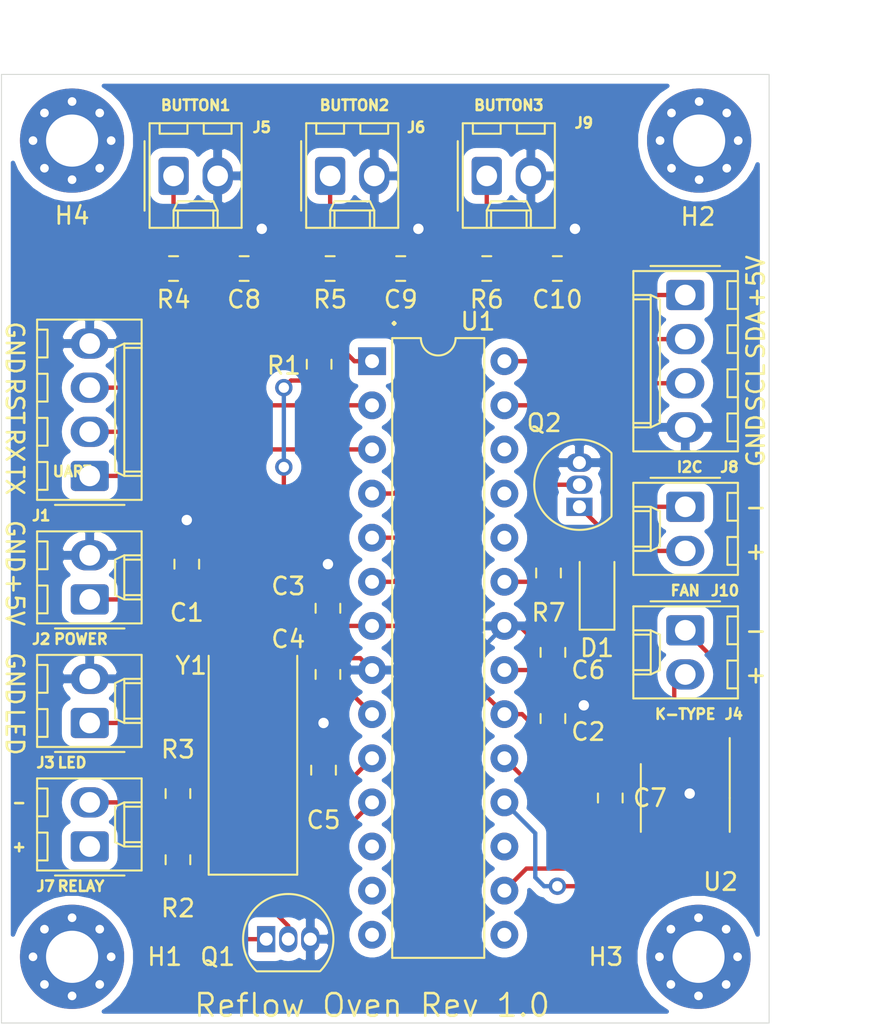
<source format=kicad_pcb>
(kicad_pcb (version 20171130) (host pcbnew "(5.1.6)-1")

  (general
    (thickness 1.6)
    (drawings 36)
    (tracks 190)
    (zones 0)
    (modules 37)
    (nets 37)
  )

  (page A4)
  (layers
    (0 F.Cu signal)
    (31 B.Cu signal)
    (32 B.Adhes user)
    (33 F.Adhes user)
    (34 B.Paste user)
    (35 F.Paste user)
    (36 B.SilkS user)
    (37 F.SilkS user)
    (38 B.Mask user)
    (39 F.Mask user)
    (40 Dwgs.User user)
    (41 Cmts.User user)
    (42 Eco1.User user)
    (43 Eco2.User user)
    (44 Edge.Cuts user)
    (45 Margin user)
    (46 B.CrtYd user)
    (47 F.CrtYd user)
    (48 B.Fab user)
    (49 F.Fab user hide)
  )

  (setup
    (last_trace_width 0.25)
    (trace_clearance 0.2)
    (zone_clearance 0.508)
    (zone_45_only no)
    (trace_min 0.2)
    (via_size 0.8)
    (via_drill 0.4)
    (via_min_size 0.4)
    (via_min_drill 0.3)
    (uvia_size 0.3)
    (uvia_drill 0.1)
    (uvias_allowed no)
    (uvia_min_size 0.2)
    (uvia_min_drill 0.1)
    (edge_width 0.05)
    (segment_width 0.2)
    (pcb_text_width 0.3)
    (pcb_text_size 1.5 1.5)
    (mod_edge_width 0.12)
    (mod_text_size 1 1)
    (mod_text_width 0.15)
    (pad_size 1.524 1.524)
    (pad_drill 0.762)
    (pad_to_mask_clearance 0.05)
    (aux_axis_origin 0 0)
    (grid_origin 28.702 51.054)
    (visible_elements 7FFFFFFF)
    (pcbplotparams
      (layerselection 0x010fc_ffffffff)
      (usegerberextensions false)
      (usegerberattributes true)
      (usegerberadvancedattributes true)
      (creategerberjobfile true)
      (excludeedgelayer true)
      (linewidth 0.100000)
      (plotframeref false)
      (viasonmask false)
      (mode 1)
      (useauxorigin false)
      (hpglpennumber 1)
      (hpglpenspeed 20)
      (hpglpendiameter 15.000000)
      (psnegative false)
      (psa4output false)
      (plotreference true)
      (plotvalue true)
      (plotinvisibletext false)
      (padsonsilk false)
      (subtractmaskfromsilk false)
      (outputformat 1)
      (mirror false)
      (drillshape 1)
      (scaleselection 1)
      (outputdirectory ""))
  )

  (net 0 "")
  (net 1 GND)
  (net 2 XTAL1)
  (net 3 XTAL2)
  (net 4 "Net-(C6-Pad1)")
  (net 5 BUTTON1)
  (net 6 BUTTON2)
  (net 7 RST)
  (net 8 UART_RX)
  (net 9 UART_TX)
  (net 10 LED_CONN)
  (net 11 K+)
  (net 12 K-)
  (net 13 BUTTON1_CONN)
  (net 14 BUTTON2_CONN)
  (net 15 RELAY_CONN)
  (net 16 "Net-(Q1-Pad2)")
  (net 17 RELAY)
  (net 18 "Net-(U1-Pad15)")
  (net 19 CS)
  (net 20 "Net-(U1-Pad17)")
  (net 21 D0)
  (net 22 SCK)
  (net 23 "Net-(U1-Pad24)")
  (net 24 "Net-(U1-Pad25)")
  (net 25 "Net-(U1-Pad12)")
  (net 26 "Net-(U1-Pad26)")
  (net 27 "Net-(U1-Pad13)")
  (net 28 "Net-(U1-Pad14)")
  (net 29 SDA)
  (net 30 SCL)
  (net 31 BUTTON3)
  (net 32 BUTTON3_CONN)
  (net 33 FAN_CONN+)
  (net 34 FAN_CONN-)
  (net 35 "Net-(Q2-Pad2)")
  (net 36 FAN)

  (net_class Default "This is the default net class."
    (clearance 0.2)
    (trace_width 0.25)
    (via_dia 0.8)
    (via_drill 0.4)
    (uvia_dia 0.3)
    (uvia_drill 0.1)
    (add_net BUTTON1)
    (add_net BUTTON1_CONN)
    (add_net BUTTON2)
    (add_net BUTTON2_CONN)
    (add_net BUTTON3)
    (add_net BUTTON3_CONN)
    (add_net CS)
    (add_net D0)
    (add_net FAN)
    (add_net FAN_CONN+)
    (add_net FAN_CONN-)
    (add_net GND)
    (add_net K+)
    (add_net K-)
    (add_net LED_CONN)
    (add_net "Net-(C6-Pad1)")
    (add_net "Net-(Q1-Pad2)")
    (add_net "Net-(Q2-Pad2)")
    (add_net "Net-(U1-Pad12)")
    (add_net "Net-(U1-Pad13)")
    (add_net "Net-(U1-Pad14)")
    (add_net "Net-(U1-Pad15)")
    (add_net "Net-(U1-Pad17)")
    (add_net "Net-(U1-Pad24)")
    (add_net "Net-(U1-Pad25)")
    (add_net "Net-(U1-Pad26)")
    (add_net RELAY)
    (add_net RELAY_CONN)
    (add_net RST)
    (add_net SCK)
    (add_net SCL)
    (add_net SDA)
    (add_net UART_RX)
    (add_net UART_TX)
    (add_net XTAL1)
    (add_net XTAL2)
  )

  (module Resistor_SMD:R_0805_2012Metric (layer F.Cu) (tedit 5B36C52B) (tstamp 605D4C64)
    (at 38.862 96.266 90)
    (descr "Resistor SMD 0805 (2012 Metric), square (rectangular) end terminal, IPC_7351 nominal, (Body size source: https://docs.google.com/spreadsheets/d/1BsfQQcO9C6DZCsRaXUlFlo91Tg2WpOkGARC1WS5S8t0/edit?usp=sharing), generated with kicad-footprint-generator")
    (tags resistor)
    (path /606D5240)
    (attr smd)
    (fp_text reference R2 (at -2.794 0 180) (layer F.SilkS)
      (effects (font (size 1 1) (thickness 0.15)))
    )
    (fp_text value 1k (at 1.27 -1.778 90) (layer F.Fab)
      (effects (font (size 1 1) (thickness 0.15)))
    )
    (fp_line (start -1 0.6) (end -1 -0.6) (layer F.Fab) (width 0.1))
    (fp_line (start -1 -0.6) (end 1 -0.6) (layer F.Fab) (width 0.1))
    (fp_line (start 1 -0.6) (end 1 0.6) (layer F.Fab) (width 0.1))
    (fp_line (start 1 0.6) (end -1 0.6) (layer F.Fab) (width 0.1))
    (fp_line (start -0.258578 -0.71) (end 0.258578 -0.71) (layer F.SilkS) (width 0.12))
    (fp_line (start -0.258578 0.71) (end 0.258578 0.71) (layer F.SilkS) (width 0.12))
    (fp_line (start -1.68 0.95) (end -1.68 -0.95) (layer F.CrtYd) (width 0.05))
    (fp_line (start -1.68 -0.95) (end 1.68 -0.95) (layer F.CrtYd) (width 0.05))
    (fp_line (start 1.68 -0.95) (end 1.68 0.95) (layer F.CrtYd) (width 0.05))
    (fp_line (start 1.68 0.95) (end -1.68 0.95) (layer F.CrtYd) (width 0.05))
    (fp_text user %R (at 2.794 0.254 90) (layer F.Fab)
      (effects (font (size 0.5 0.5) (thickness 0.08)))
    )
    (pad 1 smd roundrect (at -0.9375 0 90) (size 0.975 1.4) (layers F.Cu F.Paste F.Mask) (roundrect_rratio 0.25)
      (net 16 "Net-(Q1-Pad2)"))
    (pad 2 smd roundrect (at 0.9375 0 90) (size 0.975 1.4) (layers F.Cu F.Paste F.Mask) (roundrect_rratio 0.25)
      (net 17 RELAY))
    (model ${KISYS3DMOD}/Resistor_SMD.3dshapes/R_0805_2012Metric.wrl
      (at (xyz 0 0 0))
      (scale (xyz 1 1 1))
      (rotate (xyz 0 0 0))
    )
  )

  (module Capacitor_SMD:C_0805_2012Metric (layer F.Cu) (tedit 5B36C52B) (tstamp 605D4BE4)
    (at 47.498 81.788 90)
    (descr "Capacitor SMD 0805 (2012 Metric), square (rectangular) end terminal, IPC_7351 nominal, (Body size source: https://docs.google.com/spreadsheets/d/1BsfQQcO9C6DZCsRaXUlFlo91Tg2WpOkGARC1WS5S8t0/edit?usp=sharing), generated with kicad-footprint-generator")
    (tags capacitor)
    (path /605CF523)
    (attr smd)
    (fp_text reference C3 (at 1.27 -2.286) (layer F.SilkS)
      (effects (font (size 1 1) (thickness 0.15)))
    )
    (fp_text value 100n (at 2.794 -2.54 180) (layer F.Fab)
      (effects (font (size 1 1) (thickness 0.15)))
    )
    (fp_line (start 1.68 0.95) (end -1.68 0.95) (layer F.CrtYd) (width 0.05))
    (fp_line (start 1.68 -0.95) (end 1.68 0.95) (layer F.CrtYd) (width 0.05))
    (fp_line (start -1.68 -0.95) (end 1.68 -0.95) (layer F.CrtYd) (width 0.05))
    (fp_line (start -1.68 0.95) (end -1.68 -0.95) (layer F.CrtYd) (width 0.05))
    (fp_line (start -0.258578 0.71) (end 0.258578 0.71) (layer F.SilkS) (width 0.12))
    (fp_line (start -0.258578 -0.71) (end 0.258578 -0.71) (layer F.SilkS) (width 0.12))
    (fp_line (start 1 0.6) (end -1 0.6) (layer F.Fab) (width 0.1))
    (fp_line (start 1 -0.6) (end 1 0.6) (layer F.Fab) (width 0.1))
    (fp_line (start -1 -0.6) (end 1 -0.6) (layer F.Fab) (width 0.1))
    (fp_line (start -1 0.6) (end -1 -0.6) (layer F.Fab) (width 0.1))
    (fp_text user %R (at 0 0 180) (layer F.Fab)
      (effects (font (size 0.5 0.5) (thickness 0.08)))
    )
    (pad 2 smd roundrect (at 0.9375 0 90) (size 0.975 1.4) (layers F.Cu F.Paste F.Mask) (roundrect_rratio 0.25)
      (net 1 GND))
    (pad 1 smd roundrect (at -0.9375 0 90) (size 0.975 1.4) (layers F.Cu F.Paste F.Mask) (roundrect_rratio 0.25)
      (net 33 FAN_CONN+))
    (model ${KISYS3DMOD}/Capacitor_SMD.3dshapes/C_0805_2012Metric.wrl
      (at (xyz 0 0 0))
      (scale (xyz 1 1 1))
      (rotate (xyz 0 0 0))
    )
  )

  (module Package_DIP:DIP-28_W7.62mm (layer F.Cu) (tedit 5A02E8C5) (tstamp 605CF531)
    (at 50.038 67.564)
    (descr "28-lead though-hole mounted DIP package, row spacing 7.62 mm (300 mils)")
    (tags "THT DIP DIL PDIP 2.54mm 7.62mm 300mil")
    (path /605C8124)
    (fp_text reference U1 (at 6.096 -2.286) (layer F.SilkS)
      (effects (font (size 1 1) (thickness 0.15)))
    )
    (fp_text value ATmega328-PU (at 3.81 35.35) (layer F.Fab)
      (effects (font (size 1 1) (thickness 0.15)))
    )
    (fp_line (start 1.635 -1.27) (end 6.985 -1.27) (layer F.Fab) (width 0.1))
    (fp_line (start 6.985 -1.27) (end 6.985 34.29) (layer F.Fab) (width 0.1))
    (fp_line (start 6.985 34.29) (end 0.635 34.29) (layer F.Fab) (width 0.1))
    (fp_line (start 0.635 34.29) (end 0.635 -0.27) (layer F.Fab) (width 0.1))
    (fp_line (start 0.635 -0.27) (end 1.635 -1.27) (layer F.Fab) (width 0.1))
    (fp_line (start 2.81 -1.33) (end 1.16 -1.33) (layer F.SilkS) (width 0.12))
    (fp_line (start 1.16 -1.33) (end 1.16 34.35) (layer F.SilkS) (width 0.12))
    (fp_line (start 1.16 34.35) (end 6.46 34.35) (layer F.SilkS) (width 0.12))
    (fp_line (start 6.46 34.35) (end 6.46 -1.33) (layer F.SilkS) (width 0.12))
    (fp_line (start 6.46 -1.33) (end 4.81 -1.33) (layer F.SilkS) (width 0.12))
    (fp_line (start -1.1 -1.55) (end -1.1 34.55) (layer F.CrtYd) (width 0.05))
    (fp_line (start -1.1 34.55) (end 8.7 34.55) (layer F.CrtYd) (width 0.05))
    (fp_line (start 8.7 34.55) (end 8.7 -1.55) (layer F.CrtYd) (width 0.05))
    (fp_line (start 8.7 -1.55) (end -1.1 -1.55) (layer F.CrtYd) (width 0.05))
    (fp_arc (start 3.81 -1.33) (end 2.81 -1.33) (angle -180) (layer F.SilkS) (width 0.12))
    (fp_text user %R (at 3.81 16.51) (layer F.Fab)
      (effects (font (size 1 1) (thickness 0.15)))
    )
    (pad 1 thru_hole rect (at 0 0) (size 1.6 1.6) (drill 0.8) (layers *.Cu *.Mask)
      (net 7 RST))
    (pad 15 thru_hole oval (at 7.62 33.02) (size 1.6 1.6) (drill 0.8) (layers *.Cu *.Mask)
      (net 18 "Net-(U1-Pad15)"))
    (pad 2 thru_hole oval (at 0 2.54) (size 1.6 1.6) (drill 0.8) (layers *.Cu *.Mask)
      (net 8 UART_RX))
    (pad 16 thru_hole oval (at 7.62 30.48) (size 1.6 1.6) (drill 0.8) (layers *.Cu *.Mask)
      (net 19 CS))
    (pad 3 thru_hole oval (at 0 5.08) (size 1.6 1.6) (drill 0.8) (layers *.Cu *.Mask)
      (net 9 UART_TX))
    (pad 17 thru_hole oval (at 7.62 27.94) (size 1.6 1.6) (drill 0.8) (layers *.Cu *.Mask)
      (net 20 "Net-(U1-Pad17)"))
    (pad 4 thru_hole oval (at 0 7.62) (size 1.6 1.6) (drill 0.8) (layers *.Cu *.Mask)
      (net 5 BUTTON1))
    (pad 18 thru_hole oval (at 7.62 25.4) (size 1.6 1.6) (drill 0.8) (layers *.Cu *.Mask)
      (net 21 D0))
    (pad 5 thru_hole oval (at 0 10.16) (size 1.6 1.6) (drill 0.8) (layers *.Cu *.Mask)
      (net 6 BUTTON2))
    (pad 19 thru_hole oval (at 7.62 22.86) (size 1.6 1.6) (drill 0.8) (layers *.Cu *.Mask)
      (net 22 SCK))
    (pad 6 thru_hole oval (at 0 12.7) (size 1.6 1.6) (drill 0.8) (layers *.Cu *.Mask)
      (net 31 BUTTON3))
    (pad 20 thru_hole oval (at 7.62 20.32) (size 1.6 1.6) (drill 0.8) (layers *.Cu *.Mask)
      (net 33 FAN_CONN+))
    (pad 7 thru_hole oval (at 0 15.24) (size 1.6 1.6) (drill 0.8) (layers *.Cu *.Mask)
      (net 33 FAN_CONN+))
    (pad 21 thru_hole oval (at 7.62 17.78) (size 1.6 1.6) (drill 0.8) (layers *.Cu *.Mask)
      (net 4 "Net-(C6-Pad1)"))
    (pad 8 thru_hole oval (at 0 17.78) (size 1.6 1.6) (drill 0.8) (layers *.Cu *.Mask)
      (net 1 GND))
    (pad 22 thru_hole oval (at 7.62 15.24) (size 1.6 1.6) (drill 0.8) (layers *.Cu *.Mask)
      (net 1 GND))
    (pad 9 thru_hole oval (at 0 20.32) (size 1.6 1.6) (drill 0.8) (layers *.Cu *.Mask)
      (net 2 XTAL1))
    (pad 23 thru_hole oval (at 7.62 12.7) (size 1.6 1.6) (drill 0.8) (layers *.Cu *.Mask)
      (net 36 FAN))
    (pad 10 thru_hole oval (at 0 22.86) (size 1.6 1.6) (drill 0.8) (layers *.Cu *.Mask)
      (net 3 XTAL2))
    (pad 24 thru_hole oval (at 7.62 10.16) (size 1.6 1.6) (drill 0.8) (layers *.Cu *.Mask)
      (net 23 "Net-(U1-Pad24)"))
    (pad 11 thru_hole oval (at 0 25.4) (size 1.6 1.6) (drill 0.8) (layers *.Cu *.Mask)
      (net 17 RELAY))
    (pad 25 thru_hole oval (at 7.62 7.62) (size 1.6 1.6) (drill 0.8) (layers *.Cu *.Mask)
      (net 24 "Net-(U1-Pad25)"))
    (pad 12 thru_hole oval (at 0 27.94) (size 1.6 1.6) (drill 0.8) (layers *.Cu *.Mask)
      (net 25 "Net-(U1-Pad12)"))
    (pad 26 thru_hole oval (at 7.62 5.08) (size 1.6 1.6) (drill 0.8) (layers *.Cu *.Mask)
      (net 26 "Net-(U1-Pad26)"))
    (pad 13 thru_hole oval (at 0 30.48) (size 1.6 1.6) (drill 0.8) (layers *.Cu *.Mask)
      (net 27 "Net-(U1-Pad13)"))
    (pad 27 thru_hole oval (at 7.62 2.54) (size 1.6 1.6) (drill 0.8) (layers *.Cu *.Mask)
      (net 30 SCL))
    (pad 14 thru_hole oval (at 0 33.02) (size 1.6 1.6) (drill 0.8) (layers *.Cu *.Mask)
      (net 28 "Net-(U1-Pad14)"))
    (pad 28 thru_hole oval (at 7.62 0) (size 1.6 1.6) (drill 0.8) (layers *.Cu *.Mask)
      (net 29 SDA))
    (model ${KISYS3DMOD}/Package_DIP.3dshapes/DIP-28_W7.62mm.wrl
      (at (xyz 0 0 0))
      (scale (xyz 1 1 1))
      (rotate (xyz 0 0 0))
    )
  )

  (module Package_SO:SO-8_3.9x4.9mm_P1.27mm (layer F.Cu) (tedit 5D9F72B1) (tstamp 605D247E)
    (at 68.072 92.71 270)
    (descr "SO, 8 Pin (https://www.nxp.com/docs/en/data-sheet/PCF8523.pdf), generated with kicad-footprint-generator ipc_gullwing_generator.py")
    (tags "SO SO")
    (path /605C9928)
    (attr smd)
    (fp_text reference U2 (at 4.826 -2.032 180) (layer F.SilkS)
      (effects (font (size 1 1) (thickness 0.15)))
    )
    (fp_text value MAX6675 (at -4.318 -0.254 180) (layer F.Fab)
      (effects (font (size 1 1) (thickness 0.15)))
    )
    (fp_line (start 0 2.56) (end 1.95 2.56) (layer F.SilkS) (width 0.12))
    (fp_line (start 0 2.56) (end -1.95 2.56) (layer F.SilkS) (width 0.12))
    (fp_line (start 0 -2.56) (end 1.95 -2.56) (layer F.SilkS) (width 0.12))
    (fp_line (start 0 -2.56) (end -3.45 -2.56) (layer F.SilkS) (width 0.12))
    (fp_line (start -0.975 -2.45) (end 1.95 -2.45) (layer F.Fab) (width 0.1))
    (fp_line (start 1.95 -2.45) (end 1.95 2.45) (layer F.Fab) (width 0.1))
    (fp_line (start 1.95 2.45) (end -1.95 2.45) (layer F.Fab) (width 0.1))
    (fp_line (start -1.95 2.45) (end -1.95 -1.475) (layer F.Fab) (width 0.1))
    (fp_line (start -1.95 -1.475) (end -0.975 -2.45) (layer F.Fab) (width 0.1))
    (fp_line (start -3.7 -2.7) (end -3.7 2.7) (layer F.CrtYd) (width 0.05))
    (fp_line (start -3.7 2.7) (end 3.7 2.7) (layer F.CrtYd) (width 0.05))
    (fp_line (start 3.7 2.7) (end 3.7 -2.7) (layer F.CrtYd) (width 0.05))
    (fp_line (start 3.7 -2.7) (end -3.7 -2.7) (layer F.CrtYd) (width 0.05))
    (fp_text user %R (at 0 0 90) (layer F.Fab)
      (effects (font (size 0.98 0.98) (thickness 0.15)))
    )
    (pad 1 smd roundrect (at -2.575 -1.905 270) (size 1.75 0.6) (layers F.Cu F.Paste F.Mask) (roundrect_rratio 0.25)
      (net 1 GND))
    (pad 2 smd roundrect (at -2.575 -0.635 270) (size 1.75 0.6) (layers F.Cu F.Paste F.Mask) (roundrect_rratio 0.25)
      (net 12 K-))
    (pad 3 smd roundrect (at -2.575 0.635 270) (size 1.75 0.6) (layers F.Cu F.Paste F.Mask) (roundrect_rratio 0.25)
      (net 11 K+))
    (pad 4 smd roundrect (at -2.575 1.905 270) (size 1.75 0.6) (layers F.Cu F.Paste F.Mask) (roundrect_rratio 0.25)
      (net 33 FAN_CONN+))
    (pad 5 smd roundrect (at 2.575 1.905 270) (size 1.75 0.6) (layers F.Cu F.Paste F.Mask) (roundrect_rratio 0.25)
      (net 22 SCK))
    (pad 6 smd roundrect (at 2.575 0.635 270) (size 1.75 0.6) (layers F.Cu F.Paste F.Mask) (roundrect_rratio 0.25)
      (net 19 CS))
    (pad 7 smd roundrect (at 2.575 -0.635 270) (size 1.75 0.6) (layers F.Cu F.Paste F.Mask) (roundrect_rratio 0.25)
      (net 21 D0))
    (pad 8 smd roundrect (at 2.575 -1.905 270) (size 1.75 0.6) (layers F.Cu F.Paste F.Mask) (roundrect_rratio 0.25))
    (model ${KISYS3DMOD}/Package_SO.3dshapes/SO-8_3.9x4.9mm_P1.27mm.wrl
      (at (xyz 0 0 0))
      (scale (xyz 1 1 1))
      (rotate (xyz 0 0 0))
    )
    (model C:/Users/antoa/Documents/Important/Electronics/Reflow_Oven
      (at (xyz 0 0 0))
      (scale (xyz 1 1 1))
      (rotate (xyz 0 0 0))
    )
    (model C:/Users/antoa/Documents/Important/Electronics/Reflow_Oven/MAX6675.step
      (at (xyz 0 0 0))
      (scale (xyz 1 1 1))
      (rotate (xyz -90 0 0))
    )
  )

  (module Package_TO_SOT_THT:TO-92_Inline (layer F.Cu) (tedit 5A1DD157) (tstamp 605D2B26)
    (at 43.942 100.838)
    (descr "TO-92 leads in-line, narrow, oval pads, drill 0.75mm (see NXP sot054_po.pdf)")
    (tags "to-92 sc-43 sc-43a sot54 PA33 transistor")
    (path /608506C2)
    (fp_text reference Q1 (at -2.794 1.016) (layer F.SilkS)
      (effects (font (size 1 1) (thickness 0.15)))
    )
    (fp_text value 2n2222 (at 2.286 -7.366 270) (layer F.Fab)
      (effects (font (size 1 1) (thickness 0.15)))
    )
    (fp_line (start -0.53 1.85) (end 3.07 1.85) (layer F.SilkS) (width 0.12))
    (fp_line (start -0.5 1.75) (end 3 1.75) (layer F.Fab) (width 0.1))
    (fp_line (start -1.46 -2.73) (end 4 -2.73) (layer F.CrtYd) (width 0.05))
    (fp_line (start -1.46 -2.73) (end -1.46 2.01) (layer F.CrtYd) (width 0.05))
    (fp_line (start 4 2.01) (end 4 -2.73) (layer F.CrtYd) (width 0.05))
    (fp_line (start 4 2.01) (end -1.46 2.01) (layer F.CrtYd) (width 0.05))
    (fp_text user %R (at -2.032 -2.032 270) (layer F.Fab)
      (effects (font (size 1 1) (thickness 0.15)))
    )
    (fp_arc (start 1.27 0) (end 1.27 -2.48) (angle 135) (layer F.Fab) (width 0.1))
    (fp_arc (start 1.27 0) (end 1.27 -2.6) (angle -135) (layer F.SilkS) (width 0.12))
    (fp_arc (start 1.27 0) (end 1.27 -2.48) (angle -135) (layer F.Fab) (width 0.1))
    (fp_arc (start 1.27 0) (end 1.27 -2.6) (angle 135) (layer F.SilkS) (width 0.12))
    (pad 2 thru_hole oval (at 1.27 0) (size 1.05 1.5) (drill 0.75) (layers *.Cu *.Mask)
      (net 16 "Net-(Q1-Pad2)"))
    (pad 3 thru_hole oval (at 2.54 0) (size 1.05 1.5) (drill 0.75) (layers *.Cu *.Mask)
      (net 1 GND))
    (pad 1 thru_hole rect (at 0 0) (size 1.05 1.5) (drill 0.75) (layers *.Cu *.Mask)
      (net 15 RELAY_CONN))
    (model ${KISYS3DMOD}/Package_TO_SOT_THT.3dshapes/TO-92_Inline.wrl
      (at (xyz 0 0 0))
      (scale (xyz 1 1 1))
      (rotate (xyz 0 0 0))
    )
  )

  (module MountingHole:MountingHole_3mm_Pad_Via (layer F.Cu) (tedit 56DDBED4) (tstamp 605D440F)
    (at 68.87 54.864)
    (descr "Mounting Hole 3mm")
    (tags "mounting hole 3mm")
    (path /60874495)
    (attr virtual)
    (fp_text reference H2 (at -0.06699 4.38499) (layer F.SilkS)
      (effects (font (size 1 1) (thickness 0.15)))
    )
    (fp_text value MountingHole (at -6.02901 3.48901) (layer F.Fab)
      (effects (font (size 1 1) (thickness 0.15)))
    )
    (fp_circle (center 0 0) (end 3.25 0) (layer F.CrtYd) (width 0.05))
    (fp_circle (center 0 0) (end 3 0) (layer Cmts.User) (width 0.15))
    (fp_text user %R (at 0.3 0) (layer F.Fab)
      (effects (font (size 1 1) (thickness 0.15)))
    )
    (pad 1 thru_hole circle (at 1.59099 -1.59099) (size 0.8 0.8) (drill 0.5) (layers *.Cu *.Mask))
    (pad 1 thru_hole circle (at 0 -2.25) (size 0.8 0.8) (drill 0.5) (layers *.Cu *.Mask))
    (pad 1 thru_hole circle (at -1.59099 -1.59099) (size 0.8 0.8) (drill 0.5) (layers *.Cu *.Mask))
    (pad 1 thru_hole circle (at -2.25 0) (size 0.8 0.8) (drill 0.5) (layers *.Cu *.Mask))
    (pad 1 thru_hole circle (at -1.59099 1.59099) (size 0.8 0.8) (drill 0.5) (layers *.Cu *.Mask))
    (pad 1 thru_hole circle (at 0 2.25) (size 0.8 0.8) (drill 0.5) (layers *.Cu *.Mask))
    (pad 1 thru_hole circle (at 1.59099 1.59099) (size 0.8 0.8) (drill 0.5) (layers *.Cu *.Mask))
    (pad 1 thru_hole circle (at 2.25 0) (size 0.8 0.8) (drill 0.5) (layers *.Cu *.Mask))
    (pad 1 thru_hole circle (at 0 0) (size 6 6) (drill 3) (layers *.Cu *.Mask))
  )

  (module MountingHole:MountingHole_3mm_Pad_Via (layer F.Cu) (tedit 56DDBED4) (tstamp 605D441F)
    (at 68.834 101.854)
    (descr "Mounting Hole 3mm")
    (tags "mounting hole 3mm")
    (path /60874AF0)
    (attr virtual)
    (fp_text reference H3 (at -5.334 0) (layer F.SilkS)
      (effects (font (size 1 1) (thickness 0.15)))
    )
    (fp_text value MountingHole (at -7.366 2.794) (layer F.Fab)
      (effects (font (size 1 1) (thickness 0.15)))
    )
    (fp_circle (center 0 0) (end 3 0) (layer Cmts.User) (width 0.15))
    (fp_circle (center 0 0) (end 3.25 0) (layer F.CrtYd) (width 0.05))
    (fp_text user %R (at 0.3 0) (layer F.Fab)
      (effects (font (size 1 1) (thickness 0.15)))
    )
    (pad 1 thru_hole circle (at 0 0) (size 6 6) (drill 3) (layers *.Cu *.Mask))
    (pad 1 thru_hole circle (at 2.25 0) (size 0.8 0.8) (drill 0.5) (layers *.Cu *.Mask))
    (pad 1 thru_hole circle (at 1.59099 1.59099) (size 0.8 0.8) (drill 0.5) (layers *.Cu *.Mask))
    (pad 1 thru_hole circle (at 0 2.25) (size 0.8 0.8) (drill 0.5) (layers *.Cu *.Mask))
    (pad 1 thru_hole circle (at -1.59099 1.59099) (size 0.8 0.8) (drill 0.5) (layers *.Cu *.Mask))
    (pad 1 thru_hole circle (at -2.25 0) (size 0.8 0.8) (drill 0.5) (layers *.Cu *.Mask))
    (pad 1 thru_hole circle (at -1.59099 -1.59099) (size 0.8 0.8) (drill 0.5) (layers *.Cu *.Mask))
    (pad 1 thru_hole circle (at 0 -2.25) (size 0.8 0.8) (drill 0.5) (layers *.Cu *.Mask))
    (pad 1 thru_hole circle (at 1.59099 -1.59099) (size 0.8 0.8) (drill 0.5) (layers *.Cu *.Mask))
  )

  (module Capacitor_SMD:C_0805_2012Metric (layer F.Cu) (tedit 5B36C52B) (tstamp 605D4BC4)
    (at 39.37 79.248 90)
    (descr "Capacitor SMD 0805 (2012 Metric), square (rectangular) end terminal, IPC_7351 nominal, (Body size source: https://docs.google.com/spreadsheets/d/1BsfQQcO9C6DZCsRaXUlFlo91Tg2WpOkGARC1WS5S8t0/edit?usp=sharing), generated with kicad-footprint-generator")
    (tags capacitor)
    (path /606B33D9)
    (attr smd)
    (fp_text reference C1 (at -2.794 0 180) (layer F.SilkS)
      (effects (font (size 1 1) (thickness 0.15)))
    )
    (fp_text value 10u (at 3.048 1.778 180) (layer F.Fab)
      (effects (font (size 1 1) (thickness 0.15)))
    )
    (fp_line (start 1.68 0.95) (end -1.68 0.95) (layer F.CrtYd) (width 0.05))
    (fp_line (start 1.68 -0.95) (end 1.68 0.95) (layer F.CrtYd) (width 0.05))
    (fp_line (start -1.68 -0.95) (end 1.68 -0.95) (layer F.CrtYd) (width 0.05))
    (fp_line (start -1.68 0.95) (end -1.68 -0.95) (layer F.CrtYd) (width 0.05))
    (fp_line (start -0.258578 0.71) (end 0.258578 0.71) (layer F.SilkS) (width 0.12))
    (fp_line (start -0.258578 -0.71) (end 0.258578 -0.71) (layer F.SilkS) (width 0.12))
    (fp_line (start 1 0.6) (end -1 0.6) (layer F.Fab) (width 0.1))
    (fp_line (start 1 -0.6) (end 1 0.6) (layer F.Fab) (width 0.1))
    (fp_line (start -1 -0.6) (end 1 -0.6) (layer F.Fab) (width 0.1))
    (fp_line (start -1 0.6) (end -1 -0.6) (layer F.Fab) (width 0.1))
    (fp_text user %R (at 0 0 90) (layer F.Fab)
      (effects (font (size 0.5 0.5) (thickness 0.08)))
    )
    (pad 2 smd roundrect (at 0.9375 0 90) (size 0.975 1.4) (layers F.Cu F.Paste F.Mask) (roundrect_rratio 0.25)
      (net 1 GND))
    (pad 1 smd roundrect (at -0.9375 0 90) (size 0.975 1.4) (layers F.Cu F.Paste F.Mask) (roundrect_rratio 0.25)
      (net 33 FAN_CONN+))
    (model ${KISYS3DMOD}/Capacitor_SMD.3dshapes/C_0805_2012Metric.wrl
      (at (xyz 0 0 0))
      (scale (xyz 1 1 1))
      (rotate (xyz 0 0 0))
    )
  )

  (module Capacitor_SMD:C_0805_2012Metric (layer F.Cu) (tedit 5B36C52B) (tstamp 605D4BD4)
    (at 60.452 88.138 90)
    (descr "Capacitor SMD 0805 (2012 Metric), square (rectangular) end terminal, IPC_7351 nominal, (Body size source: https://docs.google.com/spreadsheets/d/1BsfQQcO9C6DZCsRaXUlFlo91Tg2WpOkGARC1WS5S8t0/edit?usp=sharing), generated with kicad-footprint-generator")
    (tags capacitor)
    (path /605CE289)
    (attr smd)
    (fp_text reference C2 (at -0.762 2.032 180) (layer F.SilkS)
      (effects (font (size 1 1) (thickness 0.15)))
    )
    (fp_text value 100n (at 0 1.65 90) (layer F.Fab)
      (effects (font (size 1 1) (thickness 0.15)))
    )
    (fp_line (start -1 0.6) (end -1 -0.6) (layer F.Fab) (width 0.1))
    (fp_line (start -1 -0.6) (end 1 -0.6) (layer F.Fab) (width 0.1))
    (fp_line (start 1 -0.6) (end 1 0.6) (layer F.Fab) (width 0.1))
    (fp_line (start 1 0.6) (end -1 0.6) (layer F.Fab) (width 0.1))
    (fp_line (start -0.258578 -0.71) (end 0.258578 -0.71) (layer F.SilkS) (width 0.12))
    (fp_line (start -0.258578 0.71) (end 0.258578 0.71) (layer F.SilkS) (width 0.12))
    (fp_line (start -1.68 0.95) (end -1.68 -0.95) (layer F.CrtYd) (width 0.05))
    (fp_line (start -1.68 -0.95) (end 1.68 -0.95) (layer F.CrtYd) (width 0.05))
    (fp_line (start 1.68 -0.95) (end 1.68 0.95) (layer F.CrtYd) (width 0.05))
    (fp_line (start 1.68 0.95) (end -1.68 0.95) (layer F.CrtYd) (width 0.05))
    (fp_text user %R (at 0 0 90) (layer F.Fab)
      (effects (font (size 0.5 0.5) (thickness 0.08)))
    )
    (pad 1 smd roundrect (at -0.9375 0 90) (size 0.975 1.4) (layers F.Cu F.Paste F.Mask) (roundrect_rratio 0.25)
      (net 33 FAN_CONN+))
    (pad 2 smd roundrect (at 0.9375 0 90) (size 0.975 1.4) (layers F.Cu F.Paste F.Mask) (roundrect_rratio 0.25)
      (net 1 GND))
    (model ${KISYS3DMOD}/Capacitor_SMD.3dshapes/C_0805_2012Metric.wrl
      (at (xyz 0 0 0))
      (scale (xyz 1 1 1))
      (rotate (xyz 0 0 0))
    )
  )

  (module Capacitor_SMD:C_0805_2012Metric (layer F.Cu) (tedit 5B36C52B) (tstamp 605D4BF4)
    (at 47.498 85.598 270)
    (descr "Capacitor SMD 0805 (2012 Metric), square (rectangular) end terminal, IPC_7351 nominal, (Body size source: https://docs.google.com/spreadsheets/d/1BsfQQcO9C6DZCsRaXUlFlo91Tg2WpOkGARC1WS5S8t0/edit?usp=sharing), generated with kicad-footprint-generator")
    (tags capacitor)
    (path /605D09A4)
    (attr smd)
    (fp_text reference C4 (at -2.032 2.286 180) (layer F.SilkS)
      (effects (font (size 1 1) (thickness 0.15)))
    )
    (fp_text value 22p (at -2.032 3.302 180) (layer F.Fab)
      (effects (font (size 1 1) (thickness 0.15)))
    )
    (fp_line (start -1 0.6) (end -1 -0.6) (layer F.Fab) (width 0.1))
    (fp_line (start -1 -0.6) (end 1 -0.6) (layer F.Fab) (width 0.1))
    (fp_line (start 1 -0.6) (end 1 0.6) (layer F.Fab) (width 0.1))
    (fp_line (start 1 0.6) (end -1 0.6) (layer F.Fab) (width 0.1))
    (fp_line (start -0.258578 -0.71) (end 0.258578 -0.71) (layer F.SilkS) (width 0.12))
    (fp_line (start -0.258578 0.71) (end 0.258578 0.71) (layer F.SilkS) (width 0.12))
    (fp_line (start -1.68 0.95) (end -1.68 -0.95) (layer F.CrtYd) (width 0.05))
    (fp_line (start -1.68 -0.95) (end 1.68 -0.95) (layer F.CrtYd) (width 0.05))
    (fp_line (start 1.68 -0.95) (end 1.68 0.95) (layer F.CrtYd) (width 0.05))
    (fp_line (start 1.68 0.95) (end -1.68 0.95) (layer F.CrtYd) (width 0.05))
    (fp_text user %R (at 0 0 180) (layer F.Fab)
      (effects (font (size 0.5 0.5) (thickness 0.08)))
    )
    (pad 1 smd roundrect (at -0.9375 0 270) (size 0.975 1.4) (layers F.Cu F.Paste F.Mask) (roundrect_rratio 0.25)
      (net 1 GND))
    (pad 2 smd roundrect (at 0.9375 0 270) (size 0.975 1.4) (layers F.Cu F.Paste F.Mask) (roundrect_rratio 0.25)
      (net 2 XTAL1))
    (model ${KISYS3DMOD}/Capacitor_SMD.3dshapes/C_0805_2012Metric.wrl
      (at (xyz 0 0 0))
      (scale (xyz 1 1 1))
      (rotate (xyz 0 0 0))
    )
  )

  (module Capacitor_SMD:C_0805_2012Metric (layer F.Cu) (tedit 5B36C52B) (tstamp 605D4C04)
    (at 47.244 91.1075 270)
    (descr "Capacitor SMD 0805 (2012 Metric), square (rectangular) end terminal, IPC_7351 nominal, (Body size source: https://docs.google.com/spreadsheets/d/1BsfQQcO9C6DZCsRaXUlFlo91Tg2WpOkGARC1WS5S8t0/edit?usp=sharing), generated with kicad-footprint-generator")
    (tags capacitor)
    (path /605D1000)
    (attr smd)
    (fp_text reference C5 (at 2.8725 0 180) (layer F.SilkS)
      (effects (font (size 1 1) (thickness 0.15)))
    )
    (fp_text value 22p (at 4.1425 -0.254 180) (layer F.Fab)
      (effects (font (size 1 1) (thickness 0.15)))
    )
    (fp_line (start -1 0.6) (end -1 -0.6) (layer F.Fab) (width 0.1))
    (fp_line (start -1 -0.6) (end 1 -0.6) (layer F.Fab) (width 0.1))
    (fp_line (start 1 -0.6) (end 1 0.6) (layer F.Fab) (width 0.1))
    (fp_line (start 1 0.6) (end -1 0.6) (layer F.Fab) (width 0.1))
    (fp_line (start -0.258578 -0.71) (end 0.258578 -0.71) (layer F.SilkS) (width 0.12))
    (fp_line (start -0.258578 0.71) (end 0.258578 0.71) (layer F.SilkS) (width 0.12))
    (fp_line (start -1.68 0.95) (end -1.68 -0.95) (layer F.CrtYd) (width 0.05))
    (fp_line (start -1.68 -0.95) (end 1.68 -0.95) (layer F.CrtYd) (width 0.05))
    (fp_line (start 1.68 -0.95) (end 1.68 0.95) (layer F.CrtYd) (width 0.05))
    (fp_line (start 1.68 0.95) (end -1.68 0.95) (layer F.CrtYd) (width 0.05))
    (fp_text user %R (at -2.2075 -1.016 180) (layer F.Fab)
      (effects (font (size 0.5 0.5) (thickness 0.08)))
    )
    (pad 1 smd roundrect (at -0.9375 0 270) (size 0.975 1.4) (layers F.Cu F.Paste F.Mask) (roundrect_rratio 0.25)
      (net 1 GND))
    (pad 2 smd roundrect (at 0.9375 0 270) (size 0.975 1.4) (layers F.Cu F.Paste F.Mask) (roundrect_rratio 0.25)
      (net 3 XTAL2))
    (model ${KISYS3DMOD}/Capacitor_SMD.3dshapes/C_0805_2012Metric.wrl
      (at (xyz 0 0 0))
      (scale (xyz 1 1 1))
      (rotate (xyz 0 0 0))
    )
  )

  (module Capacitor_SMD:C_0805_2012Metric (layer F.Cu) (tedit 5B36C52B) (tstamp 605D4C14)
    (at 60.452 84.328 90)
    (descr "Capacitor SMD 0805 (2012 Metric), square (rectangular) end terminal, IPC_7351 nominal, (Body size source: https://docs.google.com/spreadsheets/d/1BsfQQcO9C6DZCsRaXUlFlo91Tg2WpOkGARC1WS5S8t0/edit?usp=sharing), generated with kicad-footprint-generator")
    (tags capacitor)
    (path /605CFB23)
    (attr smd)
    (fp_text reference C6 (at -1.016 2.032 180) (layer F.SilkS)
      (effects (font (size 1 1) (thickness 0.15)))
    )
    (fp_text value 100n (at 0 1.65 90) (layer F.Fab)
      (effects (font (size 1 1) (thickness 0.15)))
    )
    (fp_line (start 1.68 0.95) (end -1.68 0.95) (layer F.CrtYd) (width 0.05))
    (fp_line (start 1.68 -0.95) (end 1.68 0.95) (layer F.CrtYd) (width 0.05))
    (fp_line (start -1.68 -0.95) (end 1.68 -0.95) (layer F.CrtYd) (width 0.05))
    (fp_line (start -1.68 0.95) (end -1.68 -0.95) (layer F.CrtYd) (width 0.05))
    (fp_line (start -0.258578 0.71) (end 0.258578 0.71) (layer F.SilkS) (width 0.12))
    (fp_line (start -0.258578 -0.71) (end 0.258578 -0.71) (layer F.SilkS) (width 0.12))
    (fp_line (start 1 0.6) (end -1 0.6) (layer F.Fab) (width 0.1))
    (fp_line (start 1 -0.6) (end 1 0.6) (layer F.Fab) (width 0.1))
    (fp_line (start -1 -0.6) (end 1 -0.6) (layer F.Fab) (width 0.1))
    (fp_line (start -1 0.6) (end -1 -0.6) (layer F.Fab) (width 0.1))
    (fp_text user %R (at 0 0 90) (layer F.Fab)
      (effects (font (size 0.5 0.5) (thickness 0.08)))
    )
    (pad 2 smd roundrect (at 0.9375 0 90) (size 0.975 1.4) (layers F.Cu F.Paste F.Mask) (roundrect_rratio 0.25)
      (net 1 GND))
    (pad 1 smd roundrect (at -0.9375 0 90) (size 0.975 1.4) (layers F.Cu F.Paste F.Mask) (roundrect_rratio 0.25)
      (net 4 "Net-(C6-Pad1)"))
    (model ${KISYS3DMOD}/Capacitor_SMD.3dshapes/C_0805_2012Metric.wrl
      (at (xyz 0 0 0))
      (scale (xyz 1 1 1))
      (rotate (xyz 0 0 0))
    )
  )

  (module Capacitor_SMD:C_0805_2012Metric (layer F.Cu) (tedit 5B36C52B) (tstamp 605D4C24)
    (at 63.754 92.71 270)
    (descr "Capacitor SMD 0805 (2012 Metric), square (rectangular) end terminal, IPC_7351 nominal, (Body size source: https://docs.google.com/spreadsheets/d/1BsfQQcO9C6DZCsRaXUlFlo91Tg2WpOkGARC1WS5S8t0/edit?usp=sharing), generated with kicad-footprint-generator")
    (tags capacitor)
    (path /6063CA2F)
    (attr smd)
    (fp_text reference C7 (at 0 -2.286 180) (layer F.SilkS)
      (effects (font (size 1 1) (thickness 0.15)))
    )
    (fp_text value 100n (at 0 1.65 90) (layer F.Fab)
      (effects (font (size 1 1) (thickness 0.15)))
    )
    (fp_line (start 1.68 0.95) (end -1.68 0.95) (layer F.CrtYd) (width 0.05))
    (fp_line (start 1.68 -0.95) (end 1.68 0.95) (layer F.CrtYd) (width 0.05))
    (fp_line (start -1.68 -0.95) (end 1.68 -0.95) (layer F.CrtYd) (width 0.05))
    (fp_line (start -1.68 0.95) (end -1.68 -0.95) (layer F.CrtYd) (width 0.05))
    (fp_line (start -0.258578 0.71) (end 0.258578 0.71) (layer F.SilkS) (width 0.12))
    (fp_line (start -0.258578 -0.71) (end 0.258578 -0.71) (layer F.SilkS) (width 0.12))
    (fp_line (start 1 0.6) (end -1 0.6) (layer F.Fab) (width 0.1))
    (fp_line (start 1 -0.6) (end 1 0.6) (layer F.Fab) (width 0.1))
    (fp_line (start -1 -0.6) (end 1 -0.6) (layer F.Fab) (width 0.1))
    (fp_line (start -1 0.6) (end -1 -0.6) (layer F.Fab) (width 0.1))
    (fp_text user %R (at 0 0 90) (layer F.Fab)
      (effects (font (size 0.5 0.5) (thickness 0.08)))
    )
    (pad 2 smd roundrect (at 0.9375 0 270) (size 0.975 1.4) (layers F.Cu F.Paste F.Mask) (roundrect_rratio 0.25)
      (net 1 GND))
    (pad 1 smd roundrect (at -0.9375 0 270) (size 0.975 1.4) (layers F.Cu F.Paste F.Mask) (roundrect_rratio 0.25)
      (net 33 FAN_CONN+))
    (model ${KISYS3DMOD}/Capacitor_SMD.3dshapes/C_0805_2012Metric.wrl
      (at (xyz 0 0 0))
      (scale (xyz 1 1 1))
      (rotate (xyz 0 0 0))
    )
  )

  (module Capacitor_SMD:C_0805_2012Metric (layer F.Cu) (tedit 5B36C52B) (tstamp 605D4C34)
    (at 42.672 62.23)
    (descr "Capacitor SMD 0805 (2012 Metric), square (rectangular) end terminal, IPC_7351 nominal, (Body size source: https://docs.google.com/spreadsheets/d/1BsfQQcO9C6DZCsRaXUlFlo91Tg2WpOkGARC1WS5S8t0/edit?usp=sharing), generated with kicad-footprint-generator")
    (tags capacitor)
    (path /6064CFDA)
    (attr smd)
    (fp_text reference C8 (at 0 1.778) (layer F.SilkS)
      (effects (font (size 1 1) (thickness 0.15)))
    )
    (fp_text value 100n (at 1.524 1.778) (layer F.Fab)
      (effects (font (size 1 1) (thickness 0.15)))
    )
    (fp_line (start -1 0.6) (end -1 -0.6) (layer F.Fab) (width 0.1))
    (fp_line (start -1 -0.6) (end 1 -0.6) (layer F.Fab) (width 0.1))
    (fp_line (start 1 -0.6) (end 1 0.6) (layer F.Fab) (width 0.1))
    (fp_line (start 1 0.6) (end -1 0.6) (layer F.Fab) (width 0.1))
    (fp_line (start -0.258578 -0.71) (end 0.258578 -0.71) (layer F.SilkS) (width 0.12))
    (fp_line (start -0.258578 0.71) (end 0.258578 0.71) (layer F.SilkS) (width 0.12))
    (fp_line (start -1.68 0.95) (end -1.68 -0.95) (layer F.CrtYd) (width 0.05))
    (fp_line (start -1.68 -0.95) (end 1.68 -0.95) (layer F.CrtYd) (width 0.05))
    (fp_line (start 1.68 -0.95) (end 1.68 0.95) (layer F.CrtYd) (width 0.05))
    (fp_line (start 1.68 0.95) (end -1.68 0.95) (layer F.CrtYd) (width 0.05))
    (fp_text user %R (at 0 0) (layer F.Fab)
      (effects (font (size 0.5 0.5) (thickness 0.08)))
    )
    (pad 1 smd roundrect (at -0.9375 0) (size 0.975 1.4) (layers F.Cu F.Paste F.Mask) (roundrect_rratio 0.25)
      (net 5 BUTTON1))
    (pad 2 smd roundrect (at 0.9375 0) (size 0.975 1.4) (layers F.Cu F.Paste F.Mask) (roundrect_rratio 0.25)
      (net 1 GND))
    (model ${KISYS3DMOD}/Capacitor_SMD.3dshapes/C_0805_2012Metric.wrl
      (at (xyz 0 0 0))
      (scale (xyz 1 1 1))
      (rotate (xyz 0 0 0))
    )
  )

  (module Capacitor_SMD:C_0805_2012Metric (layer F.Cu) (tedit 5B36C52B) (tstamp 605D4C44)
    (at 51.689 62.23)
    (descr "Capacitor SMD 0805 (2012 Metric), square (rectangular) end terminal, IPC_7351 nominal, (Body size source: https://docs.google.com/spreadsheets/d/1BsfQQcO9C6DZCsRaXUlFlo91Tg2WpOkGARC1WS5S8t0/edit?usp=sharing), generated with kicad-footprint-generator")
    (tags capacitor)
    (path /6065F1D1)
    (attr smd)
    (fp_text reference C9 (at 0 1.778) (layer F.SilkS)
      (effects (font (size 1 1) (thickness 0.15)))
    )
    (fp_text value 100n (at 0 1.65) (layer F.Fab)
      (effects (font (size 1 1) (thickness 0.15)))
    )
    (fp_line (start -1 0.6) (end -1 -0.6) (layer F.Fab) (width 0.1))
    (fp_line (start -1 -0.6) (end 1 -0.6) (layer F.Fab) (width 0.1))
    (fp_line (start 1 -0.6) (end 1 0.6) (layer F.Fab) (width 0.1))
    (fp_line (start 1 0.6) (end -1 0.6) (layer F.Fab) (width 0.1))
    (fp_line (start -0.258578 -0.71) (end 0.258578 -0.71) (layer F.SilkS) (width 0.12))
    (fp_line (start -0.258578 0.71) (end 0.258578 0.71) (layer F.SilkS) (width 0.12))
    (fp_line (start -1.68 0.95) (end -1.68 -0.95) (layer F.CrtYd) (width 0.05))
    (fp_line (start -1.68 -0.95) (end 1.68 -0.95) (layer F.CrtYd) (width 0.05))
    (fp_line (start 1.68 -0.95) (end 1.68 0.95) (layer F.CrtYd) (width 0.05))
    (fp_line (start 1.68 0.95) (end -1.68 0.95) (layer F.CrtYd) (width 0.05))
    (fp_text user %R (at 0 0) (layer F.Fab)
      (effects (font (size 0.5 0.5) (thickness 0.08)))
    )
    (pad 1 smd roundrect (at -0.9375 0) (size 0.975 1.4) (layers F.Cu F.Paste F.Mask) (roundrect_rratio 0.25)
      (net 6 BUTTON2))
    (pad 2 smd roundrect (at 0.9375 0) (size 0.975 1.4) (layers F.Cu F.Paste F.Mask) (roundrect_rratio 0.25)
      (net 1 GND))
    (model ${KISYS3DMOD}/Capacitor_SMD.3dshapes/C_0805_2012Metric.wrl
      (at (xyz 0 0 0))
      (scale (xyz 1 1 1))
      (rotate (xyz 0 0 0))
    )
  )

  (module Resistor_SMD:R_0805_2012Metric (layer F.Cu) (tedit 5B36C52B) (tstamp 605D4C54)
    (at 46.99 67.7395 90)
    (descr "Resistor SMD 0805 (2012 Metric), square (rectangular) end terminal, IPC_7351 nominal, (Body size source: https://docs.google.com/spreadsheets/d/1BsfQQcO9C6DZCsRaXUlFlo91Tg2WpOkGARC1WS5S8t0/edit?usp=sharing), generated with kicad-footprint-generator")
    (tags resistor)
    (path /605D1380)
    (attr smd)
    (fp_text reference R1 (at -0.0785 -2.032 180) (layer F.SilkS)
      (effects (font (size 1 1) (thickness 0.15)))
    )
    (fp_text value 10k (at 0 1.65 90) (layer F.Fab)
      (effects (font (size 1 1) (thickness 0.15)))
    )
    (fp_line (start -1 0.6) (end -1 -0.6) (layer F.Fab) (width 0.1))
    (fp_line (start -1 -0.6) (end 1 -0.6) (layer F.Fab) (width 0.1))
    (fp_line (start 1 -0.6) (end 1 0.6) (layer F.Fab) (width 0.1))
    (fp_line (start 1 0.6) (end -1 0.6) (layer F.Fab) (width 0.1))
    (fp_line (start -0.258578 -0.71) (end 0.258578 -0.71) (layer F.SilkS) (width 0.12))
    (fp_line (start -0.258578 0.71) (end 0.258578 0.71) (layer F.SilkS) (width 0.12))
    (fp_line (start -1.68 0.95) (end -1.68 -0.95) (layer F.CrtYd) (width 0.05))
    (fp_line (start -1.68 -0.95) (end 1.68 -0.95) (layer F.CrtYd) (width 0.05))
    (fp_line (start 1.68 -0.95) (end 1.68 0.95) (layer F.CrtYd) (width 0.05))
    (fp_line (start 1.68 0.95) (end -1.68 0.95) (layer F.CrtYd) (width 0.05))
    (fp_text user %R (at 0 0 90) (layer F.Fab)
      (effects (font (size 0.5 0.5) (thickness 0.08)))
    )
    (pad 1 smd roundrect (at -0.9375 0 90) (size 0.975 1.4) (layers F.Cu F.Paste F.Mask) (roundrect_rratio 0.25)
      (net 33 FAN_CONN+))
    (pad 2 smd roundrect (at 0.9375 0 90) (size 0.975 1.4) (layers F.Cu F.Paste F.Mask) (roundrect_rratio 0.25)
      (net 7 RST))
    (model ${KISYS3DMOD}/Resistor_SMD.3dshapes/R_0805_2012Metric.wrl
      (at (xyz 0 0 0))
      (scale (xyz 1 1 1))
      (rotate (xyz 0 0 0))
    )
  )

  (module Resistor_SMD:R_0805_2012Metric (layer F.Cu) (tedit 5B36C52B) (tstamp 605D4C74)
    (at 38.862 92.456 90)
    (descr "Resistor SMD 0805 (2012 Metric), square (rectangular) end terminal, IPC_7351 nominal, (Body size source: https://docs.google.com/spreadsheets/d/1BsfQQcO9C6DZCsRaXUlFlo91Tg2WpOkGARC1WS5S8t0/edit?usp=sharing), generated with kicad-footprint-generator")
    (tags resistor)
    (path /6067495D)
    (attr smd)
    (fp_text reference R3 (at 2.54 0 180) (layer F.SilkS)
      (effects (font (size 1 1) (thickness 0.15)))
    )
    (fp_text value 330 (at 0.0785 1.778 90) (layer F.Fab)
      (effects (font (size 1 1) (thickness 0.15)))
    )
    (fp_line (start 1.68 0.95) (end -1.68 0.95) (layer F.CrtYd) (width 0.05))
    (fp_line (start 1.68 -0.95) (end 1.68 0.95) (layer F.CrtYd) (width 0.05))
    (fp_line (start -1.68 -0.95) (end 1.68 -0.95) (layer F.CrtYd) (width 0.05))
    (fp_line (start -1.68 0.95) (end -1.68 -0.95) (layer F.CrtYd) (width 0.05))
    (fp_line (start -0.258578 0.71) (end 0.258578 0.71) (layer F.SilkS) (width 0.12))
    (fp_line (start -0.258578 -0.71) (end 0.258578 -0.71) (layer F.SilkS) (width 0.12))
    (fp_line (start 1 0.6) (end -1 0.6) (layer F.Fab) (width 0.1))
    (fp_line (start 1 -0.6) (end 1 0.6) (layer F.Fab) (width 0.1))
    (fp_line (start -1 -0.6) (end 1 -0.6) (layer F.Fab) (width 0.1))
    (fp_line (start -1 0.6) (end -1 -0.6) (layer F.Fab) (width 0.1))
    (fp_text user %R (at 0.0785 -1.524 90) (layer F.Fab)
      (effects (font (size 0.5 0.5) (thickness 0.08)))
    )
    (pad 2 smd roundrect (at 0.9375 0 90) (size 0.975 1.4) (layers F.Cu F.Paste F.Mask) (roundrect_rratio 0.25)
      (net 10 LED_CONN))
    (pad 1 smd roundrect (at -0.9375 0 90) (size 0.975 1.4) (layers F.Cu F.Paste F.Mask) (roundrect_rratio 0.25)
      (net 17 RELAY))
    (model ${KISYS3DMOD}/Resistor_SMD.3dshapes/R_0805_2012Metric.wrl
      (at (xyz 0 0 0))
      (scale (xyz 1 1 1))
      (rotate (xyz 0 0 0))
    )
  )

  (module Resistor_SMD:R_0805_2012Metric (layer F.Cu) (tedit 5B36C52B) (tstamp 605D4C84)
    (at 38.608 62.23)
    (descr "Resistor SMD 0805 (2012 Metric), square (rectangular) end terminal, IPC_7351 nominal, (Body size source: https://docs.google.com/spreadsheets/d/1BsfQQcO9C6DZCsRaXUlFlo91Tg2WpOkGARC1WS5S8t0/edit?usp=sharing), generated with kicad-footprint-generator")
    (tags resistor)
    (path /6064DF54)
    (attr smd)
    (fp_text reference R4 (at 0 1.778) (layer F.SilkS)
      (effects (font (size 1 1) (thickness 0.15)))
    )
    (fp_text value 1k (at 0.762 1.778) (layer F.Fab)
      (effects (font (size 1 1) (thickness 0.15)))
    )
    (fp_line (start 1.68 0.95) (end -1.68 0.95) (layer F.CrtYd) (width 0.05))
    (fp_line (start 1.68 -0.95) (end 1.68 0.95) (layer F.CrtYd) (width 0.05))
    (fp_line (start -1.68 -0.95) (end 1.68 -0.95) (layer F.CrtYd) (width 0.05))
    (fp_line (start -1.68 0.95) (end -1.68 -0.95) (layer F.CrtYd) (width 0.05))
    (fp_line (start -0.258578 0.71) (end 0.258578 0.71) (layer F.SilkS) (width 0.12))
    (fp_line (start -0.258578 -0.71) (end 0.258578 -0.71) (layer F.SilkS) (width 0.12))
    (fp_line (start 1 0.6) (end -1 0.6) (layer F.Fab) (width 0.1))
    (fp_line (start 1 -0.6) (end 1 0.6) (layer F.Fab) (width 0.1))
    (fp_line (start -1 -0.6) (end 1 -0.6) (layer F.Fab) (width 0.1))
    (fp_line (start -1 0.6) (end -1 -0.6) (layer F.Fab) (width 0.1))
    (fp_text user %R (at 0 0) (layer F.Fab)
      (effects (font (size 0.5 0.5) (thickness 0.08)))
    )
    (pad 2 smd roundrect (at 0.9375 0) (size 0.975 1.4) (layers F.Cu F.Paste F.Mask) (roundrect_rratio 0.25)
      (net 5 BUTTON1))
    (pad 1 smd roundrect (at -0.9375 0) (size 0.975 1.4) (layers F.Cu F.Paste F.Mask) (roundrect_rratio 0.25)
      (net 13 BUTTON1_CONN))
    (model ${KISYS3DMOD}/Resistor_SMD.3dshapes/R_0805_2012Metric.wrl
      (at (xyz 0 0 0))
      (scale (xyz 1 1 1))
      (rotate (xyz 0 0 0))
    )
  )

  (module Resistor_SMD:R_0805_2012Metric (layer F.Cu) (tedit 5B36C52B) (tstamp 605D4C94)
    (at 47.625 62.23)
    (descr "Resistor SMD 0805 (2012 Metric), square (rectangular) end terminal, IPC_7351 nominal, (Body size source: https://docs.google.com/spreadsheets/d/1BsfQQcO9C6DZCsRaXUlFlo91Tg2WpOkGARC1WS5S8t0/edit?usp=sharing), generated with kicad-footprint-generator")
    (tags resistor)
    (path /6065F1D7)
    (attr smd)
    (fp_text reference R5 (at 0 1.778) (layer F.SilkS)
      (effects (font (size 1 1) (thickness 0.15)))
    )
    (fp_text value 1k (at 1.27 1.778) (layer F.Fab)
      (effects (font (size 1 1) (thickness 0.15)))
    )
    (fp_line (start -1 0.6) (end -1 -0.6) (layer F.Fab) (width 0.1))
    (fp_line (start -1 -0.6) (end 1 -0.6) (layer F.Fab) (width 0.1))
    (fp_line (start 1 -0.6) (end 1 0.6) (layer F.Fab) (width 0.1))
    (fp_line (start 1 0.6) (end -1 0.6) (layer F.Fab) (width 0.1))
    (fp_line (start -0.258578 -0.71) (end 0.258578 -0.71) (layer F.SilkS) (width 0.12))
    (fp_line (start -0.258578 0.71) (end 0.258578 0.71) (layer F.SilkS) (width 0.12))
    (fp_line (start -1.68 0.95) (end -1.68 -0.95) (layer F.CrtYd) (width 0.05))
    (fp_line (start -1.68 -0.95) (end 1.68 -0.95) (layer F.CrtYd) (width 0.05))
    (fp_line (start 1.68 -0.95) (end 1.68 0.95) (layer F.CrtYd) (width 0.05))
    (fp_line (start 1.68 0.95) (end -1.68 0.95) (layer F.CrtYd) (width 0.05))
    (fp_text user %R (at 0 0) (layer F.Fab)
      (effects (font (size 0.5 0.5) (thickness 0.08)))
    )
    (pad 1 smd roundrect (at -0.9375 0) (size 0.975 1.4) (layers F.Cu F.Paste F.Mask) (roundrect_rratio 0.25)
      (net 14 BUTTON2_CONN))
    (pad 2 smd roundrect (at 0.9375 0) (size 0.975 1.4) (layers F.Cu F.Paste F.Mask) (roundrect_rratio 0.25)
      (net 6 BUTTON2))
    (model ${KISYS3DMOD}/Resistor_SMD.3dshapes/R_0805_2012Metric.wrl
      (at (xyz 0 0 0))
      (scale (xyz 1 1 1))
      (rotate (xyz 0 0 0))
    )
  )

  (module MountingHole:MountingHole_3mm_Pad_Via (layer F.Cu) (tedit 56DDBED4) (tstamp 605D8B18)
    (at 32.766 54.864)
    (descr "Mounting Hole 3mm")
    (tags "mounting hole 3mm")
    (path /608D4051)
    (attr virtual)
    (fp_text reference H4 (at 0 4.318) (layer F.SilkS)
      (effects (font (size 1 1) (thickness 0.15)))
    )
    (fp_text value MountingHole (at 1.778 4.064) (layer F.Fab)
      (effects (font (size 1 1) (thickness 0.15)))
    )
    (fp_circle (center 0 0) (end 3 0) (layer Cmts.User) (width 0.15))
    (fp_circle (center 0 0) (end 3.25 0) (layer F.CrtYd) (width 0.05))
    (fp_text user %R (at 0.3 0) (layer F.Fab)
      (effects (font (size 1 1) (thickness 0.15)))
    )
    (pad 1 thru_hole circle (at 0 0) (size 6 6) (drill 3) (layers *.Cu *.Mask))
    (pad 1 thru_hole circle (at 2.25 0) (size 0.8 0.8) (drill 0.5) (layers *.Cu *.Mask))
    (pad 1 thru_hole circle (at 1.59099 1.59099) (size 0.8 0.8) (drill 0.5) (layers *.Cu *.Mask))
    (pad 1 thru_hole circle (at 0 2.25) (size 0.8 0.8) (drill 0.5) (layers *.Cu *.Mask))
    (pad 1 thru_hole circle (at -1.59099 1.59099) (size 0.8 0.8) (drill 0.5) (layers *.Cu *.Mask))
    (pad 1 thru_hole circle (at -2.25 0) (size 0.8 0.8) (drill 0.5) (layers *.Cu *.Mask))
    (pad 1 thru_hole circle (at -1.59099 -1.59099) (size 0.8 0.8) (drill 0.5) (layers *.Cu *.Mask))
    (pad 1 thru_hole circle (at 0 -2.25) (size 0.8 0.8) (drill 0.5) (layers *.Cu *.Mask))
    (pad 1 thru_hole circle (at 1.59099 -1.59099) (size 0.8 0.8) (drill 0.5) (layers *.Cu *.Mask))
  )

  (module MountingHole:MountingHole_3mm_Pad_Via (layer F.Cu) (tedit 56DDBED4) (tstamp 605DB800)
    (at 32.766 101.854)
    (descr "Mounting Hole 3mm")
    (tags "mounting hole 3mm")
    (path /60873ADE)
    (attr virtual)
    (fp_text reference H1 (at 5.334 0) (layer F.SilkS)
      (effects (font (size 1 1) (thickness 0.15)))
    )
    (fp_text value MountingHole (at 7.62 3.048) (layer F.Fab)
      (effects (font (size 1 1) (thickness 0.15)))
    )
    (fp_circle (center 0 0) (end 3 0) (layer Cmts.User) (width 0.15))
    (fp_circle (center 0 0) (end 3.25 0) (layer F.CrtYd) (width 0.05))
    (fp_text user %R (at 0.3 0) (layer F.Fab)
      (effects (font (size 1 1) (thickness 0.15)))
    )
    (pad 1 thru_hole circle (at 0 0) (size 6 6) (drill 3) (layers *.Cu *.Mask))
    (pad 1 thru_hole circle (at 2.25 0) (size 0.8 0.8) (drill 0.5) (layers *.Cu *.Mask))
    (pad 1 thru_hole circle (at 1.59099 1.59099) (size 0.8 0.8) (drill 0.5) (layers *.Cu *.Mask))
    (pad 1 thru_hole circle (at 0 2.25) (size 0.8 0.8) (drill 0.5) (layers *.Cu *.Mask))
    (pad 1 thru_hole circle (at -1.59099 1.59099) (size 0.8 0.8) (drill 0.5) (layers *.Cu *.Mask))
    (pad 1 thru_hole circle (at -2.25 0) (size 0.8 0.8) (drill 0.5) (layers *.Cu *.Mask))
    (pad 1 thru_hole circle (at -1.59099 -1.59099) (size 0.8 0.8) (drill 0.5) (layers *.Cu *.Mask))
    (pad 1 thru_hole circle (at 0 -2.25) (size 0.8 0.8) (drill 0.5) (layers *.Cu *.Mask))
    (pad 1 thru_hole circle (at 1.59099 -1.59099) (size 0.8 0.8) (drill 0.5) (layers *.Cu *.Mask))
  )

  (module Connector_Molex:Molex_KK-254_AE-6410-04A_1x04_P2.54mm_Vertical (layer F.Cu) (tedit 5EA53D3B) (tstamp 605DDC5A)
    (at 33.782 74.168 90)
    (descr "Molex KK-254 Interconnect System, old/engineering part number: AE-6410-04A example for new part number: 22-27-2041, 4 Pins (http://www.molex.com/pdm_docs/sd/022272021_sd.pdf), generated with kicad-footprint-generator")
    (tags "connector Molex KK-254 vertical")
    (path /605CD541)
    (fp_text reference J1 (at -2.286 -2.794 180) (layer F.SilkS)
      (effects (font (size 0.6 0.6) (thickness 0.15)))
    )
    (fp_text value UART (at 3.81 4.08 90) (layer F.Fab)
      (effects (font (size 1 1) (thickness 0.15)))
    )
    (fp_line (start -1.27 -2.92) (end -1.27 2.88) (layer F.Fab) (width 0.1))
    (fp_line (start -1.27 2.88) (end 8.89 2.88) (layer F.Fab) (width 0.1))
    (fp_line (start 8.89 2.88) (end 8.89 -2.92) (layer F.Fab) (width 0.1))
    (fp_line (start 8.89 -2.92) (end -1.27 -2.92) (layer F.Fab) (width 0.1))
    (fp_line (start -1.38 -3.03) (end -1.38 2.99) (layer F.SilkS) (width 0.12))
    (fp_line (start -1.38 2.99) (end 9 2.99) (layer F.SilkS) (width 0.12))
    (fp_line (start 9 2.99) (end 9 -3.03) (layer F.SilkS) (width 0.12))
    (fp_line (start 9 -3.03) (end -1.38 -3.03) (layer F.SilkS) (width 0.12))
    (fp_line (start -1.67 -2) (end -1.67 2) (layer F.SilkS) (width 0.12))
    (fp_line (start -1.27 -0.5) (end -0.562893 0) (layer F.Fab) (width 0.1))
    (fp_line (start -0.562893 0) (end -1.27 0.5) (layer F.Fab) (width 0.1))
    (fp_line (start 0 2.99) (end 0 1.99) (layer F.SilkS) (width 0.12))
    (fp_line (start 0 1.99) (end 7.62 1.99) (layer F.SilkS) (width 0.12))
    (fp_line (start 7.62 1.99) (end 7.62 2.99) (layer F.SilkS) (width 0.12))
    (fp_line (start 0 1.99) (end 0.25 1.46) (layer F.SilkS) (width 0.12))
    (fp_line (start 0.25 1.46) (end 7.37 1.46) (layer F.SilkS) (width 0.12))
    (fp_line (start 7.37 1.46) (end 7.62 1.99) (layer F.SilkS) (width 0.12))
    (fp_line (start 0.25 2.99) (end 0.25 1.99) (layer F.SilkS) (width 0.12))
    (fp_line (start 7.37 2.99) (end 7.37 1.99) (layer F.SilkS) (width 0.12))
    (fp_line (start -0.8 -3.03) (end -0.8 -2.43) (layer F.SilkS) (width 0.12))
    (fp_line (start -0.8 -2.43) (end 0.8 -2.43) (layer F.SilkS) (width 0.12))
    (fp_line (start 0.8 -2.43) (end 0.8 -3.03) (layer F.SilkS) (width 0.12))
    (fp_line (start 1.74 -3.03) (end 1.74 -2.43) (layer F.SilkS) (width 0.12))
    (fp_line (start 1.74 -2.43) (end 3.34 -2.43) (layer F.SilkS) (width 0.12))
    (fp_line (start 3.34 -2.43) (end 3.34 -3.03) (layer F.SilkS) (width 0.12))
    (fp_line (start 4.28 -3.03) (end 4.28 -2.43) (layer F.SilkS) (width 0.12))
    (fp_line (start 4.28 -2.43) (end 5.88 -2.43) (layer F.SilkS) (width 0.12))
    (fp_line (start 5.88 -2.43) (end 5.88 -3.03) (layer F.SilkS) (width 0.12))
    (fp_line (start 6.82 -3.03) (end 6.82 -2.43) (layer F.SilkS) (width 0.12))
    (fp_line (start 6.82 -2.43) (end 8.42 -2.43) (layer F.SilkS) (width 0.12))
    (fp_line (start 8.42 -2.43) (end 8.42 -3.03) (layer F.SilkS) (width 0.12))
    (fp_line (start -1.77 -3.42) (end -1.77 3.38) (layer F.CrtYd) (width 0.05))
    (fp_line (start -1.77 3.38) (end 9.39 3.38) (layer F.CrtYd) (width 0.05))
    (fp_line (start 9.39 3.38) (end 9.39 -3.42) (layer F.CrtYd) (width 0.05))
    (fp_line (start 9.39 -3.42) (end -1.77 -3.42) (layer F.CrtYd) (width 0.05))
    (fp_text user %R (at 3.81 -2.22 90) (layer F.Fab)
      (effects (font (size 1 1) (thickness 0.15)))
    )
    (pad 4 thru_hole oval (at 7.62 0 90) (size 1.74 2.19) (drill 1.19) (layers *.Cu *.Mask)
      (net 1 GND))
    (pad 3 thru_hole oval (at 5.08 0 90) (size 1.74 2.19) (drill 1.19) (layers *.Cu *.Mask)
      (net 7 RST))
    (pad 2 thru_hole oval (at 2.54 0 90) (size 1.74 2.19) (drill 1.19) (layers *.Cu *.Mask)
      (net 8 UART_RX))
    (pad 1 thru_hole roundrect (at 0 0 90) (size 1.74 2.19) (drill 1.19) (layers *.Cu *.Mask) (roundrect_rratio 0.143678)
      (net 9 UART_TX))
    (model ${KIPRJMOD}/CI3104P1V00.STEP
      (offset (xyz 5 0.25 5))
      (scale (xyz 1 1 1))
      (rotate (xyz -90 0 180))
    )
  )

  (module Connector_Molex:Molex_KK-254_AE-6410-02A_1x02_P2.54mm_Vertical (layer F.Cu) (tedit 5EA53D3B) (tstamp 605DDC85)
    (at 33.782 81.28 90)
    (descr "Molex KK-254 Interconnect System, old/engineering part number: AE-6410-02A example for new part number: 22-27-2021, 2 Pins (http://www.molex.com/pdm_docs/sd/022272021_sd.pdf), generated with kicad-footprint-generator")
    (tags "connector Molex KK-254 vertical")
    (path /605CA849)
    (fp_text reference J2 (at -2.286 -2.794 180) (layer F.SilkS)
      (effects (font (size 0.6 0.6) (thickness 0.15)))
    )
    (fp_text value POWER (at 1.27 4.08 90) (layer F.Fab)
      (effects (font (size 1 1) (thickness 0.15)))
    )
    (fp_line (start -1.27 -2.92) (end -1.27 2.88) (layer F.Fab) (width 0.1))
    (fp_line (start -1.27 2.88) (end 3.81 2.88) (layer F.Fab) (width 0.1))
    (fp_line (start 3.81 2.88) (end 3.81 -2.92) (layer F.Fab) (width 0.1))
    (fp_line (start 3.81 -2.92) (end -1.27 -2.92) (layer F.Fab) (width 0.1))
    (fp_line (start -1.38 -3.03) (end -1.38 2.99) (layer F.SilkS) (width 0.12))
    (fp_line (start -1.38 2.99) (end 3.92 2.99) (layer F.SilkS) (width 0.12))
    (fp_line (start 3.92 2.99) (end 3.92 -3.03) (layer F.SilkS) (width 0.12))
    (fp_line (start 3.92 -3.03) (end -1.38 -3.03) (layer F.SilkS) (width 0.12))
    (fp_line (start -1.67 -2) (end -1.67 2) (layer F.SilkS) (width 0.12))
    (fp_line (start -1.27 -0.5) (end -0.562893 0) (layer F.Fab) (width 0.1))
    (fp_line (start -0.562893 0) (end -1.27 0.5) (layer F.Fab) (width 0.1))
    (fp_line (start 0 2.99) (end 0 1.99) (layer F.SilkS) (width 0.12))
    (fp_line (start 0 1.99) (end 2.54 1.99) (layer F.SilkS) (width 0.12))
    (fp_line (start 2.54 1.99) (end 2.54 2.99) (layer F.SilkS) (width 0.12))
    (fp_line (start 0 1.99) (end 0.25 1.46) (layer F.SilkS) (width 0.12))
    (fp_line (start 0.25 1.46) (end 2.29 1.46) (layer F.SilkS) (width 0.12))
    (fp_line (start 2.29 1.46) (end 2.54 1.99) (layer F.SilkS) (width 0.12))
    (fp_line (start 0.25 2.99) (end 0.25 1.99) (layer F.SilkS) (width 0.12))
    (fp_line (start 2.29 2.99) (end 2.29 1.99) (layer F.SilkS) (width 0.12))
    (fp_line (start -0.8 -3.03) (end -0.8 -2.43) (layer F.SilkS) (width 0.12))
    (fp_line (start -0.8 -2.43) (end 0.8 -2.43) (layer F.SilkS) (width 0.12))
    (fp_line (start 0.8 -2.43) (end 0.8 -3.03) (layer F.SilkS) (width 0.12))
    (fp_line (start 1.74 -3.03) (end 1.74 -2.43) (layer F.SilkS) (width 0.12))
    (fp_line (start 1.74 -2.43) (end 3.34 -2.43) (layer F.SilkS) (width 0.12))
    (fp_line (start 3.34 -2.43) (end 3.34 -3.03) (layer F.SilkS) (width 0.12))
    (fp_line (start -1.77 -3.42) (end -1.77 3.38) (layer F.CrtYd) (width 0.05))
    (fp_line (start -1.77 3.38) (end 4.31 3.38) (layer F.CrtYd) (width 0.05))
    (fp_line (start 4.31 3.38) (end 4.31 -3.42) (layer F.CrtYd) (width 0.05))
    (fp_line (start 4.31 -3.42) (end -1.77 -3.42) (layer F.CrtYd) (width 0.05))
    (fp_text user %R (at 1.27 -2.22 90) (layer F.Fab)
      (effects (font (size 1 1) (thickness 0.15)))
    )
    (pad 2 thru_hole oval (at 2.54 0 90) (size 1.74 2.19) (drill 1.19) (layers *.Cu *.Mask)
      (net 1 GND))
    (pad 1 thru_hole roundrect (at 0 0 90) (size 1.74 2.19) (drill 1.19) (layers *.Cu *.Mask) (roundrect_rratio 0.143678)
      (net 33 FAN_CONN+))
    (model ${KIPRJMOD}/CI3102P1V00.STEP
      (offset (xyz 2.5 0.25 5))
      (scale (xyz 1 1 1))
      (rotate (xyz -90 0 180))
    )
  )

  (module Connector_Molex:Molex_KK-254_AE-6410-02A_1x02_P2.54mm_Vertical (layer F.Cu) (tedit 5EA53D3B) (tstamp 605DDCA8)
    (at 33.782 88.392 90)
    (descr "Molex KK-254 Interconnect System, old/engineering part number: AE-6410-02A example for new part number: 22-27-2021, 2 Pins (http://www.molex.com/pdm_docs/sd/022272021_sd.pdf), generated with kicad-footprint-generator")
    (tags "connector Molex KK-254 vertical")
    (path /60696EE4)
    (fp_text reference J3 (at -2.286 -2.54 180) (layer F.SilkS)
      (effects (font (size 0.6 0.6) (thickness 0.15)))
    )
    (fp_text value LED (at 1.27 4.08 90) (layer F.Fab)
      (effects (font (size 1 1) (thickness 0.15)))
    )
    (fp_line (start 4.31 -3.42) (end -1.77 -3.42) (layer F.CrtYd) (width 0.05))
    (fp_line (start 4.31 3.38) (end 4.31 -3.42) (layer F.CrtYd) (width 0.05))
    (fp_line (start -1.77 3.38) (end 4.31 3.38) (layer F.CrtYd) (width 0.05))
    (fp_line (start -1.77 -3.42) (end -1.77 3.38) (layer F.CrtYd) (width 0.05))
    (fp_line (start 3.34 -2.43) (end 3.34 -3.03) (layer F.SilkS) (width 0.12))
    (fp_line (start 1.74 -2.43) (end 3.34 -2.43) (layer F.SilkS) (width 0.12))
    (fp_line (start 1.74 -3.03) (end 1.74 -2.43) (layer F.SilkS) (width 0.12))
    (fp_line (start 0.8 -2.43) (end 0.8 -3.03) (layer F.SilkS) (width 0.12))
    (fp_line (start -0.8 -2.43) (end 0.8 -2.43) (layer F.SilkS) (width 0.12))
    (fp_line (start -0.8 -3.03) (end -0.8 -2.43) (layer F.SilkS) (width 0.12))
    (fp_line (start 2.29 2.99) (end 2.29 1.99) (layer F.SilkS) (width 0.12))
    (fp_line (start 0.25 2.99) (end 0.25 1.99) (layer F.SilkS) (width 0.12))
    (fp_line (start 2.29 1.46) (end 2.54 1.99) (layer F.SilkS) (width 0.12))
    (fp_line (start 0.25 1.46) (end 2.29 1.46) (layer F.SilkS) (width 0.12))
    (fp_line (start 0 1.99) (end 0.25 1.46) (layer F.SilkS) (width 0.12))
    (fp_line (start 2.54 1.99) (end 2.54 2.99) (layer F.SilkS) (width 0.12))
    (fp_line (start 0 1.99) (end 2.54 1.99) (layer F.SilkS) (width 0.12))
    (fp_line (start 0 2.99) (end 0 1.99) (layer F.SilkS) (width 0.12))
    (fp_line (start -0.562893 0) (end -1.27 0.5) (layer F.Fab) (width 0.1))
    (fp_line (start -1.27 -0.5) (end -0.562893 0) (layer F.Fab) (width 0.1))
    (fp_line (start -1.67 -2) (end -1.67 2) (layer F.SilkS) (width 0.12))
    (fp_line (start 3.92 -3.03) (end -1.38 -3.03) (layer F.SilkS) (width 0.12))
    (fp_line (start 3.92 2.99) (end 3.92 -3.03) (layer F.SilkS) (width 0.12))
    (fp_line (start -1.38 2.99) (end 3.92 2.99) (layer F.SilkS) (width 0.12))
    (fp_line (start -1.38 -3.03) (end -1.38 2.99) (layer F.SilkS) (width 0.12))
    (fp_line (start 3.81 -2.92) (end -1.27 -2.92) (layer F.Fab) (width 0.1))
    (fp_line (start 3.81 2.88) (end 3.81 -2.92) (layer F.Fab) (width 0.1))
    (fp_line (start -1.27 2.88) (end 3.81 2.88) (layer F.Fab) (width 0.1))
    (fp_line (start -1.27 -2.92) (end -1.27 2.88) (layer F.Fab) (width 0.1))
    (fp_text user %R (at 1.27 -2.22 90) (layer F.Fab)
      (effects (font (size 1 1) (thickness 0.15)))
    )
    (pad 1 thru_hole roundrect (at 0 0 90) (size 1.74 2.19) (drill 1.19) (layers *.Cu *.Mask) (roundrect_rratio 0.143678)
      (net 10 LED_CONN))
    (pad 2 thru_hole oval (at 2.54 0 90) (size 1.74 2.19) (drill 1.19) (layers *.Cu *.Mask)
      (net 1 GND))
    (model ${KIPRJMOD}/CI3102P1V00.STEP
      (offset (xyz 2.5 0 5))
      (scale (xyz 1 1 1))
      (rotate (xyz -90 0 180))
    )
  )

  (module Connector_Molex:Molex_KK-254_AE-6410-02A_1x02_P2.54mm_Vertical (layer F.Cu) (tedit 5EA53D3B) (tstamp 605DDCCB)
    (at 68.072 83.058 270)
    (descr "Molex KK-254 Interconnect System, old/engineering part number: AE-6410-02A example for new part number: 22-27-2021, 2 Pins (http://www.molex.com/pdm_docs/sd/022272021_sd.pdf), generated with kicad-footprint-generator")
    (tags "connector Molex KK-254 vertical")
    (path /605CBFA1)
    (fp_text reference J4 (at 4.826 -2.794 180) (layer F.SilkS)
      (effects (font (size 0.6 0.6) (thickness 0.15)))
    )
    (fp_text value K-TYPE (at 8.382 -3.556 90) (layer F.Fab)
      (effects (font (size 1 1) (thickness 0.15)))
    )
    (fp_line (start 4.31 -3.42) (end -1.77 -3.42) (layer F.CrtYd) (width 0.05))
    (fp_line (start 4.31 3.38) (end 4.31 -3.42) (layer F.CrtYd) (width 0.05))
    (fp_line (start -1.77 3.38) (end 4.31 3.38) (layer F.CrtYd) (width 0.05))
    (fp_line (start -1.77 -3.42) (end -1.77 3.38) (layer F.CrtYd) (width 0.05))
    (fp_line (start 3.34 -2.43) (end 3.34 -3.03) (layer F.SilkS) (width 0.12))
    (fp_line (start 1.74 -2.43) (end 3.34 -2.43) (layer F.SilkS) (width 0.12))
    (fp_line (start 1.74 -3.03) (end 1.74 -2.43) (layer F.SilkS) (width 0.12))
    (fp_line (start 0.8 -2.43) (end 0.8 -3.03) (layer F.SilkS) (width 0.12))
    (fp_line (start -0.8 -2.43) (end 0.8 -2.43) (layer F.SilkS) (width 0.12))
    (fp_line (start -0.8 -3.03) (end -0.8 -2.43) (layer F.SilkS) (width 0.12))
    (fp_line (start 2.29 2.99) (end 2.29 1.99) (layer F.SilkS) (width 0.12))
    (fp_line (start 0.25 2.99) (end 0.25 1.99) (layer F.SilkS) (width 0.12))
    (fp_line (start 2.29 1.46) (end 2.54 1.99) (layer F.SilkS) (width 0.12))
    (fp_line (start 0.25 1.46) (end 2.29 1.46) (layer F.SilkS) (width 0.12))
    (fp_line (start 0 1.99) (end 0.25 1.46) (layer F.SilkS) (width 0.12))
    (fp_line (start 2.54 1.99) (end 2.54 2.99) (layer F.SilkS) (width 0.12))
    (fp_line (start 0 1.99) (end 2.54 1.99) (layer F.SilkS) (width 0.12))
    (fp_line (start 0 2.99) (end 0 1.99) (layer F.SilkS) (width 0.12))
    (fp_line (start -0.562893 0) (end -1.27 0.5) (layer F.Fab) (width 0.1))
    (fp_line (start -1.27 -0.5) (end -0.562893 0) (layer F.Fab) (width 0.1))
    (fp_line (start -1.67 -2) (end -1.67 2) (layer F.SilkS) (width 0.12))
    (fp_line (start 3.92 -3.03) (end -1.38 -3.03) (layer F.SilkS) (width 0.12))
    (fp_line (start 3.92 2.99) (end 3.92 -3.03) (layer F.SilkS) (width 0.12))
    (fp_line (start -1.38 2.99) (end 3.92 2.99) (layer F.SilkS) (width 0.12))
    (fp_line (start -1.38 -3.03) (end -1.38 2.99) (layer F.SilkS) (width 0.12))
    (fp_line (start 3.81 -2.92) (end -1.27 -2.92) (layer F.Fab) (width 0.1))
    (fp_line (start 3.81 2.88) (end 3.81 -2.92) (layer F.Fab) (width 0.1))
    (fp_line (start -1.27 2.88) (end 3.81 2.88) (layer F.Fab) (width 0.1))
    (fp_line (start -1.27 -2.92) (end -1.27 2.88) (layer F.Fab) (width 0.1))
    (fp_text user %R (at 1.27 -2.22 90) (layer F.Fab)
      (effects (font (size 1 1) (thickness 0.15)))
    )
    (pad 1 thru_hole roundrect (at 0 0 270) (size 1.74 2.19) (drill 1.19) (layers *.Cu *.Mask) (roundrect_rratio 0.143678)
      (net 12 K-))
    (pad 2 thru_hole oval (at 2.54 0 270) (size 1.74 2.19) (drill 1.19) (layers *.Cu *.Mask)
      (net 11 K+))
    (model ${KIPRJMOD}/CI3102P1V00.STEP
      (offset (xyz 2.5 0 5))
      (scale (xyz 1 1 1))
      (rotate (xyz -90 0 180))
    )
  )

  (module Connector_Molex:Molex_KK-254_AE-6410-02A_1x02_P2.54mm_Vertical (layer F.Cu) (tedit 5EA53D3B) (tstamp 605DDCEE)
    (at 38.608 56.896)
    (descr "Molex KK-254 Interconnect System, old/engineering part number: AE-6410-02A example for new part number: 22-27-2021, 2 Pins (http://www.molex.com/pdm_docs/sd/022272021_sd.pdf), generated with kicad-footprint-generator")
    (tags "connector Molex KK-254 vertical")
    (path /605CC587)
    (fp_text reference J5 (at 5.08 -2.794) (layer F.SilkS)
      (effects (font (size 0.6 0.6) (thickness 0.15)))
    )
    (fp_text value BUTTON1 (at 1.27 4.08) (layer F.Fab)
      (effects (font (size 1 1) (thickness 0.15)))
    )
    (fp_line (start -1.27 -2.92) (end -1.27 2.88) (layer F.Fab) (width 0.1))
    (fp_line (start -1.27 2.88) (end 3.81 2.88) (layer F.Fab) (width 0.1))
    (fp_line (start 3.81 2.88) (end 3.81 -2.92) (layer F.Fab) (width 0.1))
    (fp_line (start 3.81 -2.92) (end -1.27 -2.92) (layer F.Fab) (width 0.1))
    (fp_line (start -1.38 -3.03) (end -1.38 2.99) (layer F.SilkS) (width 0.12))
    (fp_line (start -1.38 2.99) (end 3.92 2.99) (layer F.SilkS) (width 0.12))
    (fp_line (start 3.92 2.99) (end 3.92 -3.03) (layer F.SilkS) (width 0.12))
    (fp_line (start 3.92 -3.03) (end -1.38 -3.03) (layer F.SilkS) (width 0.12))
    (fp_line (start -1.67 -2) (end -1.67 2) (layer F.SilkS) (width 0.12))
    (fp_line (start -1.27 -0.5) (end -0.562893 0) (layer F.Fab) (width 0.1))
    (fp_line (start -0.562893 0) (end -1.27 0.5) (layer F.Fab) (width 0.1))
    (fp_line (start 0 2.99) (end 0 1.99) (layer F.SilkS) (width 0.12))
    (fp_line (start 0 1.99) (end 2.54 1.99) (layer F.SilkS) (width 0.12))
    (fp_line (start 2.54 1.99) (end 2.54 2.99) (layer F.SilkS) (width 0.12))
    (fp_line (start 0 1.99) (end 0.25 1.46) (layer F.SilkS) (width 0.12))
    (fp_line (start 0.25 1.46) (end 2.29 1.46) (layer F.SilkS) (width 0.12))
    (fp_line (start 2.29 1.46) (end 2.54 1.99) (layer F.SilkS) (width 0.12))
    (fp_line (start 0.25 2.99) (end 0.25 1.99) (layer F.SilkS) (width 0.12))
    (fp_line (start 2.29 2.99) (end 2.29 1.99) (layer F.SilkS) (width 0.12))
    (fp_line (start -0.8 -3.03) (end -0.8 -2.43) (layer F.SilkS) (width 0.12))
    (fp_line (start -0.8 -2.43) (end 0.8 -2.43) (layer F.SilkS) (width 0.12))
    (fp_line (start 0.8 -2.43) (end 0.8 -3.03) (layer F.SilkS) (width 0.12))
    (fp_line (start 1.74 -3.03) (end 1.74 -2.43) (layer F.SilkS) (width 0.12))
    (fp_line (start 1.74 -2.43) (end 3.34 -2.43) (layer F.SilkS) (width 0.12))
    (fp_line (start 3.34 -2.43) (end 3.34 -3.03) (layer F.SilkS) (width 0.12))
    (fp_line (start -1.77 -3.42) (end -1.77 3.38) (layer F.CrtYd) (width 0.05))
    (fp_line (start -1.77 3.38) (end 4.31 3.38) (layer F.CrtYd) (width 0.05))
    (fp_line (start 4.31 3.38) (end 4.31 -3.42) (layer F.CrtYd) (width 0.05))
    (fp_line (start 4.31 -3.42) (end -1.77 -3.42) (layer F.CrtYd) (width 0.05))
    (fp_text user %R (at 1.27 -2.22) (layer F.Fab)
      (effects (font (size 1 1) (thickness 0.15)))
    )
    (pad 2 thru_hole oval (at 2.54 0) (size 1.74 2.19) (drill 1.19) (layers *.Cu *.Mask)
      (net 1 GND))
    (pad 1 thru_hole roundrect (at 0 0) (size 1.74 2.19) (drill 1.19) (layers *.Cu *.Mask) (roundrect_rratio 0.143678)
      (net 13 BUTTON1_CONN))
    (model ${KIPRJMOD}/CI3102P1V00.STEP
      (offset (xyz 2.5 0.25 5))
      (scale (xyz 1 1 1))
      (rotate (xyz -90 0 180))
    )
  )

  (module Connector_Molex:Molex_KK-254_AE-6410-02A_1x02_P2.54mm_Vertical (layer F.Cu) (tedit 5EA53D3B) (tstamp 605DDD11)
    (at 47.625 56.896)
    (descr "Molex KK-254 Interconnect System, old/engineering part number: AE-6410-02A example for new part number: 22-27-2021, 2 Pins (http://www.molex.com/pdm_docs/sd/022272021_sd.pdf), generated with kicad-footprint-generator")
    (tags "connector Molex KK-254 vertical")
    (path /605CCC12)
    (fp_text reference J6 (at 4.953 -2.794) (layer F.SilkS)
      (effects (font (size 0.6 0.6) (thickness 0.15)))
    )
    (fp_text value BUTTON2 (at 1.27 4.08) (layer F.Fab)
      (effects (font (size 1 1) (thickness 0.15)))
    )
    (fp_line (start 4.31 -3.42) (end -1.77 -3.42) (layer F.CrtYd) (width 0.05))
    (fp_line (start 4.31 3.38) (end 4.31 -3.42) (layer F.CrtYd) (width 0.05))
    (fp_line (start -1.77 3.38) (end 4.31 3.38) (layer F.CrtYd) (width 0.05))
    (fp_line (start -1.77 -3.42) (end -1.77 3.38) (layer F.CrtYd) (width 0.05))
    (fp_line (start 3.34 -2.43) (end 3.34 -3.03) (layer F.SilkS) (width 0.12))
    (fp_line (start 1.74 -2.43) (end 3.34 -2.43) (layer F.SilkS) (width 0.12))
    (fp_line (start 1.74 -3.03) (end 1.74 -2.43) (layer F.SilkS) (width 0.12))
    (fp_line (start 0.8 -2.43) (end 0.8 -3.03) (layer F.SilkS) (width 0.12))
    (fp_line (start -0.8 -2.43) (end 0.8 -2.43) (layer F.SilkS) (width 0.12))
    (fp_line (start -0.8 -3.03) (end -0.8 -2.43) (layer F.SilkS) (width 0.12))
    (fp_line (start 2.29 2.99) (end 2.29 1.99) (layer F.SilkS) (width 0.12))
    (fp_line (start 0.25 2.99) (end 0.25 1.99) (layer F.SilkS) (width 0.12))
    (fp_line (start 2.29 1.46) (end 2.54 1.99) (layer F.SilkS) (width 0.12))
    (fp_line (start 0.25 1.46) (end 2.29 1.46) (layer F.SilkS) (width 0.12))
    (fp_line (start 0 1.99) (end 0.25 1.46) (layer F.SilkS) (width 0.12))
    (fp_line (start 2.54 1.99) (end 2.54 2.99) (layer F.SilkS) (width 0.12))
    (fp_line (start 0 1.99) (end 2.54 1.99) (layer F.SilkS) (width 0.12))
    (fp_line (start 0 2.99) (end 0 1.99) (layer F.SilkS) (width 0.12))
    (fp_line (start -0.562893 0) (end -1.27 0.5) (layer F.Fab) (width 0.1))
    (fp_line (start -1.27 -0.5) (end -0.562893 0) (layer F.Fab) (width 0.1))
    (fp_line (start -1.67 -2) (end -1.67 2) (layer F.SilkS) (width 0.12))
    (fp_line (start 3.92 -3.03) (end -1.38 -3.03) (layer F.SilkS) (width 0.12))
    (fp_line (start 3.92 2.99) (end 3.92 -3.03) (layer F.SilkS) (width 0.12))
    (fp_line (start -1.38 2.99) (end 3.92 2.99) (layer F.SilkS) (width 0.12))
    (fp_line (start -1.38 -3.03) (end -1.38 2.99) (layer F.SilkS) (width 0.12))
    (fp_line (start 3.81 -2.92) (end -1.27 -2.92) (layer F.Fab) (width 0.1))
    (fp_line (start 3.81 2.88) (end 3.81 -2.92) (layer F.Fab) (width 0.1))
    (fp_line (start -1.27 2.88) (end 3.81 2.88) (layer F.Fab) (width 0.1))
    (fp_line (start -1.27 -2.92) (end -1.27 2.88) (layer F.Fab) (width 0.1))
    (fp_text user %R (at 1.27 -2.22) (layer F.Fab)
      (effects (font (size 1 1) (thickness 0.15)))
    )
    (pad 1 thru_hole roundrect (at 0 0) (size 1.74 2.19) (drill 1.19) (layers *.Cu *.Mask) (roundrect_rratio 0.143678)
      (net 14 BUTTON2_CONN))
    (pad 2 thru_hole oval (at 2.54 0) (size 1.74 2.19) (drill 1.19) (layers *.Cu *.Mask)
      (net 1 GND))
    (model ${KIPRJMOD}/CI3102P1V00.STEP
      (offset (xyz 2.5 0.25 5))
      (scale (xyz 1 1 1))
      (rotate (xyz -90 0 -180))
    )
  )

  (module Connector_Molex:Molex_KK-254_AE-6410-02A_1x02_P2.54mm_Vertical (layer F.Cu) (tedit 5EA53D3B) (tstamp 605DDD34)
    (at 33.782 95.504 90)
    (descr "Molex KK-254 Interconnect System, old/engineering part number: AE-6410-02A example for new part number: 22-27-2021, 2 Pins (http://www.molex.com/pdm_docs/sd/022272021_sd.pdf), generated with kicad-footprint-generator")
    (tags "connector Molex KK-254 vertical")
    (path /605CB20A)
    (fp_text reference J7 (at -2.286 -2.54 180) (layer F.SilkS)
      (effects (font (size 0.6 0.6) (thickness 0.15)))
    )
    (fp_text value RELAY (at 1.27 4.08 90) (layer F.Fab)
      (effects (font (size 1 1) (thickness 0.15)))
    )
    (fp_line (start -1.27 -2.92) (end -1.27 2.88) (layer F.Fab) (width 0.1))
    (fp_line (start -1.27 2.88) (end 3.81 2.88) (layer F.Fab) (width 0.1))
    (fp_line (start 3.81 2.88) (end 3.81 -2.92) (layer F.Fab) (width 0.1))
    (fp_line (start 3.81 -2.92) (end -1.27 -2.92) (layer F.Fab) (width 0.1))
    (fp_line (start -1.38 -3.03) (end -1.38 2.99) (layer F.SilkS) (width 0.12))
    (fp_line (start -1.38 2.99) (end 3.92 2.99) (layer F.SilkS) (width 0.12))
    (fp_line (start 3.92 2.99) (end 3.92 -3.03) (layer F.SilkS) (width 0.12))
    (fp_line (start 3.92 -3.03) (end -1.38 -3.03) (layer F.SilkS) (width 0.12))
    (fp_line (start -1.67 -2) (end -1.67 2) (layer F.SilkS) (width 0.12))
    (fp_line (start -1.27 -0.5) (end -0.562893 0) (layer F.Fab) (width 0.1))
    (fp_line (start -0.562893 0) (end -1.27 0.5) (layer F.Fab) (width 0.1))
    (fp_line (start 0 2.99) (end 0 1.99) (layer F.SilkS) (width 0.12))
    (fp_line (start 0 1.99) (end 2.54 1.99) (layer F.SilkS) (width 0.12))
    (fp_line (start 2.54 1.99) (end 2.54 2.99) (layer F.SilkS) (width 0.12))
    (fp_line (start 0 1.99) (end 0.25 1.46) (layer F.SilkS) (width 0.12))
    (fp_line (start 0.25 1.46) (end 2.29 1.46) (layer F.SilkS) (width 0.12))
    (fp_line (start 2.29 1.46) (end 2.54 1.99) (layer F.SilkS) (width 0.12))
    (fp_line (start 0.25 2.99) (end 0.25 1.99) (layer F.SilkS) (width 0.12))
    (fp_line (start 2.29 2.99) (end 2.29 1.99) (layer F.SilkS) (width 0.12))
    (fp_line (start -0.8 -3.03) (end -0.8 -2.43) (layer F.SilkS) (width 0.12))
    (fp_line (start -0.8 -2.43) (end 0.8 -2.43) (layer F.SilkS) (width 0.12))
    (fp_line (start 0.8 -2.43) (end 0.8 -3.03) (layer F.SilkS) (width 0.12))
    (fp_line (start 1.74 -3.03) (end 1.74 -2.43) (layer F.SilkS) (width 0.12))
    (fp_line (start 1.74 -2.43) (end 3.34 -2.43) (layer F.SilkS) (width 0.12))
    (fp_line (start 3.34 -2.43) (end 3.34 -3.03) (layer F.SilkS) (width 0.12))
    (fp_line (start -1.77 -3.42) (end -1.77 3.38) (layer F.CrtYd) (width 0.05))
    (fp_line (start -1.77 3.38) (end 4.31 3.38) (layer F.CrtYd) (width 0.05))
    (fp_line (start 4.31 3.38) (end 4.31 -3.42) (layer F.CrtYd) (width 0.05))
    (fp_line (start 4.31 -3.42) (end -1.77 -3.42) (layer F.CrtYd) (width 0.05))
    (fp_text user %R (at 1.27 -2.22 90) (layer F.Fab)
      (effects (font (size 1 1) (thickness 0.15)))
    )
    (pad 2 thru_hole oval (at 2.54 0 90) (size 1.74 2.19) (drill 1.19) (layers *.Cu *.Mask)
      (net 15 RELAY_CONN))
    (pad 1 thru_hole roundrect (at 0 0 90) (size 1.74 2.19) (drill 1.19) (layers *.Cu *.Mask) (roundrect_rratio 0.143678)
      (net 33 FAN_CONN+))
    (model ${KIPRJMOD}/CI3102P1V00.STEP
      (offset (xyz 2.5 0 5))
      (scale (xyz 1 1 1))
      (rotate (xyz -90 0 180))
    )
  )

  (module Connector_Molex:Molex_KK-254_AE-6410-04A_1x04_P2.54mm_Vertical (layer F.Cu) (tedit 5EA53D3B) (tstamp 605DDD57)
    (at 68.072 63.754 270)
    (descr "Molex KK-254 Interconnect System, old/engineering part number: AE-6410-04A example for new part number: 22-27-2041, 4 Pins (http://www.molex.com/pdm_docs/sd/022272021_sd.pdf), generated with kicad-footprint-generator")
    (tags "connector Molex KK-254 vertical")
    (path /60953FF6)
    (fp_text reference J8 (at 9.906 -2.54 180) (layer F.SilkS)
      (effects (font (size 0.6 0.6) (thickness 0.15)))
    )
    (fp_text value I2C (at 3.81 4.08 90) (layer F.Fab)
      (effects (font (size 1 1) (thickness 0.15)))
    )
    (fp_line (start 9.39 -3.42) (end -1.77 -3.42) (layer F.CrtYd) (width 0.05))
    (fp_line (start 9.39 3.38) (end 9.39 -3.42) (layer F.CrtYd) (width 0.05))
    (fp_line (start -1.77 3.38) (end 9.39 3.38) (layer F.CrtYd) (width 0.05))
    (fp_line (start -1.77 -3.42) (end -1.77 3.38) (layer F.CrtYd) (width 0.05))
    (fp_line (start 8.42 -2.43) (end 8.42 -3.03) (layer F.SilkS) (width 0.12))
    (fp_line (start 6.82 -2.43) (end 8.42 -2.43) (layer F.SilkS) (width 0.12))
    (fp_line (start 6.82 -3.03) (end 6.82 -2.43) (layer F.SilkS) (width 0.12))
    (fp_line (start 5.88 -2.43) (end 5.88 -3.03) (layer F.SilkS) (width 0.12))
    (fp_line (start 4.28 -2.43) (end 5.88 -2.43) (layer F.SilkS) (width 0.12))
    (fp_line (start 4.28 -3.03) (end 4.28 -2.43) (layer F.SilkS) (width 0.12))
    (fp_line (start 3.34 -2.43) (end 3.34 -3.03) (layer F.SilkS) (width 0.12))
    (fp_line (start 1.74 -2.43) (end 3.34 -2.43) (layer F.SilkS) (width 0.12))
    (fp_line (start 1.74 -3.03) (end 1.74 -2.43) (layer F.SilkS) (width 0.12))
    (fp_line (start 0.8 -2.43) (end 0.8 -3.03) (layer F.SilkS) (width 0.12))
    (fp_line (start -0.8 -2.43) (end 0.8 -2.43) (layer F.SilkS) (width 0.12))
    (fp_line (start -0.8 -3.03) (end -0.8 -2.43) (layer F.SilkS) (width 0.12))
    (fp_line (start 7.37 2.99) (end 7.37 1.99) (layer F.SilkS) (width 0.12))
    (fp_line (start 0.25 2.99) (end 0.25 1.99) (layer F.SilkS) (width 0.12))
    (fp_line (start 7.37 1.46) (end 7.62 1.99) (layer F.SilkS) (width 0.12))
    (fp_line (start 0.25 1.46) (end 7.37 1.46) (layer F.SilkS) (width 0.12))
    (fp_line (start 0 1.99) (end 0.25 1.46) (layer F.SilkS) (width 0.12))
    (fp_line (start 7.62 1.99) (end 7.62 2.99) (layer F.SilkS) (width 0.12))
    (fp_line (start 0 1.99) (end 7.62 1.99) (layer F.SilkS) (width 0.12))
    (fp_line (start 0 2.99) (end 0 1.99) (layer F.SilkS) (width 0.12))
    (fp_line (start -0.562893 0) (end -1.27 0.5) (layer F.Fab) (width 0.1))
    (fp_line (start -1.27 -0.5) (end -0.562893 0) (layer F.Fab) (width 0.1))
    (fp_line (start -1.67 -2) (end -1.67 2) (layer F.SilkS) (width 0.12))
    (fp_line (start 9 -3.03) (end -1.38 -3.03) (layer F.SilkS) (width 0.12))
    (fp_line (start 9 2.99) (end 9 -3.03) (layer F.SilkS) (width 0.12))
    (fp_line (start -1.38 2.99) (end 9 2.99) (layer F.SilkS) (width 0.12))
    (fp_line (start -1.38 -3.03) (end -1.38 2.99) (layer F.SilkS) (width 0.12))
    (fp_line (start 8.89 -2.92) (end -1.27 -2.92) (layer F.Fab) (width 0.1))
    (fp_line (start 8.89 2.88) (end 8.89 -2.92) (layer F.Fab) (width 0.1))
    (fp_line (start -1.27 2.88) (end 8.89 2.88) (layer F.Fab) (width 0.1))
    (fp_line (start -1.27 -2.92) (end -1.27 2.88) (layer F.Fab) (width 0.1))
    (fp_text user %R (at 3.81 -2.22 90) (layer F.Fab)
      (effects (font (size 1 1) (thickness 0.15)))
    )
    (pad 1 thru_hole roundrect (at 0 0 270) (size 1.74 2.19) (drill 1.19) (layers *.Cu *.Mask) (roundrect_rratio 0.143678)
      (net 33 FAN_CONN+))
    (pad 2 thru_hole oval (at 2.54 0 270) (size 1.74 2.19) (drill 1.19) (layers *.Cu *.Mask)
      (net 29 SDA))
    (pad 3 thru_hole oval (at 5.08 0 270) (size 1.74 2.19) (drill 1.19) (layers *.Cu *.Mask)
      (net 30 SCL))
    (pad 4 thru_hole oval (at 7.62 0 270) (size 1.74 2.19) (drill 1.19) (layers *.Cu *.Mask)
      (net 1 GND))
    (model ${KIPRJMOD}/CI3104P1V00.STEP
      (offset (xyz 5 -0.25 5))
      (scale (xyz 1 1 1))
      (rotate (xyz -90 0 180))
    )
  )

  (module Capacitor_SMD:C_0805_2012Metric (layer F.Cu) (tedit 5B36C52B) (tstamp 605DFE1B)
    (at 60.706 62.23)
    (descr "Capacitor SMD 0805 (2012 Metric), square (rectangular) end terminal, IPC_7351 nominal, (Body size source: https://docs.google.com/spreadsheets/d/1BsfQQcO9C6DZCsRaXUlFlo91Tg2WpOkGARC1WS5S8t0/edit?usp=sharing), generated with kicad-footprint-generator")
    (tags capacitor)
    (path /6064C33D)
    (attr smd)
    (fp_text reference C10 (at 0 1.778) (layer F.SilkS)
      (effects (font (size 1 1) (thickness 0.15)))
    )
    (fp_text value 100n (at 0 1.65) (layer F.Fab)
      (effects (font (size 1 1) (thickness 0.15)))
    )
    (fp_line (start 1.68 0.95) (end -1.68 0.95) (layer F.CrtYd) (width 0.05))
    (fp_line (start 1.68 -0.95) (end 1.68 0.95) (layer F.CrtYd) (width 0.05))
    (fp_line (start -1.68 -0.95) (end 1.68 -0.95) (layer F.CrtYd) (width 0.05))
    (fp_line (start -1.68 0.95) (end -1.68 -0.95) (layer F.CrtYd) (width 0.05))
    (fp_line (start -0.258578 0.71) (end 0.258578 0.71) (layer F.SilkS) (width 0.12))
    (fp_line (start -0.258578 -0.71) (end 0.258578 -0.71) (layer F.SilkS) (width 0.12))
    (fp_line (start 1 0.6) (end -1 0.6) (layer F.Fab) (width 0.1))
    (fp_line (start 1 -0.6) (end 1 0.6) (layer F.Fab) (width 0.1))
    (fp_line (start -1 -0.6) (end 1 -0.6) (layer F.Fab) (width 0.1))
    (fp_line (start -1 0.6) (end -1 -0.6) (layer F.Fab) (width 0.1))
    (fp_text user %R (at 0 0) (layer F.Fab)
      (effects (font (size 0.5 0.5) (thickness 0.08)))
    )
    (pad 1 smd roundrect (at -0.9375 0) (size 0.975 1.4) (layers F.Cu F.Paste F.Mask) (roundrect_rratio 0.25)
      (net 31 BUTTON3))
    (pad 2 smd roundrect (at 0.9375 0) (size 0.975 1.4) (layers F.Cu F.Paste F.Mask) (roundrect_rratio 0.25)
      (net 1 GND))
    (model ${KISYS3DMOD}/Capacitor_SMD.3dshapes/C_0805_2012Metric.wrl
      (at (xyz 0 0 0))
      (scale (xyz 1 1 1))
      (rotate (xyz 0 0 0))
    )
  )

  (module Connector_Molex:Molex_KK-254_AE-6410-02A_1x02_P2.54mm_Vertical (layer F.Cu) (tedit 5EA53D3B) (tstamp 605DFE3F)
    (at 56.642 56.896)
    (descr "Molex KK-254 Interconnect System, old/engineering part number: AE-6410-02A example for new part number: 22-27-2021, 2 Pins (http://www.molex.com/pdm_docs/sd/022272021_sd.pdf), generated with kicad-footprint-generator")
    (tags "connector Molex KK-254 vertical")
    (path /60659B87)
    (fp_text reference J9 (at 5.588 -3.048) (layer F.SilkS)
      (effects (font (size 0.6 0.6) (thickness 0.15)))
    )
    (fp_text value BUTTON3 (at 1.27 4.08) (layer F.Fab)
      (effects (font (size 1 1) (thickness 0.15)))
    )
    (fp_line (start 4.31 -3.42) (end -1.77 -3.42) (layer F.CrtYd) (width 0.05))
    (fp_line (start 4.31 3.38) (end 4.31 -3.42) (layer F.CrtYd) (width 0.05))
    (fp_line (start -1.77 3.38) (end 4.31 3.38) (layer F.CrtYd) (width 0.05))
    (fp_line (start -1.77 -3.42) (end -1.77 3.38) (layer F.CrtYd) (width 0.05))
    (fp_line (start 3.34 -2.43) (end 3.34 -3.03) (layer F.SilkS) (width 0.12))
    (fp_line (start 1.74 -2.43) (end 3.34 -2.43) (layer F.SilkS) (width 0.12))
    (fp_line (start 1.74 -3.03) (end 1.74 -2.43) (layer F.SilkS) (width 0.12))
    (fp_line (start 0.8 -2.43) (end 0.8 -3.03) (layer F.SilkS) (width 0.12))
    (fp_line (start -0.8 -2.43) (end 0.8 -2.43) (layer F.SilkS) (width 0.12))
    (fp_line (start -0.8 -3.03) (end -0.8 -2.43) (layer F.SilkS) (width 0.12))
    (fp_line (start 2.29 2.99) (end 2.29 1.99) (layer F.SilkS) (width 0.12))
    (fp_line (start 0.25 2.99) (end 0.25 1.99) (layer F.SilkS) (width 0.12))
    (fp_line (start 2.29 1.46) (end 2.54 1.99) (layer F.SilkS) (width 0.12))
    (fp_line (start 0.25 1.46) (end 2.29 1.46) (layer F.SilkS) (width 0.12))
    (fp_line (start 0 1.99) (end 0.25 1.46) (layer F.SilkS) (width 0.12))
    (fp_line (start 2.54 1.99) (end 2.54 2.99) (layer F.SilkS) (width 0.12))
    (fp_line (start 0 1.99) (end 2.54 1.99) (layer F.SilkS) (width 0.12))
    (fp_line (start 0 2.99) (end 0 1.99) (layer F.SilkS) (width 0.12))
    (fp_line (start -0.562893 0) (end -1.27 0.5) (layer F.Fab) (width 0.1))
    (fp_line (start -1.27 -0.5) (end -0.562893 0) (layer F.Fab) (width 0.1))
    (fp_line (start -1.67 -2) (end -1.67 2) (layer F.SilkS) (width 0.12))
    (fp_line (start 3.92 -3.03) (end -1.38 -3.03) (layer F.SilkS) (width 0.12))
    (fp_line (start 3.92 2.99) (end 3.92 -3.03) (layer F.SilkS) (width 0.12))
    (fp_line (start -1.38 2.99) (end 3.92 2.99) (layer F.SilkS) (width 0.12))
    (fp_line (start -1.38 -3.03) (end -1.38 2.99) (layer F.SilkS) (width 0.12))
    (fp_line (start 3.81 -2.92) (end -1.27 -2.92) (layer F.Fab) (width 0.1))
    (fp_line (start 3.81 2.88) (end 3.81 -2.92) (layer F.Fab) (width 0.1))
    (fp_line (start -1.27 2.88) (end 3.81 2.88) (layer F.Fab) (width 0.1))
    (fp_line (start -1.27 -2.92) (end -1.27 2.88) (layer F.Fab) (width 0.1))
    (fp_text user %R (at 1.27 -2.22) (layer F.Fab)
      (effects (font (size 1 1) (thickness 0.15)))
    )
    (pad 1 thru_hole roundrect (at 0 0) (size 1.74 2.19) (drill 1.19) (layers *.Cu *.Mask) (roundrect_rratio 0.143678)
      (net 32 BUTTON3_CONN))
    (pad 2 thru_hole oval (at 2.54 0) (size 1.74 2.19) (drill 1.19) (layers *.Cu *.Mask)
      (net 1 GND))
    (model ${KIPRJMOD}/CI3102P1V00.STEP
      (offset (xyz 2.5 0.25 5))
      (scale (xyz 1 1 1))
      (rotate (xyz -90 0 180))
    )
  )

  (module Resistor_SMD:R_0805_2012Metric (layer F.Cu) (tedit 5B36C52B) (tstamp 605DFE50)
    (at 56.642 62.23)
    (descr "Resistor SMD 0805 (2012 Metric), square (rectangular) end terminal, IPC_7351 nominal, (Body size source: https://docs.google.com/spreadsheets/d/1BsfQQcO9C6DZCsRaXUlFlo91Tg2WpOkGARC1WS5S8t0/edit?usp=sharing), generated with kicad-footprint-generator")
    (tags resistor)
    (path /6064C343)
    (attr smd)
    (fp_text reference R6 (at 0 1.778) (layer F.SilkS)
      (effects (font (size 1 1) (thickness 0.15)))
    )
    (fp_text value 1k (at 0 1.65) (layer F.Fab)
      (effects (font (size 1 1) (thickness 0.15)))
    )
    (fp_line (start 1.68 0.95) (end -1.68 0.95) (layer F.CrtYd) (width 0.05))
    (fp_line (start 1.68 -0.95) (end 1.68 0.95) (layer F.CrtYd) (width 0.05))
    (fp_line (start -1.68 -0.95) (end 1.68 -0.95) (layer F.CrtYd) (width 0.05))
    (fp_line (start -1.68 0.95) (end -1.68 -0.95) (layer F.CrtYd) (width 0.05))
    (fp_line (start -0.258578 0.71) (end 0.258578 0.71) (layer F.SilkS) (width 0.12))
    (fp_line (start -0.258578 -0.71) (end 0.258578 -0.71) (layer F.SilkS) (width 0.12))
    (fp_line (start 1 0.6) (end -1 0.6) (layer F.Fab) (width 0.1))
    (fp_line (start 1 -0.6) (end 1 0.6) (layer F.Fab) (width 0.1))
    (fp_line (start -1 -0.6) (end 1 -0.6) (layer F.Fab) (width 0.1))
    (fp_line (start -1 0.6) (end -1 -0.6) (layer F.Fab) (width 0.1))
    (fp_text user %R (at 0 0) (layer F.Fab)
      (effects (font (size 0.5 0.5) (thickness 0.08)))
    )
    (pad 1 smd roundrect (at -0.9375 0) (size 0.975 1.4) (layers F.Cu F.Paste F.Mask) (roundrect_rratio 0.25)
      (net 32 BUTTON3_CONN))
    (pad 2 smd roundrect (at 0.9375 0) (size 0.975 1.4) (layers F.Cu F.Paste F.Mask) (roundrect_rratio 0.25)
      (net 31 BUTTON3))
    (model ${KISYS3DMOD}/Resistor_SMD.3dshapes/R_0805_2012Metric.wrl
      (at (xyz 0 0 0))
      (scale (xyz 1 1 1))
      (rotate (xyz 0 0 0))
    )
  )

  (module Diode_SMD:D_SOD-123 (layer F.Cu) (tedit 58645DC7) (tstamp 605E7624)
    (at 62.992 80.772 90)
    (descr SOD-123)
    (tags SOD-123)
    (path /60739608)
    (attr smd)
    (fp_text reference D1 (at -3.302 0 180) (layer F.SilkS)
      (effects (font (size 1 1) (thickness 0.15)))
    )
    (fp_text value MBR0540T1G (at -7.874 1.27 90) (layer F.Fab)
      (effects (font (size 1 1) (thickness 0.15)))
    )
    (fp_line (start -2.25 -1) (end 1.65 -1) (layer F.SilkS) (width 0.12))
    (fp_line (start -2.25 1) (end 1.65 1) (layer F.SilkS) (width 0.12))
    (fp_line (start -2.35 -1.15) (end -2.35 1.15) (layer F.CrtYd) (width 0.05))
    (fp_line (start 2.35 1.15) (end -2.35 1.15) (layer F.CrtYd) (width 0.05))
    (fp_line (start 2.35 -1.15) (end 2.35 1.15) (layer F.CrtYd) (width 0.05))
    (fp_line (start -2.35 -1.15) (end 2.35 -1.15) (layer F.CrtYd) (width 0.05))
    (fp_line (start -1.4 -0.9) (end 1.4 -0.9) (layer F.Fab) (width 0.1))
    (fp_line (start 1.4 -0.9) (end 1.4 0.9) (layer F.Fab) (width 0.1))
    (fp_line (start 1.4 0.9) (end -1.4 0.9) (layer F.Fab) (width 0.1))
    (fp_line (start -1.4 0.9) (end -1.4 -0.9) (layer F.Fab) (width 0.1))
    (fp_line (start -0.75 0) (end -0.35 0) (layer F.Fab) (width 0.1))
    (fp_line (start -0.35 0) (end -0.35 -0.55) (layer F.Fab) (width 0.1))
    (fp_line (start -0.35 0) (end -0.35 0.55) (layer F.Fab) (width 0.1))
    (fp_line (start -0.35 0) (end 0.25 -0.4) (layer F.Fab) (width 0.1))
    (fp_line (start 0.25 -0.4) (end 0.25 0.4) (layer F.Fab) (width 0.1))
    (fp_line (start 0.25 0.4) (end -0.35 0) (layer F.Fab) (width 0.1))
    (fp_line (start 0.25 0) (end 0.75 0) (layer F.Fab) (width 0.1))
    (fp_line (start -2.25 -1) (end -2.25 1) (layer F.SilkS) (width 0.12))
    (fp_text user %R (at -0.254 -1.524 90) (layer F.Fab)
      (effects (font (size 1 1) (thickness 0.15)))
    )
    (pad 1 smd rect (at -1.65 0 90) (size 0.9 1.2) (layers F.Cu F.Paste F.Mask)
      (net 33 FAN_CONN+))
    (pad 2 smd rect (at 1.65 0 90) (size 0.9 1.2) (layers F.Cu F.Paste F.Mask)
      (net 34 FAN_CONN-))
    (model ${KISYS3DMOD}/Diode_SMD.3dshapes/D_SOD-123.wrl
      (at (xyz 0 0 0))
      (scale (xyz 1 1 1))
      (rotate (xyz 0 0 0))
    )
  )

  (module Connector_Molex:Molex_KK-254_AE-6410-02A_1x02_P2.54mm_Vertical (layer F.Cu) (tedit 5EA53D3B) (tstamp 605E7648)
    (at 68.072 75.946 270)
    (descr "Molex KK-254 Interconnect System, old/engineering part number: AE-6410-02A example for new part number: 22-27-2021, 2 Pins (http://www.molex.com/pdm_docs/sd/022272021_sd.pdf), generated with kicad-footprint-generator")
    (tags "connector Molex KK-254 vertical")
    (path /606C74C8)
    (fp_text reference J10 (at 4.826 -2.286 180) (layer F.SilkS)
      (effects (font (size 0.6 0.6) (thickness 0.15)))
    )
    (fp_text value FAN (at 1.27 4.08 90) (layer F.Fab)
      (effects (font (size 1 1) (thickness 0.15)))
    )
    (fp_line (start 4.31 -3.42) (end -1.77 -3.42) (layer F.CrtYd) (width 0.05))
    (fp_line (start 4.31 3.38) (end 4.31 -3.42) (layer F.CrtYd) (width 0.05))
    (fp_line (start -1.77 3.38) (end 4.31 3.38) (layer F.CrtYd) (width 0.05))
    (fp_line (start -1.77 -3.42) (end -1.77 3.38) (layer F.CrtYd) (width 0.05))
    (fp_line (start 3.34 -2.43) (end 3.34 -3.03) (layer F.SilkS) (width 0.12))
    (fp_line (start 1.74 -2.43) (end 3.34 -2.43) (layer F.SilkS) (width 0.12))
    (fp_line (start 1.74 -3.03) (end 1.74 -2.43) (layer F.SilkS) (width 0.12))
    (fp_line (start 0.8 -2.43) (end 0.8 -3.03) (layer F.SilkS) (width 0.12))
    (fp_line (start -0.8 -2.43) (end 0.8 -2.43) (layer F.SilkS) (width 0.12))
    (fp_line (start -0.8 -3.03) (end -0.8 -2.43) (layer F.SilkS) (width 0.12))
    (fp_line (start 2.29 2.99) (end 2.29 1.99) (layer F.SilkS) (width 0.12))
    (fp_line (start 0.25 2.99) (end 0.25 1.99) (layer F.SilkS) (width 0.12))
    (fp_line (start 2.29 1.46) (end 2.54 1.99) (layer F.SilkS) (width 0.12))
    (fp_line (start 0.25 1.46) (end 2.29 1.46) (layer F.SilkS) (width 0.12))
    (fp_line (start 0 1.99) (end 0.25 1.46) (layer F.SilkS) (width 0.12))
    (fp_line (start 2.54 1.99) (end 2.54 2.99) (layer F.SilkS) (width 0.12))
    (fp_line (start 0 1.99) (end 2.54 1.99) (layer F.SilkS) (width 0.12))
    (fp_line (start 0 2.99) (end 0 1.99) (layer F.SilkS) (width 0.12))
    (fp_line (start -0.562893 0) (end -1.27 0.5) (layer F.Fab) (width 0.1))
    (fp_line (start -1.27 -0.5) (end -0.562893 0) (layer F.Fab) (width 0.1))
    (fp_line (start -1.67 -2) (end -1.67 2) (layer F.SilkS) (width 0.12))
    (fp_line (start 3.92 -3.03) (end -1.38 -3.03) (layer F.SilkS) (width 0.12))
    (fp_line (start 3.92 2.99) (end 3.92 -3.03) (layer F.SilkS) (width 0.12))
    (fp_line (start -1.38 2.99) (end 3.92 2.99) (layer F.SilkS) (width 0.12))
    (fp_line (start -1.38 -3.03) (end -1.38 2.99) (layer F.SilkS) (width 0.12))
    (fp_line (start 3.81 -2.92) (end -1.27 -2.92) (layer F.Fab) (width 0.1))
    (fp_line (start 3.81 2.88) (end 3.81 -2.92) (layer F.Fab) (width 0.1))
    (fp_line (start -1.27 2.88) (end 3.81 2.88) (layer F.Fab) (width 0.1))
    (fp_line (start -1.27 -2.92) (end -1.27 2.88) (layer F.Fab) (width 0.1))
    (fp_text user %R (at 1.27 -2.22 90) (layer F.Fab)
      (effects (font (size 1 1) (thickness 0.15)))
    )
    (pad 1 thru_hole roundrect (at 0 0 270) (size 1.74 2.19) (drill 1.19) (layers *.Cu *.Mask) (roundrect_rratio 0.143678)
      (net 34 FAN_CONN-))
    (pad 2 thru_hole oval (at 2.54 0 270) (size 1.74 2.19) (drill 1.19) (layers *.Cu *.Mask)
      (net 33 FAN_CONN+))
    (model ${KIPRJMOD}/CI3102P1V00.STEP
      (offset (xyz 2.5 0.25 5))
      (scale (xyz 1 1 1))
      (rotate (xyz -90 0 180))
    )
  )

  (module Package_TO_SOT_THT:TO-92_Inline (layer F.Cu) (tedit 5A1DD157) (tstamp 605E765A)
    (at 61.976 75.946 90)
    (descr "TO-92 leads in-line, narrow, oval pads, drill 0.75mm (see NXP sot054_po.pdf)")
    (tags "to-92 sc-43 sc-43a sot54 PA33 transistor")
    (path /606A10FE)
    (fp_text reference Q2 (at 4.826 -2.032 180) (layer F.SilkS)
      (effects (font (size 1 1) (thickness 0.15)))
    )
    (fp_text value 2n2222 (at 1.27 2.79 90) (layer F.Fab)
      (effects (font (size 1 1) (thickness 0.15)))
    )
    (fp_line (start 4 2.01) (end -1.46 2.01) (layer F.CrtYd) (width 0.05))
    (fp_line (start 4 2.01) (end 4 -2.73) (layer F.CrtYd) (width 0.05))
    (fp_line (start -1.46 -2.73) (end -1.46 2.01) (layer F.CrtYd) (width 0.05))
    (fp_line (start -1.46 -2.73) (end 4 -2.73) (layer F.CrtYd) (width 0.05))
    (fp_line (start -0.5 1.75) (end 3 1.75) (layer F.Fab) (width 0.1))
    (fp_line (start -0.53 1.85) (end 3.07 1.85) (layer F.SilkS) (width 0.12))
    (fp_text user %R (at 1.27 -3.56 90) (layer F.Fab)
      (effects (font (size 1 1) (thickness 0.15)))
    )
    (fp_arc (start 1.27 0) (end 1.27 -2.48) (angle 135) (layer F.Fab) (width 0.1))
    (fp_arc (start 1.27 0) (end 1.27 -2.6) (angle -135) (layer F.SilkS) (width 0.12))
    (fp_arc (start 1.27 0) (end 1.27 -2.48) (angle -135) (layer F.Fab) (width 0.1))
    (fp_arc (start 1.27 0) (end 1.27 -2.6) (angle 135) (layer F.SilkS) (width 0.12))
    (pad 2 thru_hole oval (at 1.27 0 90) (size 1.05 1.5) (drill 0.75) (layers *.Cu *.Mask)
      (net 35 "Net-(Q2-Pad2)"))
    (pad 3 thru_hole oval (at 2.54 0 90) (size 1.05 1.5) (drill 0.75) (layers *.Cu *.Mask)
      (net 1 GND))
    (pad 1 thru_hole rect (at 0 0 90) (size 1.05 1.5) (drill 0.75) (layers *.Cu *.Mask)
      (net 34 FAN_CONN-))
    (model ${KISYS3DMOD}/Package_TO_SOT_THT.3dshapes/TO-92_Inline.wrl
      (at (xyz 0 0 0))
      (scale (xyz 1 1 1))
      (rotate (xyz 0 0 0))
    )
  )

  (module Resistor_SMD:R_0805_2012Metric (layer F.Cu) (tedit 5B36C52B) (tstamp 605E766B)
    (at 60.198 79.756 270)
    (descr "Resistor SMD 0805 (2012 Metric), square (rectangular) end terminal, IPC_7351 nominal, (Body size source: https://docs.google.com/spreadsheets/d/1BsfQQcO9C6DZCsRaXUlFlo91Tg2WpOkGARC1WS5S8t0/edit?usp=sharing), generated with kicad-footprint-generator")
    (tags resistor)
    (path /606A10F7)
    (attr smd)
    (fp_text reference R7 (at 2.286 0 180) (layer F.SilkS)
      (effects (font (size 1 1) (thickness 0.15)))
    )
    (fp_text value 1k (at 0 1.65 90) (layer F.Fab)
      (effects (font (size 1 1) (thickness 0.15)))
    )
    (fp_line (start 1.68 0.95) (end -1.68 0.95) (layer F.CrtYd) (width 0.05))
    (fp_line (start 1.68 -0.95) (end 1.68 0.95) (layer F.CrtYd) (width 0.05))
    (fp_line (start -1.68 -0.95) (end 1.68 -0.95) (layer F.CrtYd) (width 0.05))
    (fp_line (start -1.68 0.95) (end -1.68 -0.95) (layer F.CrtYd) (width 0.05))
    (fp_line (start -0.258578 0.71) (end 0.258578 0.71) (layer F.SilkS) (width 0.12))
    (fp_line (start -0.258578 -0.71) (end 0.258578 -0.71) (layer F.SilkS) (width 0.12))
    (fp_line (start 1 0.6) (end -1 0.6) (layer F.Fab) (width 0.1))
    (fp_line (start 1 -0.6) (end 1 0.6) (layer F.Fab) (width 0.1))
    (fp_line (start -1 -0.6) (end 1 -0.6) (layer F.Fab) (width 0.1))
    (fp_line (start -1 0.6) (end -1 -0.6) (layer F.Fab) (width 0.1))
    (fp_text user %R (at 0 0 90) (layer F.Fab)
      (effects (font (size 0.5 0.5) (thickness 0.08)))
    )
    (pad 1 smd roundrect (at -0.9375 0 270) (size 0.975 1.4) (layers F.Cu F.Paste F.Mask) (roundrect_rratio 0.25)
      (net 35 "Net-(Q2-Pad2)"))
    (pad 2 smd roundrect (at 0.9375 0 270) (size 0.975 1.4) (layers F.Cu F.Paste F.Mask) (roundrect_rratio 0.25)
      (net 36 FAN))
    (model ${KISYS3DMOD}/Resistor_SMD.3dshapes/R_0805_2012Metric.wrl
      (at (xyz 0 0 0))
      (scale (xyz 1 1 1))
      (rotate (xyz 0 0 0))
    )
  )

  (module Crystal:Crystal_SMD_HC49-SD (layer F.Cu) (tedit 5A1AD52C) (tstamp 605E2FD3)
    (at 43.18 90.424 90)
    (descr "SMD Crystal HC-49-SD http://cdn-reichelt.de/documents/datenblatt/B400/xxx-HC49-SMD.pdf, 11.4x4.7mm^2 package")
    (tags "SMD SMT crystal")
    (path /605D0112)
    (attr smd)
    (fp_text reference Y1 (at 5.334 -3.556 180) (layer F.SilkS)
      (effects (font (size 1 1) (thickness 0.15)))
    )
    (fp_text value 16MHz (at 0 3.55 90) (layer F.Fab)
      (effects (font (size 1 1) (thickness 0.15)))
    )
    (fp_line (start -5.7 -2.35) (end -5.7 2.35) (layer F.Fab) (width 0.1))
    (fp_line (start -5.7 2.35) (end 5.7 2.35) (layer F.Fab) (width 0.1))
    (fp_line (start 5.7 2.35) (end 5.7 -2.35) (layer F.Fab) (width 0.1))
    (fp_line (start 5.7 -2.35) (end -5.7 -2.35) (layer F.Fab) (width 0.1))
    (fp_line (start -3.015 -2.115) (end 3.015 -2.115) (layer F.Fab) (width 0.1))
    (fp_line (start -3.015 2.115) (end 3.015 2.115) (layer F.Fab) (width 0.1))
    (fp_line (start 5.9 -2.55) (end -6.7 -2.55) (layer F.SilkS) (width 0.12))
    (fp_line (start -6.7 -2.55) (end -6.7 2.55) (layer F.SilkS) (width 0.12))
    (fp_line (start -6.7 2.55) (end 5.9 2.55) (layer F.SilkS) (width 0.12))
    (fp_line (start -6.8 -2.6) (end -6.8 2.6) (layer F.CrtYd) (width 0.05))
    (fp_line (start -6.8 2.6) (end 6.8 2.6) (layer F.CrtYd) (width 0.05))
    (fp_line (start 6.8 2.6) (end 6.8 -2.6) (layer F.CrtYd) (width 0.05))
    (fp_line (start 6.8 -2.6) (end -6.8 -2.6) (layer F.CrtYd) (width 0.05))
    (fp_text user %R (at 0 0 90) (layer F.Fab)
      (effects (font (size 1 1) (thickness 0.15)))
    )
    (fp_arc (start -3.015 0) (end -3.015 -2.115) (angle -180) (layer F.Fab) (width 0.1))
    (fp_arc (start 3.015 0) (end 3.015 -2.115) (angle 180) (layer F.Fab) (width 0.1))
    (pad 1 smd rect (at -4.25 0 90) (size 4.5 2) (layers F.Cu F.Paste F.Mask)
      (net 3 XTAL2))
    (pad 2 smd rect (at 4.25 0 90) (size 4.5 2) (layers F.Cu F.Paste F.Mask)
      (net 2 XTAL1))
    (model ${KISYS3DMOD}/Crystal.3dshapes/Crystal_SMD_HC49-SD.wrl
      (at (xyz 0 0 0))
      (scale (xyz 1 1 1))
      (rotate (xyz 0 0 0))
    )
  )

  (dimension 44.196 (width 0.15) (layer Dwgs.User)
    (gr_text "44.196 mm" (at 50.8 47.468) (layer Dwgs.User)
      (effects (font (size 1 1) (thickness 0.15)))
    )
    (feature1 (pts (xy 72.898 51.054) (xy 72.898 48.181579)))
    (feature2 (pts (xy 28.702 51.054) (xy 28.702 48.181579)))
    (crossbar (pts (xy 28.702 48.768) (xy 72.898 48.768)))
    (arrow1a (pts (xy 72.898 48.768) (xy 71.771496 49.354421)))
    (arrow1b (pts (xy 72.898 48.768) (xy 71.771496 48.181579)))
    (arrow2a (pts (xy 28.702 48.768) (xy 29.828504 49.354421)))
    (arrow2b (pts (xy 28.702 48.768) (xy 29.828504 48.181579)))
  )
  (dimension 54.61 (width 0.15) (layer Dwgs.User)
    (gr_text "54.610 mm" (at 77.754 78.359 270) (layer Dwgs.User)
      (effects (font (size 1 1) (thickness 0.15)))
    )
    (feature1 (pts (xy 72.898 105.664) (xy 77.040421 105.664)))
    (feature2 (pts (xy 72.898 51.054) (xy 77.040421 51.054)))
    (crossbar (pts (xy 76.454 51.054) (xy 76.454 105.664)))
    (arrow1a (pts (xy 76.454 105.664) (xy 75.867579 104.537496)))
    (arrow1b (pts (xy 76.454 105.664) (xy 77.040421 104.537496)))
    (arrow2a (pts (xy 76.454 51.054) (xy 75.867579 52.180504)))
    (arrow2b (pts (xy 76.454 51.054) (xy 77.040421 52.180504)))
  )
  (gr_text BUTTON3 (at 57.912 52.832) (layer F.SilkS)
    (effects (font (size 0.6 0.6) (thickness 0.15)))
  )
  (gr_text FAN (at 68.072 80.772) (layer F.SilkS)
    (effects (font (size 0.6 0.6) (thickness 0.15)))
  )
  (gr_text - (at 29.718 92.964) (layer F.SilkS)
    (effects (font (size 0.6 0.6) (thickness 0.15)))
  )
  (gr_text + (at 29.718 95.504) (layer F.SilkS)
    (effects (font (size 0.6 0.6) (thickness 0.15)))
  )
  (gr_text - (at 72.136 75.946) (layer F.SilkS) (tstamp 605E941E)
    (effects (font (size 1 1) (thickness 0.15)))
  )
  (gr_text + (at 72.136 78.486) (layer F.SilkS) (tstamp 605E9418)
    (effects (font (size 1 1) (thickness 0.15)))
  )
  (gr_text BUTTON2 (at 49.022 52.832) (layer F.SilkS)
    (effects (font (size 0.6 0.6) (thickness 0.15)))
  )
  (gr_text BUTTON1 (at 39.878 52.832) (layer F.SilkS)
    (effects (font (size 0.6 0.6) (thickness 0.15)))
  )
  (gr_text LED (at 29.464 88.9 270) (layer F.SilkS)
    (effects (font (size 1 1) (thickness 0.15)))
  )
  (gr_text GND (at 29.464 85.852 270) (layer F.SilkS)
    (effects (font (size 1 1) (thickness 0.15)))
  )
  (gr_text +5V (at 29.464 81.28 270) (layer F.SilkS)
    (effects (font (size 1 1) (thickness 0.15)))
  )
  (gr_text GND (at 29.464 78.232 270) (layer F.SilkS)
    (effects (font (size 1 1) (thickness 0.15)))
  )
  (gr_text I2C (at 68.326 73.66) (layer F.SilkS)
    (effects (font (size 0.6 0.6) (thickness 0.15)))
  )
  (gr_text RELAY (at 33.274 97.79) (layer F.SilkS)
    (effects (font (size 0.6 0.6) (thickness 0.15)))
  )
  (gr_text LED (at 32.766 90.678) (layer F.SilkS)
    (effects (font (size 0.6 0.6) (thickness 0.15)))
  )
  (gr_text POWER (at 33.274 83.566) (layer F.SilkS)
    (effects (font (size 0.6 0.6) (thickness 0.15)))
  )
  (gr_text UART (at 32.766 73.914) (layer F.SilkS)
    (effects (font (size 0.6 0.6) (thickness 0.15)))
  )
  (gr_text K-TYPE (at 68.072 87.884) (layer F.SilkS)
    (effects (font (size 0.6 0.6) (thickness 0.15)))
  )
  (gr_text GND (at 29.464 66.802 270) (layer F.SilkS)
    (effects (font (size 1 1) (thickness 0.15)))
  )
  (gr_text TX (at 29.464 74.422 270) (layer F.SilkS)
    (effects (font (size 1 1) (thickness 0.15)))
  )
  (gr_text RX (at 29.464 72.39 270) (layer F.SilkS)
    (effects (font (size 1 1) (thickness 0.15)))
  )
  (gr_text RST (at 29.464 69.85 270) (layer F.SilkS)
    (effects (font (size 1 1) (thickness 0.15)))
  )
  (gr_text GND (at 72.136 72.136 90) (layer F.SilkS)
    (effects (font (size 1 1) (thickness 0.15)))
  )
  (gr_text +5V (at 72.136 62.992 90) (layer F.SilkS)
    (effects (font (size 1 1) (thickness 0.15)))
  )
  (gr_text SDA (at 72.136 66.04 90) (layer F.SilkS)
    (effects (font (size 1 1) (thickness 0.15)))
  )
  (gr_text SCL (at 72.136 69.088 90) (layer F.SilkS)
    (effects (font (size 1 1) (thickness 0.15)))
  )
  (gr_text + (at 72.136 85.598) (layer F.SilkS)
    (effects (font (size 1 1) (thickness 0.15)))
  )
  (gr_text - (at 72.136 83.058) (layer F.SilkS)
    (effects (font (size 1 1) (thickness 0.15)))
  )
  (gr_text "Reflow Oven Rev 1.0" (at 50.038 104.648) (layer F.SilkS)
    (effects (font (size 1.3 1.3) (thickness 0.15)))
  )
  (gr_text . (at 51.308 64.77) (layer F.SilkS)
    (effects (font (size 1.5 1.5) (thickness 0.15)))
  )
  (gr_line (start 28.702 51.054) (end 72.898 51.054) (layer Edge.Cuts) (width 0.05) (tstamp 605D203B))
  (gr_line (start 72.898 105.664) (end 72.898 51.054) (layer Edge.Cuts) (width 0.05) (tstamp 605D2039))
  (gr_line (start 28.702 105.664) (end 72.898 105.664) (layer Edge.Cuts) (width 0.05))
  (gr_line (start 28.702 51.054) (end 28.702 105.664) (layer Edge.Cuts) (width 0.05))

  (segment (start 61.722 61.976) (end 61.722 60.1195) (width 0.25) (layer F.Cu) (net 1) (tstamp 605DEE81))
  (via (at 61.722 59.944) (size 1) (drill 0.6) (layers F.Cu B.Cu) (net 1) (tstamp 605DEE82))
  (segment (start 52.705 61.976) (end 52.705 60.1195) (width 0.25) (layer F.Cu) (net 1) (tstamp 605DEE81))
  (via (at 52.705 59.944) (size 1) (drill 0.6) (layers F.Cu B.Cu) (net 1) (tstamp 605DEE82))
  (segment (start 55.118 85.344) (end 57.658 82.804) (width 0.25) (layer B.Cu) (net 1))
  (segment (start 50.038 85.344) (end 55.118 85.344) (width 0.25) (layer B.Cu) (net 1))
  (via (at 39.37 76.708) (size 1) (drill 0.6) (layers F.Cu B.Cu) (net 1))
  (segment (start 39.37 78.3105) (end 39.37 76.708) (width 0.25) (layer F.Cu) (net 1))
  (segment (start 49.3545 84.6605) (end 50.038 85.344) (width 0.25) (layer F.Cu) (net 1))
  (segment (start 47.498 84.6605) (end 49.3545 84.6605) (width 0.25) (layer F.Cu) (net 1))
  (via (at 47.244 88.392) (size 1) (drill 0.6) (layers F.Cu B.Cu) (net 1))
  (segment (start 47.244 90.17) (end 47.244 88.392) (width 0.25) (layer F.Cu) (net 1))
  (via (at 43.688 59.944) (size 1) (drill 0.6) (layers F.Cu B.Cu) (net 1))
  (segment (start 43.688 61.976) (end 43.688 60.1195) (width 0.25) (layer F.Cu) (net 1))
  (via (at 47.498 79.248) (size 1) (drill 0.6) (layers F.Cu B.Cu) (net 1))
  (segment (start 47.498 80.8505) (end 47.498 79.248) (width 0.25) (layer F.Cu) (net 1))
  (segment (start 57.7365 82.8825) (end 57.658 82.804) (width 0.25) (layer F.Cu) (net 1))
  (segment (start 34.036 78.486) (end 33.782 78.232) (width 0.25) (layer F.Cu) (net 1))
  (segment (start 60.452 83.3905) (end 59.1035 83.3905) (width 0.25) (layer F.Cu) (net 1))
  (segment (start 58.517 82.804) (end 57.658 82.804) (width 0.25) (layer F.Cu) (net 1))
  (segment (start 59.1035 83.3905) (end 58.517 82.804) (width 0.25) (layer F.Cu) (net 1))
  (segment (start 63.754 93.6475) (end 68.4045 93.6475) (width 0.25) (layer F.Cu) (net 1))
  (segment (start 69.977 92.075) (end 69.977 90.135) (width 0.25) (layer F.Cu) (net 1))
  (segment (start 60.452 87.2005) (end 62.0545 87.2005) (width 0.25) (layer F.Cu) (net 1))
  (via (at 62.23 87.376) (size 1) (drill 0.6) (layers F.Cu B.Cu) (net 1))
  (segment (start 62.0545 87.2005) (end 62.23 87.376) (width 0.25) (layer F.Cu) (net 1))
  (via (at 68.326 92.456) (size 1) (drill 0.6) (layers F.Cu B.Cu) (net 1))
  (segment (start 69.596 92.456) (end 68.326 92.456) (width 0.25) (layer F.Cu) (net 1))
  (segment (start 68.4045 93.6475) (end 69.596 92.456) (width 0.25) (layer F.Cu) (net 1))
  (segment (start 69.596 92.456) (end 69.977 92.075) (width 0.25) (layer F.Cu) (net 1))
  (segment (start 48.707 86.553) (end 47.625 86.553) (width 0.25) (layer F.Cu) (net 2))
  (segment (start 50.038 87.884) (end 48.707 86.553) (width 0.25) (layer F.Cu) (net 2))
  (segment (start 43.9995 86.553) (end 43.815 86.3685) (width 0.25) (layer F.Cu) (net 2))
  (segment (start 47.625 86.553) (end 43.9995 86.553) (width 0.25) (layer F.Cu) (net 2))
  (segment (start 48.321 92.141) (end 47.625 92.141) (width 0.25) (layer F.Cu) (net 3))
  (segment (start 50.038 90.424) (end 48.321 92.141) (width 0.25) (layer F.Cu) (net 3))
  (segment (start 45.809 92.045) (end 43.18 94.674) (width 0.25) (layer F.Cu) (net 3))
  (segment (start 47.244 92.045) (end 45.809 92.045) (width 0.25) (layer F.Cu) (net 3))
  (segment (start 57.724 85.41) (end 57.658 85.344) (width 0.25) (layer F.Cu) (net 4))
  (segment (start 57.7365 85.344) (end 59.944 85.344) (width 0.25) (layer F.Cu) (net 4))
  (segment (start 41.7345 62.23) (end 39.5455 62.23) (width 0.25) (layer F.Cu) (net 5))
  (segment (start 51.308 75.184) (end 52.07 74.422) (width 0.25) (layer F.Cu) (net 5))
  (segment (start 52.07 74.422) (end 52.07 66.548) (width 0.25) (layer F.Cu) (net 5))
  (segment (start 52.07 66.548) (end 50.546 65.024) (width 0.25) (layer F.Cu) (net 5))
  (segment (start 50.038 75.184) (end 51.308 75.184) (width 0.25) (layer F.Cu) (net 5))
  (segment (start 50.546 65.024) (end 42.926 65.024) (width 0.25) (layer F.Cu) (net 5))
  (segment (start 41.7345 63.8325) (end 41.7345 62.23) (width 0.25) (layer F.Cu) (net 5))
  (segment (start 42.926 65.024) (end 41.7345 63.8325) (width 0.25) (layer F.Cu) (net 5))
  (segment (start 48.5625 62.23) (end 50.7515 62.23) (width 0.25) (layer F.Cu) (net 6))
  (segment (start 53.1645 66.1185) (end 50.7515 63.7055) (width 0.25) (layer F.Cu) (net 6))
  (segment (start 53.1645 76.1215) (end 53.1645 66.1185) (width 0.25) (layer F.Cu) (net 6))
  (segment (start 50.038 77.724) (end 51.562 77.724) (width 0.25) (layer F.Cu) (net 6))
  (segment (start 51.562 77.724) (end 53.1645 76.1215) (width 0.25) (layer F.Cu) (net 6))
  (segment (start 50.7515 63.7055) (end 50.7515 62.23) (width 0.25) (layer F.Cu) (net 6))
  (segment (start 50.038 67.564) (end 49.022 67.564) (width 0.25) (layer F.Cu) (net 7))
  (segment (start 48.26 66.802) (end 46.99 66.802) (width 0.25) (layer F.Cu) (net 7))
  (segment (start 49.022 67.564) (end 48.26 66.802) (width 0.25) (layer F.Cu) (net 7))
  (segment (start 46.99 66.802) (end 39.116 66.802) (width 0.25) (layer F.Cu) (net 7))
  (segment (start 36.83 69.088) (end 33.782 69.088) (width 0.25) (layer F.Cu) (net 7))
  (segment (start 39.116 66.802) (end 36.83 69.088) (width 0.25) (layer F.Cu) (net 7))
  (segment (start 50.038 70.104) (end 38.354 70.104) (width 0.25) (layer F.Cu) (net 8))
  (segment (start 36.83 71.628) (end 33.782 71.628) (width 0.25) (layer F.Cu) (net 8))
  (segment (start 38.354 70.104) (end 36.83 71.628) (width 0.25) (layer F.Cu) (net 8))
  (segment (start 50.038 72.644) (end 38.354 72.644) (width 0.25) (layer F.Cu) (net 9))
  (segment (start 36.83 74.168) (end 33.782 74.168) (width 0.25) (layer F.Cu) (net 9))
  (segment (start 38.354 72.644) (end 36.83 74.168) (width 0.25) (layer F.Cu) (net 9))
  (segment (start 38.354 88.392) (end 33.782 88.392) (width 0.25) (layer F.Cu) (net 10))
  (segment (start 38.862 91.5185) (end 38.862 88.9) (width 0.25) (layer F.Cu) (net 10))
  (segment (start 38.862 88.9) (end 38.354 88.392) (width 0.25) (layer F.Cu) (net 10))
  (segment (start 67.437 85.725) (end 67.31 85.598) (width 0.25) (layer F.Cu) (net 11))
  (segment (start 67.437 86.233) (end 68.072 85.598) (width 0.25) (layer F.Cu) (net 11))
  (segment (start 67.437 90.135) (end 67.437 86.233) (width 0.25) (layer F.Cu) (net 11))
  (segment (start 68.707 89.26) (end 68.834 89.133) (width 0.25) (layer F.Cu) (net 12))
  (segment (start 68.707 90.135) (end 68.707 89.26) (width 0.25) (layer F.Cu) (net 12))
  (segment (start 68.707 90.135) (end 68.707 88.265) (width 0.25) (layer F.Cu) (net 12))
  (segment (start 68.707 88.265) (end 69.85 87.122) (width 0.25) (layer F.Cu) (net 12))
  (segment (start 69.85 84.836) (end 68.072 83.058) (width 0.25) (layer F.Cu) (net 12))
  (segment (start 69.85 87.122) (end 69.85 84.836) (width 0.25) (layer F.Cu) (net 12))
  (segment (start 37.6705 62.23) (end 37.6705 59.8655) (width 0.25) (layer F.Cu) (net 13))
  (segment (start 38.608 58.928) (end 38.608 56.896) (width 0.25) (layer F.Cu) (net 13))
  (segment (start 37.6705 59.8655) (end 38.608 58.928) (width 0.25) (layer F.Cu) (net 13))
  (segment (start 46.6875 62.23) (end 46.6875 59.8655) (width 0.25) (layer F.Cu) (net 14))
  (segment (start 47.625 58.928) (end 47.625 56.896) (width 0.25) (layer F.Cu) (net 14))
  (segment (start 46.6875 59.8655) (end 47.625 58.928) (width 0.25) (layer F.Cu) (net 14))
  (segment (start 35.56 92.964) (end 33.782 92.964) (width 0.25) (layer F.Cu) (net 15))
  (segment (start 36.322 97.536) (end 36.322 93.726) (width 0.25) (layer F.Cu) (net 15))
  (segment (start 36.322 93.726) (end 35.56 92.964) (width 0.25) (layer F.Cu) (net 15))
  (segment (start 39.624 100.838) (end 39.37 100.584) (width 0.25) (layer F.Cu) (net 15))
  (segment (start 43.942 100.838) (end 39.624 100.838) (width 0.25) (layer F.Cu) (net 15))
  (segment (start 39.37 100.584) (end 36.322 97.536) (width 0.25) (layer F.Cu) (net 15))
  (segment (start 43.942 98.806) (end 39.37 98.806) (width 0.25) (layer F.Cu) (net 16))
  (segment (start 39.37 98.806) (end 38.862 98.298) (width 0.25) (layer F.Cu) (net 16))
  (segment (start 38.862 98.298) (end 38.862 97.2035) (width 0.25) (layer F.Cu) (net 16))
  (segment (start 45.212 100.076) (end 43.942 98.806) (width 0.25) (layer F.Cu) (net 16))
  (segment (start 45.212 100.838) (end 45.212 100.076) (width 0.25) (layer F.Cu) (net 16))
  (segment (start 50.038 92.964) (end 45.212 97.79) (width 0.25) (layer F.Cu) (net 17))
  (segment (start 45.212 97.79) (end 41.148 97.79) (width 0.25) (layer F.Cu) (net 17))
  (segment (start 41.148 97.79) (end 40.64 97.282) (width 0.25) (layer F.Cu) (net 17))
  (segment (start 40.64 97.282) (end 40.64 95.758) (width 0.25) (layer F.Cu) (net 17))
  (segment (start 40.2105 95.3285) (end 38.862 95.3285) (width 0.25) (layer F.Cu) (net 17))
  (segment (start 40.64 95.758) (end 40.2105 95.3285) (width 0.25) (layer F.Cu) (net 17))
  (segment (start 38.862 95.3285) (end 38.862 93.3935) (width 0.25) (layer F.Cu) (net 17))
  (segment (start 67.437 94.523) (end 67.437 95.377) (width 0.25) (layer F.Cu) (net 19))
  (segment (start 66.823 96.774) (end 67.437 96.16) (width 0.25) (layer F.Cu) (net 19))
  (segment (start 58.928 96.774) (end 66.823 96.774) (width 0.25) (layer F.Cu) (net 19))
  (segment (start 67.437 96.16) (end 67.437 95.285) (width 0.25) (layer F.Cu) (net 19))
  (segment (start 57.658 98.044) (end 58.928 96.774) (width 0.25) (layer F.Cu) (net 19))
  (segment (start 68.707 94.523) (end 68.707 95.377) (width 0.25) (layer F.Cu) (net 21))
  (via (at 60.706 97.79) (size 1) (drill 0.6) (layers F.Cu B.Cu) (net 21))
  (segment (start 68.707 96.16) (end 68.707 95.285) (width 0.25) (layer F.Cu) (net 21))
  (segment (start 59.436 97.282) (end 59.944 97.79) (width 0.25) (layer B.Cu) (net 21))
  (segment (start 57.658 92.964) (end 59.436 94.742) (width 0.25) (layer B.Cu) (net 21))
  (segment (start 59.944 97.79) (end 60.706 97.79) (width 0.25) (layer B.Cu) (net 21))
  (segment (start 59.436 94.742) (end 59.436 97.282) (width 0.25) (layer B.Cu) (net 21))
  (segment (start 68.707 96.647) (end 68.707 95.285) (width 0.25) (layer F.Cu) (net 21))
  (segment (start 60.706 97.79) (end 67.564 97.79) (width 0.25) (layer F.Cu) (net 21))
  (segment (start 67.564 97.79) (end 68.707 96.647) (width 0.25) (layer F.Cu) (net 21))
  (segment (start 62.519 95.285) (end 62.703 95.285) (width 0.25) (layer F.Cu) (net 22))
  (segment (start 57.658 90.424) (end 62.519 95.285) (width 0.25) (layer F.Cu) (net 22))
  (segment (start 66.167 95.285) (end 62.703 95.285) (width 0.25) (layer F.Cu) (net 22))
  (segment (start 57.658 67.564) (end 63.754 67.564) (width 0.25) (layer F.Cu) (net 29))
  (segment (start 65.024 66.294) (end 67.31 66.294) (width 0.25) (layer F.Cu) (net 29))
  (segment (start 63.754 67.564) (end 65.024 66.294) (width 0.25) (layer F.Cu) (net 29))
  (segment (start 57.658 70.104) (end 62.738 70.104) (width 0.25) (layer F.Cu) (net 30))
  (segment (start 64.008 68.834) (end 67.31 68.834) (width 0.25) (layer F.Cu) (net 30))
  (segment (start 62.738 70.104) (end 64.008 68.834) (width 0.25) (layer F.Cu) (net 30))
  (segment (start 59.5145 62.23) (end 57.3255 62.23) (width 0.25) (layer F.Cu) (net 31))
  (segment (start 57.15 63.754) (end 57.5795 63.3245) (width 0.25) (layer F.Cu) (net 31))
  (segment (start 51.308 80.264) (end 54.102 77.47) (width 0.25) (layer F.Cu) (net 31))
  (segment (start 50.038 80.264) (end 51.308 80.264) (width 0.25) (layer F.Cu) (net 31))
  (segment (start 54.102 77.47) (end 54.102 65.024) (width 0.25) (layer F.Cu) (net 31))
  (segment (start 54.102 65.024) (end 55.372 63.754) (width 0.25) (layer F.Cu) (net 31))
  (segment (start 57.5795 63.3245) (end 57.5795 62.23) (width 0.25) (layer F.Cu) (net 31))
  (segment (start 55.372 63.754) (end 57.15 63.754) (width 0.25) (layer F.Cu) (net 31))
  (segment (start 55.7045 62.23) (end 55.7045 59.8655) (width 0.25) (layer F.Cu) (net 32))
  (segment (start 56.642 58.928) (end 56.642 56.896) (width 0.25) (layer F.Cu) (net 32))
  (segment (start 55.7045 59.8655) (end 56.642 58.928) (width 0.25) (layer F.Cu) (net 32))
  (segment (start 52.578 82.804) (end 57.658 87.884) (width 0.25) (layer F.Cu) (net 33))
  (segment (start 50.038 82.804) (end 52.578 82.804) (width 0.25) (layer F.Cu) (net 33))
  (segment (start 47.3225 82.804) (end 47.244 82.7255) (width 0.25) (layer F.Cu) (net 33))
  (segment (start 50.038 82.804) (end 47.3225 82.804) (width 0.25) (layer F.Cu) (net 33))
  (segment (start 44.897 82.865) (end 47.625 82.865) (width 0.25) (layer F.Cu) (net 33))
  (segment (start 57.658 87.884) (end 58.674 87.884) (width 0.25) (layer F.Cu) (net 33))
  (segment (start 46.99 68.677) (end 45.369 68.677) (width 0.25) (layer F.Cu) (net 33))
  (via (at 44.958 69.088) (size 1) (drill 0.6) (layers F.Cu B.Cu) (net 33))
  (segment (start 45.369 68.677) (end 44.958 69.088) (width 0.25) (layer F.Cu) (net 33))
  (via (at 44.958 73.66) (size 1) (drill 0.6) (layers F.Cu B.Cu) (net 33))
  (segment (start 44.958 69.088) (end 44.958 73.66) (width 0.25) (layer B.Cu) (net 33))
  (segment (start 64.551 90.135) (end 66.167 90.135) (width 0.25) (layer F.Cu) (net 33))
  (segment (start 59.182 88.392) (end 58.674 87.884) (width 0.25) (layer F.Cu) (net 33))
  (segment (start 63.754 91.7725) (end 60.6575 91.7725) (width 0.25) (layer F.Cu) (net 33))
  (segment (start 59.182 90.297) (end 59.182 88.392) (width 0.25) (layer F.Cu) (net 33))
  (segment (start 60.6575 91.7725) (end 59.182 90.297) (width 0.25) (layer F.Cu) (net 33))
  (segment (start 63.754 90.932) (end 64.551 90.135) (width 0.25) (layer F.Cu) (net 33))
  (segment (start 63.754 91.7725) (end 63.754 90.932) (width 0.25) (layer F.Cu) (net 33))
  (segment (start 59.7685 88.392) (end 59.182 88.392) (width 0.25) (layer F.Cu) (net 33))
  (segment (start 60.452 89.0755) (end 59.7685 88.392) (width 0.25) (layer F.Cu) (net 33))
  (segment (start 39.1945 81.28) (end 40.7795 82.865) (width 0.25) (layer F.Cu) (net 33))
  (segment (start 44.257 82.743) (end 44.257 82.865) (width 0.25) (layer F.Cu) (net 33))
  (segment (start 44.958 73.66) (end 44.958 82.042) (width 0.25) (layer F.Cu) (net 33))
  (segment (start 44.958 82.042) (end 44.257 82.743) (width 0.25) (layer F.Cu) (net 33))
  (segment (start 44.897 82.865) (end 44.257 82.865) (width 0.25) (layer F.Cu) (net 33))
  (segment (start 44.257 82.865) (end 40.7795 82.865) (width 0.25) (layer F.Cu) (net 33))
  (segment (start 64.516 63.754) (end 67.31 63.754) (width 0.25) (layer F.Cu) (net 33))
  (segment (start 63.754 64.516) (end 64.516 63.754) (width 0.25) (layer F.Cu) (net 33))
  (segment (start 50.038 82.804) (end 51.816 82.804) (width 0.25) (layer F.Cu) (net 33))
  (segment (start 51.816 82.804) (end 55.626 78.994) (width 0.25) (layer F.Cu) (net 33))
  (segment (start 55.626 78.994) (end 55.626 66.294) (width 0.25) (layer F.Cu) (net 33))
  (segment (start 57.404 64.516) (end 63.754 64.516) (width 0.25) (layer F.Cu) (net 33))
  (segment (start 55.626 66.294) (end 57.404 64.516) (width 0.25) (layer F.Cu) (net 33))
  (segment (start 39.1945 80.361) (end 39.37 80.1855) (width 0.25) (layer F.Cu) (net 33))
  (segment (start 39.1945 81.28) (end 39.1945 80.361) (width 0.25) (layer F.Cu) (net 33))
  (segment (start 62.992 81.026) (end 62.992 82.422) (width 0.25) (layer F.Cu) (net 33))
  (segment (start 68.072 78.486) (end 65.532 78.486) (width 0.25) (layer F.Cu) (net 33))
  (segment (start 65.532 78.486) (end 62.992 81.026) (width 0.25) (layer F.Cu) (net 33))
  (segment (start 39.1945 81.28) (end 33.782 81.28) (width 0.25) (layer F.Cu) (net 33))
  (segment (start 60.452 89.0755) (end 62.9445 89.0755) (width 0.25) (layer F.Cu) (net 33))
  (segment (start 63.246 88.774) (end 63.246 82.55) (width 0.25) (layer F.Cu) (net 33))
  (segment (start 62.9445 89.0755) (end 63.246 88.774) (width 0.25) (layer F.Cu) (net 33))
  (segment (start 62.738 76.708) (end 61.976 75.946) (width 0.25) (layer F.Cu) (net 34))
  (segment (start 62.992 77.216) (end 62.992 79.122) (width 0.25) (layer F.Cu) (net 34))
  (segment (start 68.072 75.946) (end 64.262 75.946) (width 0.25) (layer F.Cu) (net 34))
  (segment (start 64.262 75.946) (end 62.992 77.216) (width 0.25) (layer F.Cu) (net 34))
  (segment (start 62.992 77.216) (end 62.992 76.962) (width 0.25) (layer F.Cu) (net 34))
  (segment (start 62.992 76.962) (end 62.738 76.708) (width 0.25) (layer F.Cu) (net 34))
  (segment (start 60.198 78.8185) (end 60.198 74.93) (width 0.25) (layer F.Cu) (net 35))
  (segment (start 60.452 74.676) (end 61.976 74.676) (width 0.25) (layer F.Cu) (net 35))
  (segment (start 60.198 74.93) (end 60.452 74.676) (width 0.25) (layer F.Cu) (net 35))
  (segment (start 59.7685 80.264) (end 60.198 80.6935) (width 0.25) (layer F.Cu) (net 36))
  (segment (start 57.658 80.264) (end 59.7685 80.264) (width 0.25) (layer F.Cu) (net 36))

  (zone (net 1) (net_name GND) (layer B.Cu) (tstamp 0) (hatch edge 0.508)
    (connect_pads (clearance 0.508))
    (min_thickness 0.254)
    (fill yes (arc_segments 32) (thermal_gap 0.508) (thermal_bridge_width 0.508))
    (polygon
      (pts
        (xy 72.898 105.664) (xy 28.702 105.664) (xy 28.702 51.054) (xy 72.898 51.054)
      )
    )
    (filled_polygon
      (pts
        (xy 66.552823 52.040511) (xy 66.046511 52.546823) (xy 65.648705 53.142182) (xy 65.374691 53.80371) (xy 65.235 54.505984)
        (xy 65.235 55.222016) (xy 65.374691 55.92429) (xy 65.648705 56.585818) (xy 66.046511 57.181177) (xy 66.552823 57.687489)
        (xy 67.148182 58.085295) (xy 67.80971 58.359309) (xy 68.511984 58.499) (xy 69.228016 58.499) (xy 69.93029 58.359309)
        (xy 70.591818 58.085295) (xy 71.187177 57.687489) (xy 71.693489 57.181177) (xy 72.091295 56.585818) (xy 72.238001 56.231639)
        (xy 72.238 100.573271) (xy 72.055295 100.132182) (xy 71.657489 99.536823) (xy 71.151177 99.030511) (xy 70.555818 98.632705)
        (xy 69.89429 98.358691) (xy 69.192016 98.219) (xy 68.475984 98.219) (xy 67.77371 98.358691) (xy 67.112182 98.632705)
        (xy 66.516823 99.030511) (xy 66.010511 99.536823) (xy 65.612705 100.132182) (xy 65.338691 100.79371) (xy 65.199 101.495984)
        (xy 65.199 102.212016) (xy 65.338691 102.91429) (xy 65.612705 103.575818) (xy 66.010511 104.171177) (xy 66.516823 104.677489)
        (xy 67.005481 105.004) (xy 34.594519 105.004) (xy 35.083177 104.677489) (xy 35.589489 104.171177) (xy 35.987295 103.575818)
        (xy 36.261309 102.91429) (xy 36.401 102.212016) (xy 36.401 101.495984) (xy 36.261309 100.79371) (xy 35.987295 100.132182)
        (xy 35.957774 100.088) (xy 42.778928 100.088) (xy 42.778928 101.588) (xy 42.791188 101.712482) (xy 42.827498 101.83218)
        (xy 42.886463 101.942494) (xy 42.965815 102.039185) (xy 43.062506 102.118537) (xy 43.17282 102.177502) (xy 43.292518 102.213812)
        (xy 43.417 102.226072) (xy 44.467 102.226072) (xy 44.591482 102.213812) (xy 44.71118 102.177502) (xy 44.775902 102.142907)
        (xy 44.984601 102.206215) (xy 45.212 102.228612) (xy 45.4394 102.206215) (xy 45.65806 102.139885) (xy 45.846669 102.039071)
        (xy 45.905118 102.080275) (xy 46.114663 102.173272) (xy 46.17619 102.181964) (xy 46.355 102.056163) (xy 46.355 101.291108)
        (xy 46.355215 101.290399) (xy 46.372 101.119978) (xy 46.372 100.965) (xy 46.609 100.965) (xy 46.609 102.056163)
        (xy 46.78781 102.181964) (xy 46.849337 102.173272) (xy 47.058882 102.080275) (xy 47.246258 101.948184) (xy 47.404264 101.782076)
        (xy 47.526828 101.588334) (xy 47.609239 101.374404) (xy 47.648331 101.148507) (xy 47.488598 100.965) (xy 46.609 100.965)
        (xy 46.372 100.965) (xy 46.372 100.556021) (xy 46.355215 100.3856) (xy 46.355 100.384891) (xy 46.355 99.619837)
        (xy 46.609 99.619837) (xy 46.609 100.711) (xy 47.488598 100.711) (xy 47.648331 100.527493) (xy 47.609239 100.301596)
        (xy 47.526828 100.087666) (xy 47.404264 99.893924) (xy 47.246258 99.727816) (xy 47.058882 99.595725) (xy 46.849337 99.502728)
        (xy 46.78781 99.494036) (xy 46.609 99.619837) (xy 46.355 99.619837) (xy 46.17619 99.494036) (xy 46.114663 99.502728)
        (xy 45.905118 99.595725) (xy 45.846669 99.636929) (xy 45.658059 99.536115) (xy 45.439399 99.469785) (xy 45.212 99.447388)
        (xy 44.9846 99.469785) (xy 44.775902 99.533093) (xy 44.71118 99.498498) (xy 44.591482 99.462188) (xy 44.467 99.449928)
        (xy 43.417 99.449928) (xy 43.292518 99.462188) (xy 43.17282 99.498498) (xy 43.062506 99.557463) (xy 42.965815 99.636815)
        (xy 42.886463 99.733506) (xy 42.827498 99.84382) (xy 42.791188 99.963518) (xy 42.778928 100.088) (xy 35.957774 100.088)
        (xy 35.589489 99.536823) (xy 35.083177 99.030511) (xy 34.487818 98.632705) (xy 33.82629 98.358691) (xy 33.124016 98.219)
        (xy 32.407984 98.219) (xy 31.70571 98.358691) (xy 31.044182 98.632705) (xy 30.448823 99.030511) (xy 29.942511 99.536823)
        (xy 29.544705 100.132182) (xy 29.362 100.573271) (xy 29.362 92.964) (xy 32.044718 92.964) (xy 32.073776 93.259032)
        (xy 32.159834 93.542725) (xy 32.299583 93.804179) (xy 32.487655 94.033345) (xy 32.553114 94.087066) (xy 32.443613 94.145595)
        (xy 32.309038 94.256038) (xy 32.198595 94.390613) (xy 32.116528 94.544149) (xy 32.065992 94.710745) (xy 32.048928 94.883999)
        (xy 32.048928 96.124001) (xy 32.065992 96.297255) (xy 32.116528 96.463851) (xy 32.198595 96.617387) (xy 32.309038 96.751962)
        (xy 32.443613 96.862405) (xy 32.597149 96.944472) (xy 32.763745 96.995008) (xy 32.936999 97.012072) (xy 34.627001 97.012072)
        (xy 34.800255 96.995008) (xy 34.966851 96.944472) (xy 35.120387 96.862405) (xy 35.254962 96.751962) (xy 35.365405 96.617387)
        (xy 35.447472 96.463851) (xy 35.498008 96.297255) (xy 35.515072 96.124001) (xy 35.515072 94.883999) (xy 35.498008 94.710745)
        (xy 35.447472 94.544149) (xy 35.365405 94.390613) (xy 35.254962 94.256038) (xy 35.120387 94.145595) (xy 35.010886 94.087066)
        (xy 35.076345 94.033345) (xy 35.264417 93.804179) (xy 35.404166 93.542725) (xy 35.490224 93.259032) (xy 35.519282 92.964)
        (xy 35.490224 92.668968) (xy 35.404166 92.385275) (xy 35.264417 92.123821) (xy 35.076345 91.894655) (xy 34.847179 91.706583)
        (xy 34.585725 91.566834) (xy 34.302032 91.480776) (xy 34.080936 91.459) (xy 33.483064 91.459) (xy 33.261968 91.480776)
        (xy 32.978275 91.566834) (xy 32.716821 91.706583) (xy 32.487655 91.894655) (xy 32.299583 92.123821) (xy 32.159834 92.385275)
        (xy 32.073776 92.668968) (xy 32.044718 92.964) (xy 29.362 92.964) (xy 29.362 87.771999) (xy 32.048928 87.771999)
        (xy 32.048928 89.012001) (xy 32.065992 89.185255) (xy 32.116528 89.351851) (xy 32.198595 89.505387) (xy 32.309038 89.639962)
        (xy 32.443613 89.750405) (xy 32.597149 89.832472) (xy 32.763745 89.883008) (xy 32.936999 89.900072) (xy 34.627001 89.900072)
        (xy 34.800255 89.883008) (xy 34.966851 89.832472) (xy 35.120387 89.750405) (xy 35.254962 89.639962) (xy 35.365405 89.505387)
        (xy 35.447472 89.351851) (xy 35.498008 89.185255) (xy 35.515072 89.012001) (xy 35.515072 87.771999) (xy 35.512183 87.742665)
        (xy 48.603 87.742665) (xy 48.603 88.025335) (xy 48.658147 88.302574) (xy 48.76632 88.563727) (xy 48.923363 88.798759)
        (xy 49.123241 88.998637) (xy 49.355759 89.154) (xy 49.123241 89.309363) (xy 48.923363 89.509241) (xy 48.76632 89.744273)
        (xy 48.658147 90.005426) (xy 48.603 90.282665) (xy 48.603 90.565335) (xy 48.658147 90.842574) (xy 48.76632 91.103727)
        (xy 48.923363 91.338759) (xy 49.123241 91.538637) (xy 49.355759 91.694) (xy 49.123241 91.849363) (xy 48.923363 92.049241)
        (xy 48.76632 92.284273) (xy 48.658147 92.545426) (xy 48.603 92.822665) (xy 48.603 93.105335) (xy 48.658147 93.382574)
        (xy 48.76632 93.643727) (xy 48.923363 93.878759) (xy 49.123241 94.078637) (xy 49.355759 94.234) (xy 49.123241 94.389363)
        (xy 48.923363 94.589241) (xy 48.76632 94.824273) (xy 48.658147 95.085426) (xy 48.603 95.362665) (xy 48.603 95.645335)
        (xy 48.658147 95.922574) (xy 48.76632 96.183727) (xy 48.923363 96.418759) (xy 49.123241 96.618637) (xy 49.355759 96.774)
        (xy 49.123241 96.929363) (xy 48.923363 97.129241) (xy 48.76632 97.364273) (xy 48.658147 97.625426) (xy 48.603 97.902665)
        (xy 48.603 98.185335) (xy 48.658147 98.462574) (xy 48.76632 98.723727) (xy 48.923363 98.958759) (xy 49.123241 99.158637)
        (xy 49.355759 99.314) (xy 49.123241 99.469363) (xy 48.923363 99.669241) (xy 48.76632 99.904273) (xy 48.658147 100.165426)
        (xy 48.603 100.442665) (xy 48.603 100.725335) (xy 48.658147 101.002574) (xy 48.76632 101.263727) (xy 48.923363 101.498759)
        (xy 49.123241 101.698637) (xy 49.358273 101.85568) (xy 49.619426 101.963853) (xy 49.896665 102.019) (xy 50.179335 102.019)
        (xy 50.456574 101.963853) (xy 50.717727 101.85568) (xy 50.952759 101.698637) (xy 51.152637 101.498759) (xy 51.30968 101.263727)
        (xy 51.417853 101.002574) (xy 51.473 100.725335) (xy 51.473 100.442665) (xy 51.417853 100.165426) (xy 51.30968 99.904273)
        (xy 51.152637 99.669241) (xy 50.952759 99.469363) (xy 50.720241 99.314) (xy 50.952759 99.158637) (xy 51.152637 98.958759)
        (xy 51.30968 98.723727) (xy 51.417853 98.462574) (xy 51.473 98.185335) (xy 51.473 97.902665) (xy 51.417853 97.625426)
        (xy 51.30968 97.364273) (xy 51.152637 97.129241) (xy 50.952759 96.929363) (xy 50.720241 96.774) (xy 50.952759 96.618637)
        (xy 51.152637 96.418759) (xy 51.30968 96.183727) (xy 51.417853 95.922574) (xy 51.473 95.645335) (xy 51.473 95.362665)
        (xy 51.417853 95.085426) (xy 51.30968 94.824273) (xy 51.152637 94.589241) (xy 50.952759 94.389363) (xy 50.720241 94.234)
        (xy 50.952759 94.078637) (xy 51.152637 93.878759) (xy 51.30968 93.643727) (xy 51.417853 93.382574) (xy 51.473 93.105335)
        (xy 51.473 92.822665) (xy 51.417853 92.545426) (xy 51.30968 92.284273) (xy 51.152637 92.049241) (xy 50.952759 91.849363)
        (xy 50.720241 91.694) (xy 50.952759 91.538637) (xy 51.152637 91.338759) (xy 51.30968 91.103727) (xy 51.417853 90.842574)
        (xy 51.473 90.565335) (xy 51.473 90.282665) (xy 51.417853 90.005426) (xy 51.30968 89.744273) (xy 51.152637 89.509241)
        (xy 50.952759 89.309363) (xy 50.720241 89.154) (xy 50.952759 88.998637) (xy 51.152637 88.798759) (xy 51.30968 88.563727)
        (xy 51.417853 88.302574) (xy 51.473 88.025335) (xy 51.473 87.742665) (xy 51.417853 87.465426) (xy 51.30968 87.204273)
        (xy 51.152637 86.969241) (xy 50.952759 86.769363) (xy 50.717727 86.61232) (xy 50.707135 86.607933) (xy 50.893131 86.496385)
        (xy 51.101519 86.307414) (xy 51.269037 86.08142) (xy 51.389246 85.827087) (xy 51.429904 85.693039) (xy 51.307915 85.471)
        (xy 50.165 85.471) (xy 50.165 85.491) (xy 49.911 85.491) (xy 49.911 85.471) (xy 48.768085 85.471)
        (xy 48.646096 85.693039) (xy 48.686754 85.827087) (xy 48.806963 86.08142) (xy 48.974481 86.307414) (xy 49.182869 86.496385)
        (xy 49.368865 86.607933) (xy 49.358273 86.61232) (xy 49.123241 86.769363) (xy 48.923363 86.969241) (xy 48.76632 87.204273)
        (xy 48.658147 87.465426) (xy 48.603 87.742665) (xy 35.512183 87.742665) (xy 35.498008 87.598745) (xy 35.447472 87.432149)
        (xy 35.365405 87.278613) (xy 35.254962 87.144038) (xy 35.120387 87.033595) (xy 35.01141 86.975345) (xy 35.170306 86.818326)
        (xy 35.336474 86.572809) (xy 35.451551 86.299591) (xy 35.468302 86.212031) (xy 35.347246 85.979) (xy 33.909 85.979)
        (xy 33.909 85.999) (xy 33.655 85.999) (xy 33.655 85.979) (xy 32.216754 85.979) (xy 32.095698 86.212031)
        (xy 32.112449 86.299591) (xy 32.227526 86.572809) (xy 32.393694 86.818326) (xy 32.55259 86.975345) (xy 32.443613 87.033595)
        (xy 32.309038 87.144038) (xy 32.198595 87.278613) (xy 32.116528 87.432149) (xy 32.065992 87.598745) (xy 32.048928 87.771999)
        (xy 29.362 87.771999) (xy 29.362 85.491969) (xy 32.095698 85.491969) (xy 32.216754 85.725) (xy 33.655 85.725)
        (xy 33.655 84.501624) (xy 33.909 84.501624) (xy 33.909 85.725) (xy 35.347246 85.725) (xy 35.468302 85.491969)
        (xy 35.451551 85.404409) (xy 35.336474 85.131191) (xy 35.170306 84.885674) (xy 34.959433 84.677292) (xy 34.711958 84.514053)
        (xy 34.437392 84.402231) (xy 34.146286 84.346123) (xy 33.909 84.501624) (xy 33.655 84.501624) (xy 33.417714 84.346123)
        (xy 33.126608 84.402231) (xy 32.852042 84.514053) (xy 32.604567 84.677292) (xy 32.393694 84.885674) (xy 32.227526 85.131191)
        (xy 32.112449 85.404409) (xy 32.095698 85.491969) (xy 29.362 85.491969) (xy 29.362 80.659999) (xy 32.048928 80.659999)
        (xy 32.048928 81.900001) (xy 32.065992 82.073255) (xy 32.116528 82.239851) (xy 32.198595 82.393387) (xy 32.309038 82.527962)
        (xy 32.443613 82.638405) (xy 32.597149 82.720472) (xy 32.763745 82.771008) (xy 32.936999 82.788072) (xy 34.627001 82.788072)
        (xy 34.800255 82.771008) (xy 34.966851 82.720472) (xy 35.120387 82.638405) (xy 35.254962 82.527962) (xy 35.365405 82.393387)
        (xy 35.447472 82.239851) (xy 35.498008 82.073255) (xy 35.515072 81.900001) (xy 35.515072 80.659999) (xy 35.498008 80.486745)
        (xy 35.447472 80.320149) (xy 35.365405 80.166613) (xy 35.254962 80.032038) (xy 35.120387 79.921595) (xy 35.01141 79.863345)
        (xy 35.170306 79.706326) (xy 35.336474 79.460809) (xy 35.451551 79.187591) (xy 35.468302 79.100031) (xy 35.347246 78.867)
        (xy 33.909 78.867) (xy 33.909 78.887) (xy 33.655 78.887) (xy 33.655 78.867) (xy 32.216754 78.867)
        (xy 32.095698 79.100031) (xy 32.112449 79.187591) (xy 32.227526 79.460809) (xy 32.393694 79.706326) (xy 32.55259 79.863345)
        (xy 32.443613 79.921595) (xy 32.309038 80.032038) (xy 32.198595 80.166613) (xy 32.116528 80.320149) (xy 32.065992 80.486745)
        (xy 32.048928 80.659999) (xy 29.362 80.659999) (xy 29.362 78.379969) (xy 32.095698 78.379969) (xy 32.216754 78.613)
        (xy 33.655 78.613) (xy 33.655 77.389624) (xy 33.909 77.389624) (xy 33.909 78.613) (xy 35.347246 78.613)
        (xy 35.468302 78.379969) (xy 35.451551 78.292409) (xy 35.336474 78.019191) (xy 35.170306 77.773674) (xy 34.959433 77.565292)
        (xy 34.711958 77.402053) (xy 34.437392 77.290231) (xy 34.146286 77.234123) (xy 33.909 77.389624) (xy 33.655 77.389624)
        (xy 33.417714 77.234123) (xy 33.126608 77.290231) (xy 32.852042 77.402053) (xy 32.604567 77.565292) (xy 32.393694 77.773674)
        (xy 32.227526 78.019191) (xy 32.112449 78.292409) (xy 32.095698 78.379969) (xy 29.362 78.379969) (xy 29.362 69.088)
        (xy 32.044718 69.088) (xy 32.073776 69.383032) (xy 32.159834 69.666725) (xy 32.299583 69.928179) (xy 32.487655 70.157345)
        (xy 32.716821 70.345417) (xy 32.740362 70.358) (xy 32.716821 70.370583) (xy 32.487655 70.558655) (xy 32.299583 70.787821)
        (xy 32.159834 71.049275) (xy 32.073776 71.332968) (xy 32.044718 71.628) (xy 32.073776 71.923032) (xy 32.159834 72.206725)
        (xy 32.299583 72.468179) (xy 32.487655 72.697345) (xy 32.553114 72.751066) (xy 32.443613 72.809595) (xy 32.309038 72.920038)
        (xy 32.198595 73.054613) (xy 32.116528 73.208149) (xy 32.065992 73.374745) (xy 32.048928 73.547999) (xy 32.048928 74.788001)
        (xy 32.065992 74.961255) (xy 32.116528 75.127851) (xy 32.198595 75.281387) (xy 32.309038 75.415962) (xy 32.443613 75.526405)
        (xy 32.597149 75.608472) (xy 32.763745 75.659008) (xy 32.936999 75.676072) (xy 34.627001 75.676072) (xy 34.800255 75.659008)
        (xy 34.966851 75.608472) (xy 35.120387 75.526405) (xy 35.254962 75.415962) (xy 35.365405 75.281387) (xy 35.447472 75.127851)
        (xy 35.498008 74.961255) (xy 35.515072 74.788001) (xy 35.515072 73.547999) (xy 35.498008 73.374745) (xy 35.447472 73.208149)
        (xy 35.365405 73.054613) (xy 35.254962 72.920038) (xy 35.120387 72.809595) (xy 35.010886 72.751066) (xy 35.076345 72.697345)
        (xy 35.264417 72.468179) (xy 35.404166 72.206725) (xy 35.490224 71.923032) (xy 35.519282 71.628) (xy 35.490224 71.332968)
        (xy 35.404166 71.049275) (xy 35.264417 70.787821) (xy 35.076345 70.558655) (xy 34.847179 70.370583) (xy 34.823638 70.358)
        (xy 34.847179 70.345417) (xy 35.076345 70.157345) (xy 35.264417 69.928179) (xy 35.404166 69.666725) (xy 35.490224 69.383032)
        (xy 35.519282 69.088) (xy 35.508272 68.976212) (xy 43.823 68.976212) (xy 43.823 69.199788) (xy 43.866617 69.419067)
        (xy 43.952176 69.625624) (xy 44.076388 69.81152) (xy 44.198 69.933132) (xy 44.198001 72.814867) (xy 44.076388 72.93648)
        (xy 43.952176 73.122376) (xy 43.866617 73.328933) (xy 43.823 73.548212) (xy 43.823 73.771788) (xy 43.866617 73.991067)
        (xy 43.952176 74.197624) (xy 44.076388 74.38352) (xy 44.23448 74.541612) (xy 44.420376 74.665824) (xy 44.626933 74.751383)
        (xy 44.846212 74.795) (xy 45.069788 74.795) (xy 45.289067 74.751383) (xy 45.495624 74.665824) (xy 45.68152 74.541612)
        (xy 45.839612 74.38352) (xy 45.963824 74.197624) (xy 46.049383 73.991067) (xy 46.093 73.771788) (xy 46.093 73.548212)
        (xy 46.049383 73.328933) (xy 45.963824 73.122376) (xy 45.839612 72.93648) (xy 45.718 72.814868) (xy 45.718 69.933132)
        (xy 45.839612 69.81152) (xy 45.963824 69.625624) (xy 46.049383 69.419067) (xy 46.093 69.199788) (xy 46.093 68.976212)
        (xy 46.049383 68.756933) (xy 45.963824 68.550376) (xy 45.839612 68.36448) (xy 45.68152 68.206388) (xy 45.495624 68.082176)
        (xy 45.289067 67.996617) (xy 45.069788 67.953) (xy 44.846212 67.953) (xy 44.626933 67.996617) (xy 44.420376 68.082176)
        (xy 44.23448 68.206388) (xy 44.076388 68.36448) (xy 43.952176 68.550376) (xy 43.866617 68.756933) (xy 43.823 68.976212)
        (xy 35.508272 68.976212) (xy 35.490224 68.792968) (xy 35.404166 68.509275) (xy 35.264417 68.247821) (xy 35.076345 68.018655)
        (xy 34.847179 67.830583) (xy 34.818848 67.81544) (xy 34.959433 67.722708) (xy 35.170306 67.514326) (xy 35.336474 67.268809)
        (xy 35.451551 66.995591) (xy 35.468302 66.908031) (xy 35.393481 66.764) (xy 48.599928 66.764) (xy 48.599928 68.364)
        (xy 48.612188 68.488482) (xy 48.648498 68.60818) (xy 48.707463 68.718494) (xy 48.786815 68.815185) (xy 48.883506 68.894537)
        (xy 48.99382 68.953502) (xy 49.113518 68.989812) (xy 49.121961 68.990643) (xy 48.923363 69.189241) (xy 48.76632 69.424273)
        (xy 48.658147 69.685426) (xy 48.603 69.962665) (xy 48.603 70.245335) (xy 48.658147 70.522574) (xy 48.76632 70.783727)
        (xy 48.923363 71.018759) (xy 49.123241 71.218637) (xy 49.355759 71.374) (xy 49.123241 71.529363) (xy 48.923363 71.729241)
        (xy 48.76632 71.964273) (xy 48.658147 72.225426) (xy 48.603 72.502665) (xy 48.603 72.785335) (xy 48.658147 73.062574)
        (xy 48.76632 73.323727) (xy 48.923363 73.558759) (xy 49.123241 73.758637) (xy 49.355759 73.914) (xy 49.123241 74.069363)
        (xy 48.923363 74.269241) (xy 48.76632 74.504273) (xy 48.658147 74.765426) (xy 48.603 75.042665) (xy 48.603 75.325335)
        (xy 48.658147 75.602574) (xy 48.76632 75.863727) (xy 48.923363 76.098759) (xy 49.123241 76.298637) (xy 49.355759 76.454)
        (xy 49.123241 76.609363) (xy 48.923363 76.809241) (xy 48.76632 77.044273) (xy 48.658147 77.305426) (xy 48.603 77.582665)
        (xy 48.603 77.865335) (xy 48.658147 78.142574) (xy 48.76632 78.403727) (xy 48.923363 78.638759) (xy 49.123241 78.838637)
        (xy 49.355759 78.994) (xy 49.123241 79.149363) (xy 48.923363 79.349241) (xy 48.76632 79.584273) (xy 48.658147 79.845426)
        (xy 48.603 80.122665) (xy 48.603 80.405335) (xy 48.658147 80.682574) (xy 48.76632 80.943727) (xy 48.923363 81.178759)
        (xy 49.123241 81.378637) (xy 49.355759 81.534) (xy 49.123241 81.689363) (xy 48.923363 81.889241) (xy 48.76632 82.124273)
        (xy 48.658147 82.385426) (xy 48.603 82.662665) (xy 48.603 82.945335) (xy 48.658147 83.222574) (xy 48.76632 83.483727)
        (xy 48.923363 83.718759) (xy 49.123241 83.918637) (xy 49.358273 84.07568) (xy 49.368865 84.080067) (xy 49.182869 84.191615)
        (xy 48.974481 84.380586) (xy 48.806963 84.60658) (xy 48.686754 84.860913) (xy 48.646096 84.994961) (xy 48.768085 85.217)
        (xy 49.911 85.217) (xy 49.911 85.197) (xy 50.165 85.197) (xy 50.165 85.217) (xy 51.307915 85.217)
        (xy 51.31579 85.202665) (xy 56.223 85.202665) (xy 56.223 85.485335) (xy 56.278147 85.762574) (xy 56.38632 86.023727)
        (xy 56.543363 86.258759) (xy 56.743241 86.458637) (xy 56.975759 86.614) (xy 56.743241 86.769363) (xy 56.543363 86.969241)
        (xy 56.38632 87.204273) (xy 56.278147 87.465426) (xy 56.223 87.742665) (xy 56.223 88.025335) (xy 56.278147 88.302574)
        (xy 56.38632 88.563727) (xy 56.543363 88.798759) (xy 56.743241 88.998637) (xy 56.975759 89.154) (xy 56.743241 89.309363)
        (xy 56.543363 89.509241) (xy 56.38632 89.744273) (xy 56.278147 90.005426) (xy 56.223 90.282665) (xy 56.223 90.565335)
        (xy 56.278147 90.842574) (xy 56.38632 91.103727) (xy 56.543363 91.338759) (xy 56.743241 91.538637) (xy 56.975759 91.694)
        (xy 56.743241 91.849363) (xy 56.543363 92.049241) (xy 56.38632 92.284273) (xy 56.278147 92.545426) (xy 56.223 92.822665)
        (xy 56.223 93.105335) (xy 56.278147 93.382574) (xy 56.38632 93.643727) (xy 56.543363 93.878759) (xy 56.743241 94.078637)
        (xy 56.975759 94.234) (xy 56.743241 94.389363) (xy 56.543363 94.589241) (xy 56.38632 94.824273) (xy 56.278147 95.085426)
        (xy 56.223 95.362665) (xy 56.223 95.645335) (xy 56.278147 95.922574) (xy 56.38632 96.183727) (xy 56.543363 96.418759)
        (xy 56.743241 96.618637) (xy 56.975759 96.774) (xy 56.743241 96.929363) (xy 56.543363 97.129241) (xy 56.38632 97.364273)
        (xy 56.278147 97.625426) (xy 56.223 97.902665) (xy 56.223 98.185335) (xy 56.278147 98.462574) (xy 56.38632 98.723727)
        (xy 56.543363 98.958759) (xy 56.743241 99.158637) (xy 56.975759 99.314) (xy 56.743241 99.469363) (xy 56.543363 99.669241)
        (xy 56.38632 99.904273) (xy 56.278147 100.165426) (xy 56.223 100.442665) (xy 56.223 100.725335) (xy 56.278147 101.002574)
        (xy 56.38632 101.263727) (xy 56.543363 101.498759) (xy 56.743241 101.698637) (xy 56.978273 101.85568) (xy 57.239426 101.963853)
        (xy 57.516665 102.019) (xy 57.799335 102.019) (xy 58.076574 101.963853) (xy 58.337727 101.85568) (xy 58.572759 101.698637)
        (xy 58.772637 101.498759) (xy 58.92968 101.263727) (xy 59.037853 101.002574) (xy 59.093 100.725335) (xy 59.093 100.442665)
        (xy 59.037853 100.165426) (xy 58.92968 99.904273) (xy 58.772637 99.669241) (xy 58.572759 99.469363) (xy 58.340241 99.314)
        (xy 58.572759 99.158637) (xy 58.772637 98.958759) (xy 58.92968 98.723727) (xy 59.037853 98.462574) (xy 59.093 98.185335)
        (xy 59.093 98.013801) (xy 59.3802 98.301002) (xy 59.403999 98.330001) (xy 59.519724 98.424974) (xy 59.651753 98.495546)
        (xy 59.795014 98.539003) (xy 59.855864 98.544996) (xy 59.98248 98.671612) (xy 60.168376 98.795824) (xy 60.374933 98.881383)
        (xy 60.594212 98.925) (xy 60.817788 98.925) (xy 61.037067 98.881383) (xy 61.243624 98.795824) (xy 61.42952 98.671612)
        (xy 61.587612 98.51352) (xy 61.711824 98.327624) (xy 61.797383 98.121067) (xy 61.841 97.901788) (xy 61.841 97.678212)
        (xy 61.797383 97.458933) (xy 61.711824 97.252376) (xy 61.587612 97.06648) (xy 61.42952 96.908388) (xy 61.243624 96.784176)
        (xy 61.037067 96.698617) (xy 60.817788 96.655) (xy 60.594212 96.655) (xy 60.374933 96.698617) (xy 60.196 96.772734)
        (xy 60.196 94.779325) (xy 60.199676 94.742) (xy 60.196 94.704675) (xy 60.196 94.704667) (xy 60.185003 94.593014)
        (xy 60.141546 94.449753) (xy 60.070974 94.317724) (xy 59.976001 94.201999) (xy 59.947004 94.178202) (xy 59.056688 93.287886)
        (xy 59.093 93.105335) (xy 59.093 92.822665) (xy 59.037853 92.545426) (xy 58.92968 92.284273) (xy 58.772637 92.049241)
        (xy 58.572759 91.849363) (xy 58.340241 91.694) (xy 58.572759 91.538637) (xy 58.772637 91.338759) (xy 58.92968 91.103727)
        (xy 59.037853 90.842574) (xy 59.093 90.565335) (xy 59.093 90.282665) (xy 59.037853 90.005426) (xy 58.92968 89.744273)
        (xy 58.772637 89.509241) (xy 58.572759 89.309363) (xy 58.340241 89.154) (xy 58.572759 88.998637) (xy 58.772637 88.798759)
        (xy 58.92968 88.563727) (xy 59.037853 88.302574) (xy 59.093 88.025335) (xy 59.093 87.742665) (xy 59.037853 87.465426)
        (xy 58.92968 87.204273) (xy 58.772637 86.969241) (xy 58.572759 86.769363) (xy 58.340241 86.614) (xy 58.572759 86.458637)
        (xy 58.772637 86.258759) (xy 58.92968 86.023727) (xy 59.037853 85.762574) (xy 59.070589 85.598) (xy 66.334718 85.598)
        (xy 66.363776 85.893032) (xy 66.449834 86.176725) (xy 66.589583 86.438179) (xy 66.777655 86.667345) (xy 67.006821 86.855417)
        (xy 67.268275 86.995166) (xy 67.551968 87.081224) (xy 67.773064 87.103) (xy 68.370936 87.103) (xy 68.592032 87.081224)
        (xy 68.875725 86.995166) (xy 69.137179 86.855417) (xy 69.366345 86.667345) (xy 69.554417 86.438179) (xy 69.694166 86.176725)
        (xy 69.780224 85.893032) (xy 69.809282 85.598) (xy 69.780224 85.302968) (xy 69.694166 85.019275) (xy 69.554417 84.757821)
        (xy 69.366345 84.528655) (xy 69.300886 84.474934) (xy 69.410387 84.416405) (xy 69.544962 84.305962) (xy 69.655405 84.171387)
        (xy 69.737472 84.017851) (xy 69.788008 83.851255) (xy 69.805072 83.678001) (xy 69.805072 82.437999) (xy 69.788008 82.264745)
        (xy 69.737472 82.098149) (xy 69.655405 81.944613) (xy 69.544962 81.810038) (xy 69.410387 81.699595) (xy 69.256851 81.617528)
        (xy 69.090255 81.566992) (xy 68.917001 81.549928) (xy 67.226999 81.549928) (xy 67.053745 81.566992) (xy 66.887149 81.617528)
        (xy 66.733613 81.699595) (xy 66.599038 81.810038) (xy 66.488595 81.944613) (xy 66.406528 82.098149) (xy 66.355992 82.264745)
        (xy 66.338928 82.437999) (xy 66.338928 83.678001) (xy 66.355992 83.851255) (xy 66.406528 84.017851) (xy 66.488595 84.171387)
        (xy 66.599038 84.305962) (xy 66.733613 84.416405) (xy 66.843114 84.474934) (xy 66.777655 84.528655) (xy 66.589583 84.757821)
        (xy 66.449834 85.019275) (xy 66.363776 85.302968) (xy 66.334718 85.598) (xy 59.070589 85.598) (xy 59.093 85.485335)
        (xy 59.093 85.202665) (xy 59.037853 84.925426) (xy 58.92968 84.664273) (xy 58.772637 84.429241) (xy 58.572759 84.229363)
        (xy 58.337727 84.07232) (xy 58.327135 84.067933) (xy 58.513131 83.956385) (xy 58.721519 83.767414) (xy 58.889037 83.54142)
        (xy 59.009246 83.287087) (xy 59.049904 83.153039) (xy 58.927915 82.931) (xy 57.785 82.931) (xy 57.785 82.951)
        (xy 57.531 82.951) (xy 57.531 82.931) (xy 56.388085 82.931) (xy 56.266096 83.153039) (xy 56.306754 83.287087)
        (xy 56.426963 83.54142) (xy 56.594481 83.767414) (xy 56.802869 83.956385) (xy 56.988865 84.067933) (xy 56.978273 84.07232)
        (xy 56.743241 84.229363) (xy 56.543363 84.429241) (xy 56.38632 84.664273) (xy 56.278147 84.925426) (xy 56.223 85.202665)
        (xy 51.31579 85.202665) (xy 51.429904 84.994961) (xy 51.389246 84.860913) (xy 51.269037 84.60658) (xy 51.101519 84.380586)
        (xy 50.893131 84.191615) (xy 50.707135 84.080067) (xy 50.717727 84.07568) (xy 50.952759 83.918637) (xy 51.152637 83.718759)
        (xy 51.30968 83.483727) (xy 51.417853 83.222574) (xy 51.473 82.945335) (xy 51.473 82.662665) (xy 51.417853 82.385426)
        (xy 51.30968 82.124273) (xy 51.152637 81.889241) (xy 50.952759 81.689363) (xy 50.720241 81.534) (xy 50.952759 81.378637)
        (xy 51.152637 81.178759) (xy 51.30968 80.943727) (xy 51.417853 80.682574) (xy 51.473 80.405335) (xy 51.473 80.122665)
        (xy 51.417853 79.845426) (xy 51.30968 79.584273) (xy 51.152637 79.349241) (xy 50.952759 79.149363) (xy 50.720241 78.994)
        (xy 50.952759 78.838637) (xy 51.152637 78.638759) (xy 51.30968 78.403727) (xy 51.417853 78.142574) (xy 51.473 77.865335)
        (xy 51.473 77.582665) (xy 51.417853 77.305426) (xy 51.30968 77.044273) (xy 51.152637 76.809241) (xy 50.952759 76.609363)
        (xy 50.720241 76.454) (xy 50.952759 76.298637) (xy 51.152637 76.098759) (xy 51.30968 75.863727) (xy 51.417853 75.602574)
        (xy 51.473 75.325335) (xy 51.473 75.042665) (xy 51.417853 74.765426) (xy 51.30968 74.504273) (xy 51.152637 74.269241)
        (xy 50.952759 74.069363) (xy 50.720241 73.914) (xy 50.952759 73.758637) (xy 51.152637 73.558759) (xy 51.30968 73.323727)
        (xy 51.417853 73.062574) (xy 51.473 72.785335) (xy 51.473 72.502665) (xy 51.417853 72.225426) (xy 51.30968 71.964273)
        (xy 51.152637 71.729241) (xy 50.952759 71.529363) (xy 50.720241 71.374) (xy 50.952759 71.218637) (xy 51.152637 71.018759)
        (xy 51.30968 70.783727) (xy 51.417853 70.522574) (xy 51.473 70.245335) (xy 51.473 69.962665) (xy 51.417853 69.685426)
        (xy 51.30968 69.424273) (xy 51.152637 69.189241) (xy 50.954039 68.990643) (xy 50.962482 68.989812) (xy 51.08218 68.953502)
        (xy 51.192494 68.894537) (xy 51.289185 68.815185) (xy 51.368537 68.718494) (xy 51.427502 68.60818) (xy 51.463812 68.488482)
        (xy 51.476072 68.364) (xy 51.476072 67.422665) (xy 56.223 67.422665) (xy 56.223 67.705335) (xy 56.278147 67.982574)
        (xy 56.38632 68.243727) (xy 56.543363 68.478759) (xy 56.743241 68.678637) (xy 56.975759 68.834) (xy 56.743241 68.989363)
        (xy 56.543363 69.189241) (xy 56.38632 69.424273) (xy 56.278147 69.685426) (xy 56.223 69.962665) (xy 56.223 70.245335)
        (xy 56.278147 70.522574) (xy 56.38632 70.783727) (xy 56.543363 71.018759) (xy 56.743241 71.218637) (xy 56.975759 71.374)
        (xy 56.743241 71.529363) (xy 56.543363 71.729241) (xy 56.38632 71.964273) (xy 56.278147 72.225426) (xy 56.223 72.502665)
        (xy 56.223 72.785335) (xy 56.278147 73.062574) (xy 56.38632 73.323727) (xy 56.543363 73.558759) (xy 56.743241 73.758637)
        (xy 56.975759 73.914) (xy 56.743241 74.069363) (xy 56.543363 74.269241) (xy 56.38632 74.504273) (xy 56.278147 74.765426)
        (xy 56.223 75.042665) (xy 56.223 75.325335) (xy 56.278147 75.602574) (xy 56.38632 75.863727) (xy 56.543363 76.098759)
        (xy 56.743241 76.298637) (xy 56.975759 76.454) (xy 56.743241 76.609363) (xy 56.543363 76.809241) (xy 56.38632 77.044273)
        (xy 56.278147 77.305426) (xy 56.223 77.582665) (xy 56.223 77.865335) (xy 56.278147 78.142574) (xy 56.38632 78.403727)
        (xy 56.543363 78.638759) (xy 56.743241 78.838637) (xy 56.975759 78.994) (xy 56.743241 79.149363) (xy 56.543363 79.349241)
        (xy 56.38632 79.584273) (xy 56.278147 79.845426) (xy 56.223 80.122665) (xy 56.223 80.405335) (xy 56.278147 80.682574)
        (xy 56.38632 80.943727) (xy 56.543363 81.178759) (xy 56.743241 81.378637) (xy 56.978273 81.53568) (xy 56.988865 81.540067)
        (xy 56.802869 81.651615) (xy 56.594481 81.840586) (xy 56.426963 82.06658) (xy 56.306754 82.320913) (xy 56.266096 82.454961)
        (xy 56.388085 82.677) (xy 57.531 82.677) (xy 57.531 82.657) (xy 57.785 82.657) (xy 57.785 82.677)
        (xy 58.927915 82.677) (xy 59.049904 82.454961) (xy 59.009246 82.320913) (xy 58.889037 82.06658) (xy 58.721519 81.840586)
        (xy 58.513131 81.651615) (xy 58.327135 81.540067) (xy 58.337727 81.53568) (xy 58.572759 81.378637) (xy 58.772637 81.178759)
        (xy 58.92968 80.943727) (xy 59.037853 80.682574) (xy 59.093 80.405335) (xy 59.093 80.122665) (xy 59.037853 79.845426)
        (xy 58.92968 79.584273) (xy 58.772637 79.349241) (xy 58.572759 79.149363) (xy 58.340241 78.994) (xy 58.572759 78.838637)
        (xy 58.772637 78.638759) (xy 58.874707 78.486) (xy 66.334718 78.486) (xy 66.363776 78.781032) (xy 66.449834 79.064725)
        (xy 66.589583 79.326179) (xy 66.777655 79.555345) (xy 67.006821 79.743417) (xy 67.268275 79.883166) (xy 67.551968 79.969224)
        (xy 67.773064 79.991) (xy 68.370936 79.991) (xy 68.592032 79.969224) (xy 68.875725 79.883166) (xy 69.137179 79.743417)
        (xy 69.366345 79.555345) (xy 69.554417 79.326179) (xy 69.694166 79.064725) (xy 69.780224 78.781032) (xy 69.809282 78.486)
        (xy 69.780224 78.190968) (xy 69.694166 77.907275) (xy 69.554417 77.645821) (xy 69.366345 77.416655) (xy 69.300886 77.362934)
        (xy 69.410387 77.304405) (xy 69.544962 77.193962) (xy 69.655405 77.059387) (xy 69.737472 76.905851) (xy 69.788008 76.739255)
        (xy 69.805072 76.566001) (xy 69.805072 75.325999) (xy 69.788008 75.152745) (xy 69.737472 74.986149) (xy 69.655405 74.832613)
        (xy 69.544962 74.698038) (xy 69.410387 74.587595) (xy 69.256851 74.505528) (xy 69.090255 74.454992) (xy 68.917001 74.437928)
        (xy 67.226999 74.437928) (xy 67.053745 74.454992) (xy 66.887149 74.505528) (xy 66.733613 74.587595) (xy 66.599038 74.698038)
        (xy 66.488595 74.832613) (xy 66.406528 74.986149) (xy 66.355992 75.152745) (xy 66.338928 75.325999) (xy 66.338928 76.566001)
        (xy 66.355992 76.739255) (xy 66.406528 76.905851) (xy 66.488595 77.059387) (xy 66.599038 77.193962) (xy 66.733613 77.304405)
        (xy 66.843114 77.362934) (xy 66.777655 77.416655) (xy 66.589583 77.645821) (xy 66.449834 77.907275) (xy 66.363776 78.190968)
        (xy 66.334718 78.486) (xy 58.874707 78.486) (xy 58.92968 78.403727) (xy 59.037853 78.142574) (xy 59.093 77.865335)
        (xy 59.093 77.582665) (xy 59.037853 77.305426) (xy 58.92968 77.044273) (xy 58.772637 76.809241) (xy 58.572759 76.609363)
        (xy 58.340241 76.454) (xy 58.572759 76.298637) (xy 58.772637 76.098759) (xy 58.92968 75.863727) (xy 59.037853 75.602574)
        (xy 59.093 75.325335) (xy 59.093 75.042665) (xy 59.037853 74.765426) (xy 59.000812 74.676) (xy 60.585388 74.676)
        (xy 60.607785 74.9034) (xy 60.671093 75.112098) (xy 60.636498 75.17682) (xy 60.600188 75.296518) (xy 60.587928 75.421)
        (xy 60.587928 76.471) (xy 60.600188 76.595482) (xy 60.636498 76.71518) (xy 60.695463 76.825494) (xy 60.774815 76.922185)
        (xy 60.871506 77.001537) (xy 60.98182 77.060502) (xy 61.101518 77.096812) (xy 61.226 77.109072) (xy 62.726 77.109072)
        (xy 62.850482 77.096812) (xy 62.97018 77.060502) (xy 63.080494 77.001537) (xy 63.177185 76.922185) (xy 63.256537 76.825494)
        (xy 63.315502 76.71518) (xy 63.351812 76.595482) (xy 63.364072 76.471) (xy 63.364072 75.421) (xy 63.351812 75.296518)
        (xy 63.315502 75.17682) (xy 63.280907 75.112098) (xy 63.344215 74.9034) (xy 63.366612 74.676) (xy 63.344215 74.4486)
        (xy 63.277885 74.22994) (xy 63.177071 74.041331) (xy 63.218275 73.982882) (xy 63.311272 73.773337) (xy 63.319964 73.71181)
        (xy 63.194163 73.533) (xy 62.429109 73.533) (xy 62.4284 73.532785) (xy 62.257979 73.516) (xy 61.694021 73.516)
        (xy 61.5236 73.532785) (xy 61.522891 73.533) (xy 60.757837 73.533) (xy 60.632036 73.71181) (xy 60.640728 73.773337)
        (xy 60.733725 73.982882) (xy 60.774929 74.041331) (xy 60.674115 74.22994) (xy 60.607785 74.4486) (xy 60.585388 74.676)
        (xy 59.000812 74.676) (xy 58.92968 74.504273) (xy 58.772637 74.269241) (xy 58.572759 74.069363) (xy 58.340241 73.914)
        (xy 58.572759 73.758637) (xy 58.772637 73.558759) (xy 58.92968 73.323727) (xy 59.022271 73.10019) (xy 60.632036 73.10019)
        (xy 60.757837 73.279) (xy 61.849 73.279) (xy 61.849 72.399402) (xy 62.103 72.399402) (xy 62.103 73.279)
        (xy 63.194163 73.279) (xy 63.319964 73.10019) (xy 63.311272 73.038663) (xy 63.218275 72.829118) (xy 63.086184 72.641742)
        (xy 62.920076 72.483736) (xy 62.726334 72.361172) (xy 62.512404 72.278761) (xy 62.286507 72.239669) (xy 62.103 72.399402)
        (xy 61.849 72.399402) (xy 61.665493 72.239669) (xy 61.439596 72.278761) (xy 61.225666 72.361172) (xy 61.031924 72.483736)
        (xy 60.865816 72.641742) (xy 60.733725 72.829118) (xy 60.640728 73.038663) (xy 60.632036 73.10019) (xy 59.022271 73.10019)
        (xy 59.037853 73.062574) (xy 59.093 72.785335) (xy 59.093 72.502665) (xy 59.037853 72.225426) (xy 58.92968 71.964273)
        (xy 58.775838 71.734031) (xy 66.385698 71.734031) (xy 66.402449 71.821591) (xy 66.517526 72.094809) (xy 66.683694 72.340326)
        (xy 66.894567 72.548708) (xy 67.142042 72.711947) (xy 67.416608 72.823769) (xy 67.707714 72.879877) (xy 67.945 72.724376)
        (xy 67.945 71.501) (xy 68.199 71.501) (xy 68.199 72.724376) (xy 68.436286 72.879877) (xy 68.727392 72.823769)
        (xy 69.001958 72.711947) (xy 69.249433 72.548708) (xy 69.460306 72.340326) (xy 69.626474 72.094809) (xy 69.741551 71.821591)
        (xy 69.758302 71.734031) (xy 69.637246 71.501) (xy 68.199 71.501) (xy 67.945 71.501) (xy 66.506754 71.501)
        (xy 66.385698 71.734031) (xy 58.775838 71.734031) (xy 58.772637 71.729241) (xy 58.572759 71.529363) (xy 58.340241 71.374)
        (xy 58.572759 71.218637) (xy 58.772637 71.018759) (xy 58.92968 70.783727) (xy 59.037853 70.522574) (xy 59.093 70.245335)
        (xy 59.093 69.962665) (xy 59.037853 69.685426) (xy 58.92968 69.424273) (xy 58.772637 69.189241) (xy 58.572759 68.989363)
        (xy 58.340241 68.834) (xy 58.572759 68.678637) (xy 58.772637 68.478759) (xy 58.92968 68.243727) (xy 59.037853 67.982574)
        (xy 59.093 67.705335) (xy 59.093 67.422665) (xy 59.037853 67.145426) (xy 58.92968 66.884273) (xy 58.772637 66.649241)
        (xy 58.572759 66.449363) (xy 58.340242 66.294) (xy 66.334718 66.294) (xy 66.363776 66.589032) (xy 66.449834 66.872725)
        (xy 66.589583 67.134179) (xy 66.777655 67.363345) (xy 67.006821 67.551417) (xy 67.030362 67.564) (xy 67.006821 67.576583)
        (xy 66.777655 67.764655) (xy 66.589583 67.993821) (xy 66.449834 68.255275) (xy 66.363776 68.538968) (xy 66.334718 68.834)
        (xy 66.363776 69.129032) (xy 66.449834 69.412725) (xy 66.589583 69.674179) (xy 66.777655 69.903345) (xy 67.006821 70.091417)
        (xy 67.035152 70.10656) (xy 66.894567 70.199292) (xy 66.683694 70.407674) (xy 66.517526 70.653191) (xy 66.402449 70.926409)
        (xy 66.385698 71.013969) (xy 66.506754 71.247) (xy 67.945 71.247) (xy 67.945 71.227) (xy 68.199 71.227)
        (xy 68.199 71.247) (xy 69.637246 71.247) (xy 69.758302 71.013969) (xy 69.741551 70.926409) (xy 69.626474 70.653191)
        (xy 69.460306 70.407674) (xy 69.249433 70.199292) (xy 69.108848 70.10656) (xy 69.137179 70.091417) (xy 69.366345 69.903345)
        (xy 69.554417 69.674179) (xy 69.694166 69.412725) (xy 69.780224 69.129032) (xy 69.809282 68.834) (xy 69.780224 68.538968)
        (xy 69.694166 68.255275) (xy 69.554417 67.993821) (xy 69.366345 67.764655) (xy 69.137179 67.576583) (xy 69.113638 67.564)
        (xy 69.137179 67.551417) (xy 69.366345 67.363345) (xy 69.554417 67.134179) (xy 69.694166 66.872725) (xy 69.780224 66.589032)
        (xy 69.809282 66.294) (xy 69.780224 65.998968) (xy 69.694166 65.715275) (xy 69.554417 65.453821) (xy 69.366345 65.224655)
        (xy 69.300886 65.170934) (xy 69.410387 65.112405) (xy 69.544962 65.001962) (xy 69.655405 64.867387) (xy 69.737472 64.713851)
        (xy 69.788008 64.547255) (xy 69.805072 64.374001) (xy 69.805072 63.133999) (xy 69.788008 62.960745) (xy 69.737472 62.794149)
        (xy 69.655405 62.640613) (xy 69.544962 62.506038) (xy 69.410387 62.395595) (xy 69.256851 62.313528) (xy 69.090255 62.262992)
        (xy 68.917001 62.245928) (xy 67.226999 62.245928) (xy 67.053745 62.262992) (xy 66.887149 62.313528) (xy 66.733613 62.395595)
        (xy 66.599038 62.506038) (xy 66.488595 62.640613) (xy 66.406528 62.794149) (xy 66.355992 62.960745) (xy 66.338928 63.133999)
        (xy 66.338928 64.374001) (xy 66.355992 64.547255) (xy 66.406528 64.713851) (xy 66.488595 64.867387) (xy 66.599038 65.001962)
        (xy 66.733613 65.112405) (xy 66.843114 65.170934) (xy 66.777655 65.224655) (xy 66.589583 65.453821) (xy 66.449834 65.715275)
        (xy 66.363776 65.998968) (xy 66.334718 66.294) (xy 58.340242 66.294) (xy 58.337727 66.29232) (xy 58.076574 66.184147)
        (xy 57.799335 66.129) (xy 57.516665 66.129) (xy 57.239426 66.184147) (xy 56.978273 66.29232) (xy 56.743241 66.449363)
        (xy 56.543363 66.649241) (xy 56.38632 66.884273) (xy 56.278147 67.145426) (xy 56.223 67.422665) (xy 51.476072 67.422665)
        (xy 51.476072 66.764) (xy 51.463812 66.639518) (xy 51.427502 66.51982) (xy 51.368537 66.409506) (xy 51.289185 66.312815)
        (xy 51.192494 66.233463) (xy 51.08218 66.174498) (xy 50.962482 66.138188) (xy 50.838 66.125928) (xy 49.238 66.125928)
        (xy 49.113518 66.138188) (xy 48.99382 66.174498) (xy 48.883506 66.233463) (xy 48.786815 66.312815) (xy 48.707463 66.409506)
        (xy 48.648498 66.51982) (xy 48.612188 66.639518) (xy 48.599928 66.764) (xy 35.393481 66.764) (xy 35.347246 66.675)
        (xy 33.909 66.675) (xy 33.909 66.695) (xy 33.655 66.695) (xy 33.655 66.675) (xy 32.216754 66.675)
        (xy 32.095698 66.908031) (xy 32.112449 66.995591) (xy 32.227526 67.268809) (xy 32.393694 67.514326) (xy 32.604567 67.722708)
        (xy 32.745152 67.81544) (xy 32.716821 67.830583) (xy 32.487655 68.018655) (xy 32.299583 68.247821) (xy 32.159834 68.509275)
        (xy 32.073776 68.792968) (xy 32.044718 69.088) (xy 29.362 69.088) (xy 29.362 66.187969) (xy 32.095698 66.187969)
        (xy 32.216754 66.421) (xy 33.655 66.421) (xy 33.655 65.197624) (xy 33.909 65.197624) (xy 33.909 66.421)
        (xy 35.347246 66.421) (xy 35.468302 66.187969) (xy 35.451551 66.100409) (xy 35.336474 65.827191) (xy 35.170306 65.581674)
        (xy 34.959433 65.373292) (xy 34.711958 65.210053) (xy 34.437392 65.098231) (xy 34.146286 65.042123) (xy 33.909 65.197624)
        (xy 33.655 65.197624) (xy 33.417714 65.042123) (xy 33.126608 65.098231) (xy 32.852042 65.210053) (xy 32.604567 65.373292)
        (xy 32.393694 65.581674) (xy 32.227526 65.827191) (xy 32.112449 66.100409) (xy 32.095698 66.187969) (xy 29.362 66.187969)
        (xy 29.362 56.144729) (xy 29.544705 56.585818) (xy 29.942511 57.181177) (xy 30.448823 57.687489) (xy 31.044182 58.085295)
        (xy 31.70571 58.359309) (xy 32.407984 58.499) (xy 33.124016 58.499) (xy 33.82629 58.359309) (xy 34.487818 58.085295)
        (xy 35.083177 57.687489) (xy 35.589489 57.181177) (xy 35.987295 56.585818) (xy 36.208824 56.050999) (xy 37.099928 56.050999)
        (xy 37.099928 57.741001) (xy 37.116992 57.914255) (xy 37.167528 58.080851) (xy 37.249595 58.234387) (xy 37.360038 58.368962)
        (xy 37.494613 58.479405) (xy 37.648149 58.561472) (xy 37.814745 58.612008) (xy 37.987999 58.629072) (xy 39.228001 58.629072)
        (xy 39.401255 58.612008) (xy 39.567851 58.561472) (xy 39.721387 58.479405) (xy 39.855962 58.368962) (xy 39.966405 58.234387)
        (xy 40.024655 58.12541) (xy 40.181674 58.284306) (xy 40.427191 58.450474) (xy 40.700409 58.565551) (xy 40.787969 58.582302)
        (xy 41.021 58.461246) (xy 41.021 57.023) (xy 41.275 57.023) (xy 41.275 58.461246) (xy 41.508031 58.582302)
        (xy 41.595591 58.565551) (xy 41.868809 58.450474) (xy 42.114326 58.284306) (xy 42.322708 58.073433) (xy 42.485947 57.825958)
        (xy 42.597769 57.551392) (xy 42.653877 57.260286) (xy 42.498376 57.023) (xy 41.275 57.023) (xy 41.021 57.023)
        (xy 41.001 57.023) (xy 41.001 56.769) (xy 41.021 56.769) (xy 41.021 55.330754) (xy 41.275 55.330754)
        (xy 41.275 56.769) (xy 42.498376 56.769) (xy 42.653877 56.531714) (xy 42.597769 56.240608) (xy 42.520548 56.050999)
        (xy 46.116928 56.050999) (xy 46.116928 57.741001) (xy 46.133992 57.914255) (xy 46.184528 58.080851) (xy 46.266595 58.234387)
        (xy 46.377038 58.368962) (xy 46.511613 58.479405) (xy 46.665149 58.561472) (xy 46.831745 58.612008) (xy 47.004999 58.629072)
        (xy 48.245001 58.629072) (xy 48.418255 58.612008) (xy 48.584851 58.561472) (xy 48.738387 58.479405) (xy 48.872962 58.368962)
        (xy 48.983405 58.234387) (xy 49.041655 58.12541) (xy 49.198674 58.284306) (xy 49.444191 58.450474) (xy 49.717409 58.565551)
        (xy 49.804969 58.582302) (xy 50.038 58.461246) (xy 50.038 57.023) (xy 50.292 57.023) (xy 50.292 58.461246)
        (xy 50.525031 58.582302) (xy 50.612591 58.565551) (xy 50.885809 58.450474) (xy 51.131326 58.284306) (xy 51.339708 58.073433)
        (xy 51.502947 57.825958) (xy 51.614769 57.551392) (xy 51.670877 57.260286) (xy 51.515376 57.023) (xy 50.292 57.023)
        (xy 50.038 57.023) (xy 50.018 57.023) (xy 50.018 56.769) (xy 50.038 56.769) (xy 50.038 55.330754)
        (xy 50.292 55.330754) (xy 50.292 56.769) (xy 51.515376 56.769) (xy 51.670877 56.531714) (xy 51.614769 56.240608)
        (xy 51.537548 56.050999) (xy 55.133928 56.050999) (xy 55.133928 57.741001) (xy 55.150992 57.914255) (xy 55.201528 58.080851)
        (xy 55.283595 58.234387) (xy 55.394038 58.368962) (xy 55.528613 58.479405) (xy 55.682149 58.561472) (xy 55.848745 58.612008)
        (xy 56.021999 58.629072) (xy 57.262001 58.629072) (xy 57.435255 58.612008) (xy 57.601851 58.561472) (xy 57.755387 58.479405)
        (xy 57.889962 58.368962) (xy 58.000405 58.234387) (xy 58.058655 58.12541) (xy 58.215674 58.284306) (xy 58.461191 58.450474)
        (xy 58.734409 58.565551) (xy 58.821969 58.582302) (xy 59.055 58.461246) (xy 59.055 57.023) (xy 59.309 57.023)
        (xy 59.309 58.461246) (xy 59.542031 58.582302) (xy 59.629591 58.565551) (xy 59.902809 58.450474) (xy 60.148326 58.284306)
        (xy 60.356708 58.073433) (xy 60.519947 57.825958) (xy 60.631769 57.551392) (xy 60.687877 57.260286) (xy 60.532376 57.023)
        (xy 59.309 57.023) (xy 59.055 57.023) (xy 59.035 57.023) (xy 59.035 56.769) (xy 59.055 56.769)
        (xy 59.055 55.330754) (xy 59.309 55.330754) (xy 59.309 56.769) (xy 60.532376 56.769) (xy 60.687877 56.531714)
        (xy 60.631769 56.240608) (xy 60.519947 55.966042) (xy 60.356708 55.718567) (xy 60.148326 55.507694) (xy 59.902809 55.341526)
        (xy 59.629591 55.226449) (xy 59.542031 55.209698) (xy 59.309 55.330754) (xy 59.055 55.330754) (xy 58.821969 55.209698)
        (xy 58.734409 55.226449) (xy 58.461191 55.341526) (xy 58.215674 55.507694) (xy 58.058655 55.66659) (xy 58.000405 55.557613)
        (xy 57.889962 55.423038) (xy 57.755387 55.312595) (xy 57.601851 55.230528) (xy 57.435255 55.179992) (xy 57.262001 55.162928)
        (xy 56.021999 55.162928) (xy 55.848745 55.179992) (xy 55.682149 55.230528) (xy 55.528613 55.312595) (xy 55.394038 55.423038)
        (xy 55.283595 55.557613) (xy 55.201528 55.711149) (xy 55.150992 55.877745) (xy 55.133928 56.050999) (xy 51.537548 56.050999)
        (xy 51.502947 55.966042) (xy 51.339708 55.718567) (xy 51.131326 55.507694) (xy 50.885809 55.341526) (xy 50.612591 55.226449)
        (xy 50.525031 55.209698) (xy 50.292 55.330754) (xy 50.038 55.330754) (xy 49.804969 55.209698) (xy 49.717409 55.226449)
        (xy 49.444191 55.341526) (xy 49.198674 55.507694) (xy 49.041655 55.66659) (xy 48.983405 55.557613) (xy 48.872962 55.423038)
        (xy 48.738387 55.312595) (xy 48.584851 55.230528) (xy 48.418255 55.179992) (xy 48.245001 55.162928) (xy 47.004999 55.162928)
        (xy 46.831745 55.179992) (xy 46.665149 55.230528) (xy 46.511613 55.312595) (xy 46.377038 55.423038) (xy 46.266595 55.557613)
        (xy 46.184528 55.711149) (xy 46.133992 55.877745) (xy 46.116928 56.050999) (xy 42.520548 56.050999) (xy 42.485947 55.966042)
        (xy 42.322708 55.718567) (xy 42.114326 55.507694) (xy 41.868809 55.341526) (xy 41.595591 55.226449) (xy 41.508031 55.209698)
        (xy 41.275 55.330754) (xy 41.021 55.330754) (xy 40.787969 55.209698) (xy 40.700409 55.226449) (xy 40.427191 55.341526)
        (xy 40.181674 55.507694) (xy 40.024655 55.66659) (xy 39.966405 55.557613) (xy 39.855962 55.423038) (xy 39.721387 55.312595)
        (xy 39.567851 55.230528) (xy 39.401255 55.179992) (xy 39.228001 55.162928) (xy 37.987999 55.162928) (xy 37.814745 55.179992)
        (xy 37.648149 55.230528) (xy 37.494613 55.312595) (xy 37.360038 55.423038) (xy 37.249595 55.557613) (xy 37.167528 55.711149)
        (xy 37.116992 55.877745) (xy 37.099928 56.050999) (xy 36.208824 56.050999) (xy 36.261309 55.92429) (xy 36.401 55.222016)
        (xy 36.401 54.505984) (xy 36.261309 53.80371) (xy 35.987295 53.142182) (xy 35.589489 52.546823) (xy 35.083177 52.040511)
        (xy 34.594519 51.714) (xy 67.041481 51.714)
      )
    )
  )
)

</source>
